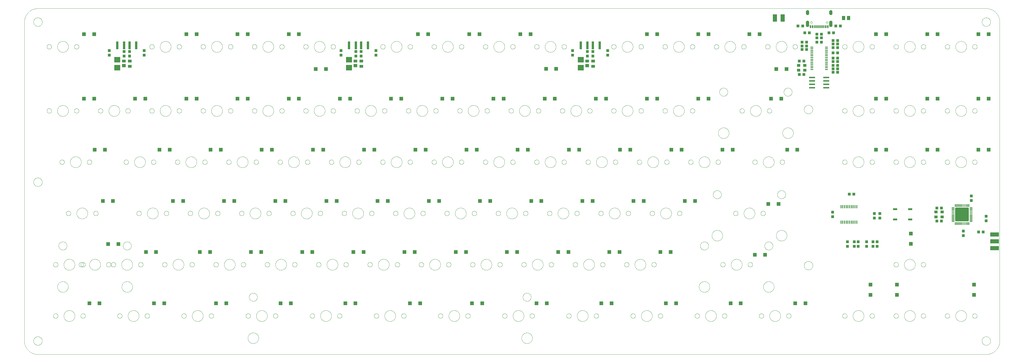
<source format=gbp>
G04 EAGLE Gerber RS-274X export*
G75*
%MOMM*%
%FSLAX34Y34*%
%LPD*%
%INBottom solder paste for stencil*%
%IPPOS*%
%AMOC8*
5,1,8,0,0,1.08239X$1,22.5*%
G01*
%ADD10C,0.000000*%
%ADD11R,1.400000X1.400000*%
%ADD12R,1.000000X0.400000*%
%ADD13R,0.900000X3.000000*%
%ADD14R,0.300000X1.016000*%
%ADD15R,0.600000X1.016000*%
%ADD16R,0.550000X1.016000*%
%ADD17C,0.508000*%
%ADD18C,0.075000*%
%ADD19R,3.302000X1.524000*%
%ADD20R,1.300000X1.100000*%
%ADD21R,1.100000X1.000000*%
%ADD22R,1.000000X1.100000*%
%ADD23R,1.300000X1.500000*%
%ADD24R,2.200000X2.000000*%
%ADD25R,1.600000X2.700000*%
%ADD26R,2.200000X0.600000*%
%ADD27R,1.440000X1.000000*%
%ADD28R,1.440000X1.200000*%
%ADD29R,1.524000X0.762000*%
%ADD30R,0.350000X1.200000*%

G36*
X2994334Y1216668D02*
X2994334Y1216668D01*
X2994339Y1216673D01*
X2994343Y1216669D01*
X2995440Y1216956D01*
X2995444Y1216962D01*
X2995449Y1216959D01*
X2996468Y1217454D01*
X2996471Y1217460D01*
X2996476Y1217459D01*
X2997379Y1218143D01*
X2997381Y1218150D01*
X2997386Y1218150D01*
X2998139Y1218997D01*
X2998139Y1219004D01*
X2998144Y1219005D01*
X2998717Y1219982D01*
X2998716Y1219985D01*
X2998717Y1219986D01*
X2998716Y1219987D01*
X2998716Y1219989D01*
X2998721Y1219991D01*
X2999092Y1221062D01*
X2999090Y1221067D01*
X2999093Y1221069D01*
X2999092Y1221070D01*
X2999094Y1221071D01*
X2999249Y1222193D01*
X2999246Y1222198D01*
X2999249Y1222200D01*
X2999249Y1234200D01*
X2999246Y1234205D01*
X2999249Y1234208D01*
X2999044Y1235475D01*
X2999038Y1235481D01*
X2999041Y1235486D01*
X2998559Y1236675D01*
X2998552Y1236679D01*
X2998554Y1236685D01*
X2997820Y1237738D01*
X2997812Y1237740D01*
X2997813Y1237746D01*
X2996863Y1238609D01*
X2996854Y1238610D01*
X2996854Y1238615D01*
X2995735Y1239245D01*
X2995727Y1239244D01*
X2995725Y1239250D01*
X2994495Y1239615D01*
X2994487Y1239612D01*
X2994484Y1239617D01*
X2993203Y1239699D01*
X2993197Y1239699D01*
X2991916Y1239617D01*
X2991910Y1239611D01*
X2991905Y1239615D01*
X2990675Y1239250D01*
X2990670Y1239243D01*
X2990665Y1239245D01*
X2989546Y1238615D01*
X2989543Y1238608D01*
X2989537Y1238609D01*
X2988587Y1237746D01*
X2988586Y1237738D01*
X2988580Y1237738D01*
X2987846Y1236685D01*
X2987846Y1236677D01*
X2987841Y1236675D01*
X2987359Y1235486D01*
X2987361Y1235480D01*
X2987357Y1235477D01*
X2987358Y1235476D01*
X2987356Y1235475D01*
X2987151Y1234208D01*
X2987154Y1234203D01*
X2987151Y1234200D01*
X2987151Y1222200D01*
X2987154Y1222196D01*
X2987151Y1222193D01*
X2987306Y1221071D01*
X2987311Y1221066D01*
X2987308Y1221062D01*
X2987679Y1219991D01*
X2987685Y1219987D01*
X2987683Y1219982D01*
X2988256Y1219005D01*
X2988262Y1219002D01*
X2988261Y1218997D01*
X2989014Y1218150D01*
X2989021Y1218148D01*
X2989021Y1218143D01*
X2989924Y1217459D01*
X2989931Y1217459D01*
X2989932Y1217454D01*
X2990951Y1216959D01*
X2990958Y1216961D01*
X2990960Y1216956D01*
X2992057Y1216669D01*
X2992063Y1216672D01*
X2992066Y1216668D01*
X2993197Y1216601D01*
X2993201Y1216603D01*
X2993203Y1216601D01*
X2994334Y1216668D01*
G37*
G36*
X2907934Y1216668D02*
X2907934Y1216668D01*
X2907939Y1216673D01*
X2907943Y1216669D01*
X2909040Y1216956D01*
X2909044Y1216962D01*
X2909049Y1216959D01*
X2910068Y1217454D01*
X2910071Y1217460D01*
X2910076Y1217459D01*
X2910979Y1218143D01*
X2910981Y1218150D01*
X2910986Y1218150D01*
X2911739Y1218997D01*
X2911739Y1219004D01*
X2911744Y1219005D01*
X2912317Y1219982D01*
X2912316Y1219985D01*
X2912317Y1219986D01*
X2912316Y1219987D01*
X2912316Y1219989D01*
X2912321Y1219991D01*
X2912692Y1221062D01*
X2912690Y1221067D01*
X2912693Y1221069D01*
X2912692Y1221070D01*
X2912694Y1221071D01*
X2912849Y1222193D01*
X2912846Y1222198D01*
X2912849Y1222200D01*
X2912849Y1234200D01*
X2912846Y1234205D01*
X2912849Y1234208D01*
X2912644Y1235475D01*
X2912638Y1235481D01*
X2912641Y1235486D01*
X2912159Y1236675D01*
X2912152Y1236679D01*
X2912154Y1236685D01*
X2911420Y1237738D01*
X2911412Y1237740D01*
X2911413Y1237746D01*
X2910463Y1238609D01*
X2910454Y1238610D01*
X2910454Y1238615D01*
X2909335Y1239245D01*
X2909327Y1239244D01*
X2909325Y1239250D01*
X2908095Y1239615D01*
X2908087Y1239612D01*
X2908084Y1239617D01*
X2906803Y1239699D01*
X2906797Y1239699D01*
X2905516Y1239617D01*
X2905510Y1239611D01*
X2905505Y1239615D01*
X2904275Y1239250D01*
X2904270Y1239243D01*
X2904265Y1239245D01*
X2903146Y1238615D01*
X2903143Y1238608D01*
X2903137Y1238609D01*
X2902187Y1237746D01*
X2902186Y1237738D01*
X2902180Y1237738D01*
X2901446Y1236685D01*
X2901446Y1236677D01*
X2901441Y1236675D01*
X2900959Y1235486D01*
X2900961Y1235480D01*
X2900957Y1235477D01*
X2900958Y1235476D01*
X2900956Y1235475D01*
X2900751Y1234208D01*
X2900754Y1234203D01*
X2900751Y1234200D01*
X2900751Y1222200D01*
X2900754Y1222196D01*
X2900751Y1222193D01*
X2900906Y1221071D01*
X2900911Y1221066D01*
X2900908Y1221062D01*
X2901279Y1219991D01*
X2901285Y1219987D01*
X2901283Y1219982D01*
X2901856Y1219005D01*
X2901862Y1219002D01*
X2901861Y1218997D01*
X2902614Y1218150D01*
X2902621Y1218148D01*
X2902621Y1218143D01*
X2903524Y1217459D01*
X2903531Y1217459D01*
X2903532Y1217454D01*
X2904551Y1216959D01*
X2904558Y1216961D01*
X2904560Y1216956D01*
X2905657Y1216669D01*
X2905663Y1216672D01*
X2905666Y1216668D01*
X2906797Y1216601D01*
X2906801Y1216603D01*
X2906803Y1216601D01*
X2907934Y1216668D01*
G37*
G36*
X2907980Y1261022D02*
X2907980Y1261022D01*
X2907985Y1261027D01*
X2907989Y1261024D01*
X2909118Y1261371D01*
X2909122Y1261377D01*
X2909127Y1261375D01*
X2910167Y1261936D01*
X2910170Y1261943D01*
X2910175Y1261941D01*
X2911084Y1262694D01*
X2911086Y1262701D01*
X2911091Y1262701D01*
X2911837Y1263617D01*
X2911837Y1263625D01*
X2911842Y1263625D01*
X2912394Y1264669D01*
X2912393Y1264676D01*
X2912395Y1264677D01*
X2912398Y1264678D01*
X2912736Y1265810D01*
X2912736Y1265812D01*
X2912737Y1265812D01*
X2912734Y1265816D01*
X2912734Y1265817D01*
X2912738Y1265819D01*
X2912849Y1266995D01*
X2912847Y1266998D01*
X2912849Y1267000D01*
X2912849Y1273000D01*
X2912847Y1273003D01*
X2912849Y1273005D01*
X2912729Y1274170D01*
X2912724Y1274176D01*
X2912727Y1274180D01*
X2912383Y1275299D01*
X2912377Y1275303D01*
X2912379Y1275308D01*
X2911823Y1276339D01*
X2911816Y1276342D01*
X2911817Y1276347D01*
X2911070Y1277249D01*
X2911063Y1277251D01*
X2911063Y1277256D01*
X2910155Y1277995D01*
X2910148Y1277995D01*
X2910147Y1278000D01*
X2909111Y1278548D01*
X2909104Y1278547D01*
X2909103Y1278552D01*
X2907980Y1278887D01*
X2907974Y1278885D01*
X2907971Y1278889D01*
X2906805Y1278999D01*
X2906798Y1278995D01*
X2906795Y1278999D01*
X2905465Y1278855D01*
X2905459Y1278849D01*
X2905454Y1278852D01*
X2904189Y1278416D01*
X2904184Y1278409D01*
X2904179Y1278411D01*
X2903043Y1277704D01*
X2903040Y1277696D01*
X2903035Y1277697D01*
X2902084Y1276755D01*
X2902083Y1276747D01*
X2902078Y1276746D01*
X2901361Y1275616D01*
X2901362Y1275608D01*
X2901356Y1275606D01*
X2900909Y1274345D01*
X2900911Y1274338D01*
X2900906Y1274335D01*
X2900751Y1273006D01*
X2900753Y1273002D01*
X2900751Y1273000D01*
X2900751Y1267000D01*
X2900753Y1266997D01*
X2900751Y1266995D01*
X2900897Y1265653D01*
X2900902Y1265647D01*
X2900899Y1265643D01*
X2901339Y1264367D01*
X2901346Y1264363D01*
X2901344Y1264357D01*
X2902057Y1263212D01*
X2902065Y1263209D01*
X2902064Y1263203D01*
X2903014Y1262245D01*
X2903022Y1262244D01*
X2903023Y1262238D01*
X2904162Y1261516D01*
X2904170Y1261517D01*
X2904172Y1261511D01*
X2905443Y1261060D01*
X2905451Y1261063D01*
X2905454Y1261058D01*
X2906794Y1260901D01*
X2906801Y1260905D01*
X2906805Y1260901D01*
X2907980Y1261022D01*
G37*
G36*
X2994380Y1261022D02*
X2994380Y1261022D01*
X2994385Y1261027D01*
X2994389Y1261024D01*
X2995518Y1261371D01*
X2995522Y1261377D01*
X2995527Y1261375D01*
X2996567Y1261936D01*
X2996570Y1261943D01*
X2996575Y1261941D01*
X2997484Y1262694D01*
X2997486Y1262701D01*
X2997491Y1262701D01*
X2998237Y1263617D01*
X2998237Y1263625D01*
X2998242Y1263625D01*
X2998794Y1264669D01*
X2998793Y1264676D01*
X2998795Y1264677D01*
X2998798Y1264678D01*
X2999136Y1265810D01*
X2999136Y1265812D01*
X2999137Y1265812D01*
X2999134Y1265816D01*
X2999134Y1265817D01*
X2999138Y1265819D01*
X2999249Y1266995D01*
X2999247Y1266998D01*
X2999249Y1267000D01*
X2999249Y1273000D01*
X2999247Y1273003D01*
X2999249Y1273005D01*
X2999129Y1274170D01*
X2999124Y1274176D01*
X2999127Y1274180D01*
X2998783Y1275299D01*
X2998777Y1275303D01*
X2998779Y1275308D01*
X2998223Y1276339D01*
X2998216Y1276342D01*
X2998217Y1276347D01*
X2997470Y1277249D01*
X2997463Y1277251D01*
X2997463Y1277256D01*
X2996555Y1277995D01*
X2996548Y1277995D01*
X2996547Y1278000D01*
X2995511Y1278548D01*
X2995504Y1278547D01*
X2995503Y1278552D01*
X2994380Y1278887D01*
X2994374Y1278885D01*
X2994371Y1278889D01*
X2993205Y1278999D01*
X2993198Y1278995D01*
X2993195Y1278999D01*
X2991865Y1278855D01*
X2991859Y1278849D01*
X2991854Y1278852D01*
X2990589Y1278416D01*
X2990584Y1278409D01*
X2990579Y1278411D01*
X2989443Y1277704D01*
X2989440Y1277696D01*
X2989435Y1277697D01*
X2988484Y1276755D01*
X2988483Y1276747D01*
X2988478Y1276746D01*
X2987761Y1275616D01*
X2987762Y1275608D01*
X2987756Y1275606D01*
X2987309Y1274345D01*
X2987311Y1274338D01*
X2987306Y1274335D01*
X2987151Y1273006D01*
X2987153Y1273002D01*
X2987151Y1273000D01*
X2987151Y1267000D01*
X2987153Y1266997D01*
X2987151Y1266995D01*
X2987297Y1265653D01*
X2987302Y1265647D01*
X2987299Y1265643D01*
X2987739Y1264367D01*
X2987746Y1264363D01*
X2987744Y1264357D01*
X2988457Y1263212D01*
X2988465Y1263209D01*
X2988464Y1263203D01*
X2989414Y1262245D01*
X2989422Y1262244D01*
X2989423Y1262238D01*
X2990562Y1261516D01*
X2990570Y1261517D01*
X2990572Y1261511D01*
X2991843Y1261060D01*
X2991851Y1261063D01*
X2991854Y1261058D01*
X2993194Y1260901D01*
X2993201Y1260905D01*
X2993205Y1260901D01*
X2994380Y1261022D01*
G37*
D10*
X3570000Y1285000D02*
X50000Y1285000D01*
X48792Y1284985D01*
X47584Y1284942D01*
X46378Y1284869D01*
X45174Y1284767D01*
X43973Y1284635D01*
X42776Y1284475D01*
X41582Y1284286D01*
X40394Y1284069D01*
X39211Y1283822D01*
X38034Y1283547D01*
X36865Y1283244D01*
X35703Y1282912D01*
X34549Y1282553D01*
X33405Y1282166D01*
X32270Y1281751D01*
X31145Y1281309D01*
X30032Y1280840D01*
X28930Y1280344D01*
X27840Y1279821D01*
X26764Y1279273D01*
X25701Y1278698D01*
X24652Y1278098D01*
X23618Y1277473D01*
X22599Y1276824D01*
X21597Y1276149D01*
X20611Y1275451D01*
X19642Y1274729D01*
X18691Y1273984D01*
X17758Y1273216D01*
X16844Y1272426D01*
X15949Y1271613D01*
X15074Y1270780D01*
X14220Y1269926D01*
X13387Y1269051D01*
X12574Y1268156D01*
X11784Y1267242D01*
X11016Y1266309D01*
X10271Y1265358D01*
X9549Y1264389D01*
X8851Y1263403D01*
X8176Y1262401D01*
X7527Y1261382D01*
X6902Y1260348D01*
X6302Y1259299D01*
X5727Y1258236D01*
X5179Y1257160D01*
X4656Y1256070D01*
X4160Y1254968D01*
X3691Y1253855D01*
X3249Y1252730D01*
X2834Y1251595D01*
X2447Y1250451D01*
X2088Y1249297D01*
X1756Y1248135D01*
X1453Y1246966D01*
X1178Y1245789D01*
X931Y1244606D01*
X714Y1243418D01*
X525Y1242224D01*
X365Y1241027D01*
X233Y1239826D01*
X131Y1238622D01*
X58Y1237416D01*
X15Y1236208D01*
X0Y1235000D01*
X0Y50000D01*
X15Y48792D01*
X58Y47584D01*
X131Y46378D01*
X233Y45174D01*
X365Y43973D01*
X525Y42776D01*
X714Y41582D01*
X931Y40394D01*
X1178Y39211D01*
X1453Y38034D01*
X1756Y36865D01*
X2088Y35703D01*
X2447Y34549D01*
X2834Y33405D01*
X3249Y32270D01*
X3691Y31145D01*
X4160Y30032D01*
X4656Y28930D01*
X5179Y27840D01*
X5727Y26764D01*
X6302Y25701D01*
X6902Y24652D01*
X7527Y23618D01*
X8176Y22599D01*
X8851Y21597D01*
X9549Y20611D01*
X10271Y19642D01*
X11016Y18691D01*
X11784Y17758D01*
X12574Y16844D01*
X13387Y15949D01*
X14220Y15074D01*
X15074Y14220D01*
X15949Y13387D01*
X16844Y12574D01*
X17758Y11784D01*
X18691Y11016D01*
X19642Y10271D01*
X20611Y9549D01*
X21597Y8851D01*
X22599Y8176D01*
X23618Y7527D01*
X24652Y6902D01*
X25701Y6302D01*
X26764Y5727D01*
X27840Y5179D01*
X28930Y4656D01*
X30032Y4160D01*
X31145Y3691D01*
X32270Y3249D01*
X33405Y2834D01*
X34549Y2447D01*
X35703Y2088D01*
X36865Y1756D01*
X38034Y1453D01*
X39211Y1178D01*
X40394Y931D01*
X41582Y714D01*
X42776Y525D01*
X43973Y365D01*
X45174Y233D01*
X46378Y131D01*
X47584Y58D01*
X48792Y15D01*
X50000Y0D01*
X3570000Y0D01*
X3571208Y15D01*
X3572416Y58D01*
X3573622Y131D01*
X3574826Y233D01*
X3576027Y365D01*
X3577224Y525D01*
X3578418Y714D01*
X3579606Y931D01*
X3580789Y1178D01*
X3581966Y1453D01*
X3583135Y1756D01*
X3584297Y2088D01*
X3585451Y2447D01*
X3586595Y2834D01*
X3587730Y3249D01*
X3588855Y3691D01*
X3589968Y4160D01*
X3591070Y4656D01*
X3592160Y5179D01*
X3593236Y5727D01*
X3594299Y6302D01*
X3595348Y6902D01*
X3596382Y7527D01*
X3597401Y8176D01*
X3598403Y8851D01*
X3599389Y9549D01*
X3600358Y10271D01*
X3601309Y11016D01*
X3602242Y11784D01*
X3603156Y12574D01*
X3604051Y13387D01*
X3604926Y14220D01*
X3605780Y15074D01*
X3606613Y15949D01*
X3607426Y16844D01*
X3608216Y17758D01*
X3608984Y18691D01*
X3609729Y19642D01*
X3610451Y20611D01*
X3611149Y21597D01*
X3611824Y22599D01*
X3612473Y23618D01*
X3613098Y24652D01*
X3613698Y25701D01*
X3614273Y26764D01*
X3614821Y27840D01*
X3615344Y28930D01*
X3615840Y30032D01*
X3616309Y31145D01*
X3616751Y32270D01*
X3617166Y33405D01*
X3617553Y34549D01*
X3617912Y35703D01*
X3618244Y36865D01*
X3618547Y38034D01*
X3618822Y39211D01*
X3619069Y40394D01*
X3619286Y41582D01*
X3619475Y42776D01*
X3619635Y43973D01*
X3619767Y45174D01*
X3619869Y46378D01*
X3619942Y47584D01*
X3619985Y48792D01*
X3620000Y50000D01*
X3620000Y1235000D01*
X3619985Y1236208D01*
X3619942Y1237416D01*
X3619869Y1238622D01*
X3619767Y1239826D01*
X3619635Y1241027D01*
X3619475Y1242224D01*
X3619286Y1243418D01*
X3619069Y1244606D01*
X3618822Y1245789D01*
X3618547Y1246966D01*
X3618244Y1248135D01*
X3617912Y1249297D01*
X3617553Y1250451D01*
X3617166Y1251595D01*
X3616751Y1252730D01*
X3616309Y1253855D01*
X3615840Y1254968D01*
X3615344Y1256070D01*
X3614821Y1257160D01*
X3614273Y1258236D01*
X3613698Y1259299D01*
X3613098Y1260348D01*
X3612473Y1261382D01*
X3611824Y1262401D01*
X3611149Y1263403D01*
X3610451Y1264389D01*
X3609729Y1265358D01*
X3608984Y1266309D01*
X3608216Y1267242D01*
X3607426Y1268156D01*
X3606613Y1269051D01*
X3605780Y1269926D01*
X3604926Y1270780D01*
X3604051Y1271613D01*
X3603156Y1272426D01*
X3602242Y1273216D01*
X3601309Y1273984D01*
X3600358Y1274729D01*
X3599389Y1275451D01*
X3598403Y1276149D01*
X3597401Y1276824D01*
X3596382Y1277473D01*
X3595348Y1278098D01*
X3594299Y1278698D01*
X3593236Y1279273D01*
X3592160Y1279821D01*
X3591070Y1280344D01*
X3589968Y1280840D01*
X3588855Y1281309D01*
X3587730Y1281751D01*
X3586595Y1282166D01*
X3585451Y1282553D01*
X3584297Y1282912D01*
X3583135Y1283244D01*
X3581966Y1283547D01*
X3580789Y1283822D01*
X3579606Y1284069D01*
X3578418Y1284286D01*
X3577224Y1284475D01*
X3576027Y1284635D01*
X3574826Y1284767D01*
X3573622Y1284869D01*
X3572416Y1284942D01*
X3571208Y1284985D01*
X3570000Y1285000D01*
X34000Y50000D02*
X34005Y50393D01*
X34019Y50785D01*
X34043Y51177D01*
X34077Y51568D01*
X34120Y51959D01*
X34173Y52348D01*
X34236Y52735D01*
X34307Y53121D01*
X34389Y53506D01*
X34479Y53888D01*
X34580Y54267D01*
X34689Y54645D01*
X34808Y55019D01*
X34935Y55390D01*
X35072Y55758D01*
X35218Y56123D01*
X35373Y56484D01*
X35536Y56841D01*
X35708Y57194D01*
X35889Y57542D01*
X36079Y57886D01*
X36276Y58226D01*
X36482Y58560D01*
X36696Y58889D01*
X36919Y59213D01*
X37149Y59531D01*
X37386Y59844D01*
X37632Y60150D01*
X37885Y60451D01*
X38145Y60745D01*
X38412Y61033D01*
X38686Y61314D01*
X38967Y61588D01*
X39255Y61855D01*
X39549Y62115D01*
X39850Y62368D01*
X40156Y62614D01*
X40469Y62851D01*
X40787Y63081D01*
X41111Y63304D01*
X41440Y63518D01*
X41774Y63724D01*
X42114Y63921D01*
X42458Y64111D01*
X42806Y64292D01*
X43159Y64464D01*
X43516Y64627D01*
X43877Y64782D01*
X44242Y64928D01*
X44610Y65065D01*
X44981Y65192D01*
X45355Y65311D01*
X45733Y65420D01*
X46112Y65521D01*
X46494Y65611D01*
X46879Y65693D01*
X47265Y65764D01*
X47652Y65827D01*
X48041Y65880D01*
X48432Y65923D01*
X48823Y65957D01*
X49215Y65981D01*
X49607Y65995D01*
X50000Y66000D01*
X50393Y65995D01*
X50785Y65981D01*
X51177Y65957D01*
X51568Y65923D01*
X51959Y65880D01*
X52348Y65827D01*
X52735Y65764D01*
X53121Y65693D01*
X53506Y65611D01*
X53888Y65521D01*
X54267Y65420D01*
X54645Y65311D01*
X55019Y65192D01*
X55390Y65065D01*
X55758Y64928D01*
X56123Y64782D01*
X56484Y64627D01*
X56841Y64464D01*
X57194Y64292D01*
X57542Y64111D01*
X57886Y63921D01*
X58226Y63724D01*
X58560Y63518D01*
X58889Y63304D01*
X59213Y63081D01*
X59531Y62851D01*
X59844Y62614D01*
X60150Y62368D01*
X60451Y62115D01*
X60745Y61855D01*
X61033Y61588D01*
X61314Y61314D01*
X61588Y61033D01*
X61855Y60745D01*
X62115Y60451D01*
X62368Y60150D01*
X62614Y59844D01*
X62851Y59531D01*
X63081Y59213D01*
X63304Y58889D01*
X63518Y58560D01*
X63724Y58226D01*
X63921Y57886D01*
X64111Y57542D01*
X64292Y57194D01*
X64464Y56841D01*
X64627Y56484D01*
X64782Y56123D01*
X64928Y55758D01*
X65065Y55390D01*
X65192Y55019D01*
X65311Y54645D01*
X65420Y54267D01*
X65521Y53888D01*
X65611Y53506D01*
X65693Y53121D01*
X65764Y52735D01*
X65827Y52348D01*
X65880Y51959D01*
X65923Y51568D01*
X65957Y51177D01*
X65981Y50785D01*
X65995Y50393D01*
X66000Y50000D01*
X65995Y49607D01*
X65981Y49215D01*
X65957Y48823D01*
X65923Y48432D01*
X65880Y48041D01*
X65827Y47652D01*
X65764Y47265D01*
X65693Y46879D01*
X65611Y46494D01*
X65521Y46112D01*
X65420Y45733D01*
X65311Y45355D01*
X65192Y44981D01*
X65065Y44610D01*
X64928Y44242D01*
X64782Y43877D01*
X64627Y43516D01*
X64464Y43159D01*
X64292Y42806D01*
X64111Y42458D01*
X63921Y42114D01*
X63724Y41774D01*
X63518Y41440D01*
X63304Y41111D01*
X63081Y40787D01*
X62851Y40469D01*
X62614Y40156D01*
X62368Y39850D01*
X62115Y39549D01*
X61855Y39255D01*
X61588Y38967D01*
X61314Y38686D01*
X61033Y38412D01*
X60745Y38145D01*
X60451Y37885D01*
X60150Y37632D01*
X59844Y37386D01*
X59531Y37149D01*
X59213Y36919D01*
X58889Y36696D01*
X58560Y36482D01*
X58226Y36276D01*
X57886Y36079D01*
X57542Y35889D01*
X57194Y35708D01*
X56841Y35536D01*
X56484Y35373D01*
X56123Y35218D01*
X55758Y35072D01*
X55390Y34935D01*
X55019Y34808D01*
X54645Y34689D01*
X54267Y34580D01*
X53888Y34479D01*
X53506Y34389D01*
X53121Y34307D01*
X52735Y34236D01*
X52348Y34173D01*
X51959Y34120D01*
X51568Y34077D01*
X51177Y34043D01*
X50785Y34019D01*
X50393Y34005D01*
X50000Y34000D01*
X49607Y34005D01*
X49215Y34019D01*
X48823Y34043D01*
X48432Y34077D01*
X48041Y34120D01*
X47652Y34173D01*
X47265Y34236D01*
X46879Y34307D01*
X46494Y34389D01*
X46112Y34479D01*
X45733Y34580D01*
X45355Y34689D01*
X44981Y34808D01*
X44610Y34935D01*
X44242Y35072D01*
X43877Y35218D01*
X43516Y35373D01*
X43159Y35536D01*
X42806Y35708D01*
X42458Y35889D01*
X42114Y36079D01*
X41774Y36276D01*
X41440Y36482D01*
X41111Y36696D01*
X40787Y36919D01*
X40469Y37149D01*
X40156Y37386D01*
X39850Y37632D01*
X39549Y37885D01*
X39255Y38145D01*
X38967Y38412D01*
X38686Y38686D01*
X38412Y38967D01*
X38145Y39255D01*
X37885Y39549D01*
X37632Y39850D01*
X37386Y40156D01*
X37149Y40469D01*
X36919Y40787D01*
X36696Y41111D01*
X36482Y41440D01*
X36276Y41774D01*
X36079Y42114D01*
X35889Y42458D01*
X35708Y42806D01*
X35536Y43159D01*
X35373Y43516D01*
X35218Y43877D01*
X35072Y44242D01*
X34935Y44610D01*
X34808Y44981D01*
X34689Y45355D01*
X34580Y45733D01*
X34479Y46112D01*
X34389Y46494D01*
X34307Y46879D01*
X34236Y47265D01*
X34173Y47652D01*
X34120Y48041D01*
X34077Y48432D01*
X34043Y48823D01*
X34019Y49215D01*
X34005Y49607D01*
X34000Y50000D01*
X34000Y1235000D02*
X34005Y1235393D01*
X34019Y1235785D01*
X34043Y1236177D01*
X34077Y1236568D01*
X34120Y1236959D01*
X34173Y1237348D01*
X34236Y1237735D01*
X34307Y1238121D01*
X34389Y1238506D01*
X34479Y1238888D01*
X34580Y1239267D01*
X34689Y1239645D01*
X34808Y1240019D01*
X34935Y1240390D01*
X35072Y1240758D01*
X35218Y1241123D01*
X35373Y1241484D01*
X35536Y1241841D01*
X35708Y1242194D01*
X35889Y1242542D01*
X36079Y1242886D01*
X36276Y1243226D01*
X36482Y1243560D01*
X36696Y1243889D01*
X36919Y1244213D01*
X37149Y1244531D01*
X37386Y1244844D01*
X37632Y1245150D01*
X37885Y1245451D01*
X38145Y1245745D01*
X38412Y1246033D01*
X38686Y1246314D01*
X38967Y1246588D01*
X39255Y1246855D01*
X39549Y1247115D01*
X39850Y1247368D01*
X40156Y1247614D01*
X40469Y1247851D01*
X40787Y1248081D01*
X41111Y1248304D01*
X41440Y1248518D01*
X41774Y1248724D01*
X42114Y1248921D01*
X42458Y1249111D01*
X42806Y1249292D01*
X43159Y1249464D01*
X43516Y1249627D01*
X43877Y1249782D01*
X44242Y1249928D01*
X44610Y1250065D01*
X44981Y1250192D01*
X45355Y1250311D01*
X45733Y1250420D01*
X46112Y1250521D01*
X46494Y1250611D01*
X46879Y1250693D01*
X47265Y1250764D01*
X47652Y1250827D01*
X48041Y1250880D01*
X48432Y1250923D01*
X48823Y1250957D01*
X49215Y1250981D01*
X49607Y1250995D01*
X50000Y1251000D01*
X50393Y1250995D01*
X50785Y1250981D01*
X51177Y1250957D01*
X51568Y1250923D01*
X51959Y1250880D01*
X52348Y1250827D01*
X52735Y1250764D01*
X53121Y1250693D01*
X53506Y1250611D01*
X53888Y1250521D01*
X54267Y1250420D01*
X54645Y1250311D01*
X55019Y1250192D01*
X55390Y1250065D01*
X55758Y1249928D01*
X56123Y1249782D01*
X56484Y1249627D01*
X56841Y1249464D01*
X57194Y1249292D01*
X57542Y1249111D01*
X57886Y1248921D01*
X58226Y1248724D01*
X58560Y1248518D01*
X58889Y1248304D01*
X59213Y1248081D01*
X59531Y1247851D01*
X59844Y1247614D01*
X60150Y1247368D01*
X60451Y1247115D01*
X60745Y1246855D01*
X61033Y1246588D01*
X61314Y1246314D01*
X61588Y1246033D01*
X61855Y1245745D01*
X62115Y1245451D01*
X62368Y1245150D01*
X62614Y1244844D01*
X62851Y1244531D01*
X63081Y1244213D01*
X63304Y1243889D01*
X63518Y1243560D01*
X63724Y1243226D01*
X63921Y1242886D01*
X64111Y1242542D01*
X64292Y1242194D01*
X64464Y1241841D01*
X64627Y1241484D01*
X64782Y1241123D01*
X64928Y1240758D01*
X65065Y1240390D01*
X65192Y1240019D01*
X65311Y1239645D01*
X65420Y1239267D01*
X65521Y1238888D01*
X65611Y1238506D01*
X65693Y1238121D01*
X65764Y1237735D01*
X65827Y1237348D01*
X65880Y1236959D01*
X65923Y1236568D01*
X65957Y1236177D01*
X65981Y1235785D01*
X65995Y1235393D01*
X66000Y1235000D01*
X65995Y1234607D01*
X65981Y1234215D01*
X65957Y1233823D01*
X65923Y1233432D01*
X65880Y1233041D01*
X65827Y1232652D01*
X65764Y1232265D01*
X65693Y1231879D01*
X65611Y1231494D01*
X65521Y1231112D01*
X65420Y1230733D01*
X65311Y1230355D01*
X65192Y1229981D01*
X65065Y1229610D01*
X64928Y1229242D01*
X64782Y1228877D01*
X64627Y1228516D01*
X64464Y1228159D01*
X64292Y1227806D01*
X64111Y1227458D01*
X63921Y1227114D01*
X63724Y1226774D01*
X63518Y1226440D01*
X63304Y1226111D01*
X63081Y1225787D01*
X62851Y1225469D01*
X62614Y1225156D01*
X62368Y1224850D01*
X62115Y1224549D01*
X61855Y1224255D01*
X61588Y1223967D01*
X61314Y1223686D01*
X61033Y1223412D01*
X60745Y1223145D01*
X60451Y1222885D01*
X60150Y1222632D01*
X59844Y1222386D01*
X59531Y1222149D01*
X59213Y1221919D01*
X58889Y1221696D01*
X58560Y1221482D01*
X58226Y1221276D01*
X57886Y1221079D01*
X57542Y1220889D01*
X57194Y1220708D01*
X56841Y1220536D01*
X56484Y1220373D01*
X56123Y1220218D01*
X55758Y1220072D01*
X55390Y1219935D01*
X55019Y1219808D01*
X54645Y1219689D01*
X54267Y1219580D01*
X53888Y1219479D01*
X53506Y1219389D01*
X53121Y1219307D01*
X52735Y1219236D01*
X52348Y1219173D01*
X51959Y1219120D01*
X51568Y1219077D01*
X51177Y1219043D01*
X50785Y1219019D01*
X50393Y1219005D01*
X50000Y1219000D01*
X49607Y1219005D01*
X49215Y1219019D01*
X48823Y1219043D01*
X48432Y1219077D01*
X48041Y1219120D01*
X47652Y1219173D01*
X47265Y1219236D01*
X46879Y1219307D01*
X46494Y1219389D01*
X46112Y1219479D01*
X45733Y1219580D01*
X45355Y1219689D01*
X44981Y1219808D01*
X44610Y1219935D01*
X44242Y1220072D01*
X43877Y1220218D01*
X43516Y1220373D01*
X43159Y1220536D01*
X42806Y1220708D01*
X42458Y1220889D01*
X42114Y1221079D01*
X41774Y1221276D01*
X41440Y1221482D01*
X41111Y1221696D01*
X40787Y1221919D01*
X40469Y1222149D01*
X40156Y1222386D01*
X39850Y1222632D01*
X39549Y1222885D01*
X39255Y1223145D01*
X38967Y1223412D01*
X38686Y1223686D01*
X38412Y1223967D01*
X38145Y1224255D01*
X37885Y1224549D01*
X37632Y1224850D01*
X37386Y1225156D01*
X37149Y1225469D01*
X36919Y1225787D01*
X36696Y1226111D01*
X36482Y1226440D01*
X36276Y1226774D01*
X36079Y1227114D01*
X35889Y1227458D01*
X35708Y1227806D01*
X35536Y1228159D01*
X35373Y1228516D01*
X35218Y1228877D01*
X35072Y1229242D01*
X34935Y1229610D01*
X34808Y1229981D01*
X34689Y1230355D01*
X34580Y1230733D01*
X34479Y1231112D01*
X34389Y1231494D01*
X34307Y1231879D01*
X34236Y1232265D01*
X34173Y1232652D01*
X34120Y1233041D01*
X34077Y1233432D01*
X34043Y1233823D01*
X34019Y1234215D01*
X34005Y1234607D01*
X34000Y1235000D01*
X2894000Y330000D02*
X2894005Y330393D01*
X2894019Y330785D01*
X2894043Y331177D01*
X2894077Y331568D01*
X2894120Y331959D01*
X2894173Y332348D01*
X2894236Y332735D01*
X2894307Y333121D01*
X2894389Y333506D01*
X2894479Y333888D01*
X2894580Y334267D01*
X2894689Y334645D01*
X2894808Y335019D01*
X2894935Y335390D01*
X2895072Y335758D01*
X2895218Y336123D01*
X2895373Y336484D01*
X2895536Y336841D01*
X2895708Y337194D01*
X2895889Y337542D01*
X2896079Y337886D01*
X2896276Y338226D01*
X2896482Y338560D01*
X2896696Y338889D01*
X2896919Y339213D01*
X2897149Y339531D01*
X2897386Y339844D01*
X2897632Y340150D01*
X2897885Y340451D01*
X2898145Y340745D01*
X2898412Y341033D01*
X2898686Y341314D01*
X2898967Y341588D01*
X2899255Y341855D01*
X2899549Y342115D01*
X2899850Y342368D01*
X2900156Y342614D01*
X2900469Y342851D01*
X2900787Y343081D01*
X2901111Y343304D01*
X2901440Y343518D01*
X2901774Y343724D01*
X2902114Y343921D01*
X2902458Y344111D01*
X2902806Y344292D01*
X2903159Y344464D01*
X2903516Y344627D01*
X2903877Y344782D01*
X2904242Y344928D01*
X2904610Y345065D01*
X2904981Y345192D01*
X2905355Y345311D01*
X2905733Y345420D01*
X2906112Y345521D01*
X2906494Y345611D01*
X2906879Y345693D01*
X2907265Y345764D01*
X2907652Y345827D01*
X2908041Y345880D01*
X2908432Y345923D01*
X2908823Y345957D01*
X2909215Y345981D01*
X2909607Y345995D01*
X2910000Y346000D01*
X2910393Y345995D01*
X2910785Y345981D01*
X2911177Y345957D01*
X2911568Y345923D01*
X2911959Y345880D01*
X2912348Y345827D01*
X2912735Y345764D01*
X2913121Y345693D01*
X2913506Y345611D01*
X2913888Y345521D01*
X2914267Y345420D01*
X2914645Y345311D01*
X2915019Y345192D01*
X2915390Y345065D01*
X2915758Y344928D01*
X2916123Y344782D01*
X2916484Y344627D01*
X2916841Y344464D01*
X2917194Y344292D01*
X2917542Y344111D01*
X2917886Y343921D01*
X2918226Y343724D01*
X2918560Y343518D01*
X2918889Y343304D01*
X2919213Y343081D01*
X2919531Y342851D01*
X2919844Y342614D01*
X2920150Y342368D01*
X2920451Y342115D01*
X2920745Y341855D01*
X2921033Y341588D01*
X2921314Y341314D01*
X2921588Y341033D01*
X2921855Y340745D01*
X2922115Y340451D01*
X2922368Y340150D01*
X2922614Y339844D01*
X2922851Y339531D01*
X2923081Y339213D01*
X2923304Y338889D01*
X2923518Y338560D01*
X2923724Y338226D01*
X2923921Y337886D01*
X2924111Y337542D01*
X2924292Y337194D01*
X2924464Y336841D01*
X2924627Y336484D01*
X2924782Y336123D01*
X2924928Y335758D01*
X2925065Y335390D01*
X2925192Y335019D01*
X2925311Y334645D01*
X2925420Y334267D01*
X2925521Y333888D01*
X2925611Y333506D01*
X2925693Y333121D01*
X2925764Y332735D01*
X2925827Y332348D01*
X2925880Y331959D01*
X2925923Y331568D01*
X2925957Y331177D01*
X2925981Y330785D01*
X2925995Y330393D01*
X2926000Y330000D01*
X2925995Y329607D01*
X2925981Y329215D01*
X2925957Y328823D01*
X2925923Y328432D01*
X2925880Y328041D01*
X2925827Y327652D01*
X2925764Y327265D01*
X2925693Y326879D01*
X2925611Y326494D01*
X2925521Y326112D01*
X2925420Y325733D01*
X2925311Y325355D01*
X2925192Y324981D01*
X2925065Y324610D01*
X2924928Y324242D01*
X2924782Y323877D01*
X2924627Y323516D01*
X2924464Y323159D01*
X2924292Y322806D01*
X2924111Y322458D01*
X2923921Y322114D01*
X2923724Y321774D01*
X2923518Y321440D01*
X2923304Y321111D01*
X2923081Y320787D01*
X2922851Y320469D01*
X2922614Y320156D01*
X2922368Y319850D01*
X2922115Y319549D01*
X2921855Y319255D01*
X2921588Y318967D01*
X2921314Y318686D01*
X2921033Y318412D01*
X2920745Y318145D01*
X2920451Y317885D01*
X2920150Y317632D01*
X2919844Y317386D01*
X2919531Y317149D01*
X2919213Y316919D01*
X2918889Y316696D01*
X2918560Y316482D01*
X2918226Y316276D01*
X2917886Y316079D01*
X2917542Y315889D01*
X2917194Y315708D01*
X2916841Y315536D01*
X2916484Y315373D01*
X2916123Y315218D01*
X2915758Y315072D01*
X2915390Y314935D01*
X2915019Y314808D01*
X2914645Y314689D01*
X2914267Y314580D01*
X2913888Y314479D01*
X2913506Y314389D01*
X2913121Y314307D01*
X2912735Y314236D01*
X2912348Y314173D01*
X2911959Y314120D01*
X2911568Y314077D01*
X2911177Y314043D01*
X2910785Y314019D01*
X2910393Y314005D01*
X2910000Y314000D01*
X2909607Y314005D01*
X2909215Y314019D01*
X2908823Y314043D01*
X2908432Y314077D01*
X2908041Y314120D01*
X2907652Y314173D01*
X2907265Y314236D01*
X2906879Y314307D01*
X2906494Y314389D01*
X2906112Y314479D01*
X2905733Y314580D01*
X2905355Y314689D01*
X2904981Y314808D01*
X2904610Y314935D01*
X2904242Y315072D01*
X2903877Y315218D01*
X2903516Y315373D01*
X2903159Y315536D01*
X2902806Y315708D01*
X2902458Y315889D01*
X2902114Y316079D01*
X2901774Y316276D01*
X2901440Y316482D01*
X2901111Y316696D01*
X2900787Y316919D01*
X2900469Y317149D01*
X2900156Y317386D01*
X2899850Y317632D01*
X2899549Y317885D01*
X2899255Y318145D01*
X2898967Y318412D01*
X2898686Y318686D01*
X2898412Y318967D01*
X2898145Y319255D01*
X2897885Y319549D01*
X2897632Y319850D01*
X2897386Y320156D01*
X2897149Y320469D01*
X2896919Y320787D01*
X2896696Y321111D01*
X2896482Y321440D01*
X2896276Y321774D01*
X2896079Y322114D01*
X2895889Y322458D01*
X2895708Y322806D01*
X2895536Y323159D01*
X2895373Y323516D01*
X2895218Y323877D01*
X2895072Y324242D01*
X2894935Y324610D01*
X2894808Y324981D01*
X2894689Y325355D01*
X2894580Y325733D01*
X2894479Y326112D01*
X2894389Y326494D01*
X2894307Y326879D01*
X2894236Y327265D01*
X2894173Y327652D01*
X2894120Y328041D01*
X2894077Y328432D01*
X2894043Y328823D01*
X2894019Y329215D01*
X2894005Y329607D01*
X2894000Y330000D01*
X3554000Y50000D02*
X3554005Y50393D01*
X3554019Y50785D01*
X3554043Y51177D01*
X3554077Y51568D01*
X3554120Y51959D01*
X3554173Y52348D01*
X3554236Y52735D01*
X3554307Y53121D01*
X3554389Y53506D01*
X3554479Y53888D01*
X3554580Y54267D01*
X3554689Y54645D01*
X3554808Y55019D01*
X3554935Y55390D01*
X3555072Y55758D01*
X3555218Y56123D01*
X3555373Y56484D01*
X3555536Y56841D01*
X3555708Y57194D01*
X3555889Y57542D01*
X3556079Y57886D01*
X3556276Y58226D01*
X3556482Y58560D01*
X3556696Y58889D01*
X3556919Y59213D01*
X3557149Y59531D01*
X3557386Y59844D01*
X3557632Y60150D01*
X3557885Y60451D01*
X3558145Y60745D01*
X3558412Y61033D01*
X3558686Y61314D01*
X3558967Y61588D01*
X3559255Y61855D01*
X3559549Y62115D01*
X3559850Y62368D01*
X3560156Y62614D01*
X3560469Y62851D01*
X3560787Y63081D01*
X3561111Y63304D01*
X3561440Y63518D01*
X3561774Y63724D01*
X3562114Y63921D01*
X3562458Y64111D01*
X3562806Y64292D01*
X3563159Y64464D01*
X3563516Y64627D01*
X3563877Y64782D01*
X3564242Y64928D01*
X3564610Y65065D01*
X3564981Y65192D01*
X3565355Y65311D01*
X3565733Y65420D01*
X3566112Y65521D01*
X3566494Y65611D01*
X3566879Y65693D01*
X3567265Y65764D01*
X3567652Y65827D01*
X3568041Y65880D01*
X3568432Y65923D01*
X3568823Y65957D01*
X3569215Y65981D01*
X3569607Y65995D01*
X3570000Y66000D01*
X3570393Y65995D01*
X3570785Y65981D01*
X3571177Y65957D01*
X3571568Y65923D01*
X3571959Y65880D01*
X3572348Y65827D01*
X3572735Y65764D01*
X3573121Y65693D01*
X3573506Y65611D01*
X3573888Y65521D01*
X3574267Y65420D01*
X3574645Y65311D01*
X3575019Y65192D01*
X3575390Y65065D01*
X3575758Y64928D01*
X3576123Y64782D01*
X3576484Y64627D01*
X3576841Y64464D01*
X3577194Y64292D01*
X3577542Y64111D01*
X3577886Y63921D01*
X3578226Y63724D01*
X3578560Y63518D01*
X3578889Y63304D01*
X3579213Y63081D01*
X3579531Y62851D01*
X3579844Y62614D01*
X3580150Y62368D01*
X3580451Y62115D01*
X3580745Y61855D01*
X3581033Y61588D01*
X3581314Y61314D01*
X3581588Y61033D01*
X3581855Y60745D01*
X3582115Y60451D01*
X3582368Y60150D01*
X3582614Y59844D01*
X3582851Y59531D01*
X3583081Y59213D01*
X3583304Y58889D01*
X3583518Y58560D01*
X3583724Y58226D01*
X3583921Y57886D01*
X3584111Y57542D01*
X3584292Y57194D01*
X3584464Y56841D01*
X3584627Y56484D01*
X3584782Y56123D01*
X3584928Y55758D01*
X3585065Y55390D01*
X3585192Y55019D01*
X3585311Y54645D01*
X3585420Y54267D01*
X3585521Y53888D01*
X3585611Y53506D01*
X3585693Y53121D01*
X3585764Y52735D01*
X3585827Y52348D01*
X3585880Y51959D01*
X3585923Y51568D01*
X3585957Y51177D01*
X3585981Y50785D01*
X3585995Y50393D01*
X3586000Y50000D01*
X3585995Y49607D01*
X3585981Y49215D01*
X3585957Y48823D01*
X3585923Y48432D01*
X3585880Y48041D01*
X3585827Y47652D01*
X3585764Y47265D01*
X3585693Y46879D01*
X3585611Y46494D01*
X3585521Y46112D01*
X3585420Y45733D01*
X3585311Y45355D01*
X3585192Y44981D01*
X3585065Y44610D01*
X3584928Y44242D01*
X3584782Y43877D01*
X3584627Y43516D01*
X3584464Y43159D01*
X3584292Y42806D01*
X3584111Y42458D01*
X3583921Y42114D01*
X3583724Y41774D01*
X3583518Y41440D01*
X3583304Y41111D01*
X3583081Y40787D01*
X3582851Y40469D01*
X3582614Y40156D01*
X3582368Y39850D01*
X3582115Y39549D01*
X3581855Y39255D01*
X3581588Y38967D01*
X3581314Y38686D01*
X3581033Y38412D01*
X3580745Y38145D01*
X3580451Y37885D01*
X3580150Y37632D01*
X3579844Y37386D01*
X3579531Y37149D01*
X3579213Y36919D01*
X3578889Y36696D01*
X3578560Y36482D01*
X3578226Y36276D01*
X3577886Y36079D01*
X3577542Y35889D01*
X3577194Y35708D01*
X3576841Y35536D01*
X3576484Y35373D01*
X3576123Y35218D01*
X3575758Y35072D01*
X3575390Y34935D01*
X3575019Y34808D01*
X3574645Y34689D01*
X3574267Y34580D01*
X3573888Y34479D01*
X3573506Y34389D01*
X3573121Y34307D01*
X3572735Y34236D01*
X3572348Y34173D01*
X3571959Y34120D01*
X3571568Y34077D01*
X3571177Y34043D01*
X3570785Y34019D01*
X3570393Y34005D01*
X3570000Y34000D01*
X3569607Y34005D01*
X3569215Y34019D01*
X3568823Y34043D01*
X3568432Y34077D01*
X3568041Y34120D01*
X3567652Y34173D01*
X3567265Y34236D01*
X3566879Y34307D01*
X3566494Y34389D01*
X3566112Y34479D01*
X3565733Y34580D01*
X3565355Y34689D01*
X3564981Y34808D01*
X3564610Y34935D01*
X3564242Y35072D01*
X3563877Y35218D01*
X3563516Y35373D01*
X3563159Y35536D01*
X3562806Y35708D01*
X3562458Y35889D01*
X3562114Y36079D01*
X3561774Y36276D01*
X3561440Y36482D01*
X3561111Y36696D01*
X3560787Y36919D01*
X3560469Y37149D01*
X3560156Y37386D01*
X3559850Y37632D01*
X3559549Y37885D01*
X3559255Y38145D01*
X3558967Y38412D01*
X3558686Y38686D01*
X3558412Y38967D01*
X3558145Y39255D01*
X3557885Y39549D01*
X3557632Y39850D01*
X3557386Y40156D01*
X3557149Y40469D01*
X3556919Y40787D01*
X3556696Y41111D01*
X3556482Y41440D01*
X3556276Y41774D01*
X3556079Y42114D01*
X3555889Y42458D01*
X3555708Y42806D01*
X3555536Y43159D01*
X3555373Y43516D01*
X3555218Y43877D01*
X3555072Y44242D01*
X3554935Y44610D01*
X3554808Y44981D01*
X3554689Y45355D01*
X3554580Y45733D01*
X3554479Y46112D01*
X3554389Y46494D01*
X3554307Y46879D01*
X3554236Y47265D01*
X3554173Y47652D01*
X3554120Y48041D01*
X3554077Y48432D01*
X3554043Y48823D01*
X3554019Y49215D01*
X3554005Y49607D01*
X3554000Y50000D01*
X3554000Y1235000D02*
X3554005Y1235393D01*
X3554019Y1235785D01*
X3554043Y1236177D01*
X3554077Y1236568D01*
X3554120Y1236959D01*
X3554173Y1237348D01*
X3554236Y1237735D01*
X3554307Y1238121D01*
X3554389Y1238506D01*
X3554479Y1238888D01*
X3554580Y1239267D01*
X3554689Y1239645D01*
X3554808Y1240019D01*
X3554935Y1240390D01*
X3555072Y1240758D01*
X3555218Y1241123D01*
X3555373Y1241484D01*
X3555536Y1241841D01*
X3555708Y1242194D01*
X3555889Y1242542D01*
X3556079Y1242886D01*
X3556276Y1243226D01*
X3556482Y1243560D01*
X3556696Y1243889D01*
X3556919Y1244213D01*
X3557149Y1244531D01*
X3557386Y1244844D01*
X3557632Y1245150D01*
X3557885Y1245451D01*
X3558145Y1245745D01*
X3558412Y1246033D01*
X3558686Y1246314D01*
X3558967Y1246588D01*
X3559255Y1246855D01*
X3559549Y1247115D01*
X3559850Y1247368D01*
X3560156Y1247614D01*
X3560469Y1247851D01*
X3560787Y1248081D01*
X3561111Y1248304D01*
X3561440Y1248518D01*
X3561774Y1248724D01*
X3562114Y1248921D01*
X3562458Y1249111D01*
X3562806Y1249292D01*
X3563159Y1249464D01*
X3563516Y1249627D01*
X3563877Y1249782D01*
X3564242Y1249928D01*
X3564610Y1250065D01*
X3564981Y1250192D01*
X3565355Y1250311D01*
X3565733Y1250420D01*
X3566112Y1250521D01*
X3566494Y1250611D01*
X3566879Y1250693D01*
X3567265Y1250764D01*
X3567652Y1250827D01*
X3568041Y1250880D01*
X3568432Y1250923D01*
X3568823Y1250957D01*
X3569215Y1250981D01*
X3569607Y1250995D01*
X3570000Y1251000D01*
X3570393Y1250995D01*
X3570785Y1250981D01*
X3571177Y1250957D01*
X3571568Y1250923D01*
X3571959Y1250880D01*
X3572348Y1250827D01*
X3572735Y1250764D01*
X3573121Y1250693D01*
X3573506Y1250611D01*
X3573888Y1250521D01*
X3574267Y1250420D01*
X3574645Y1250311D01*
X3575019Y1250192D01*
X3575390Y1250065D01*
X3575758Y1249928D01*
X3576123Y1249782D01*
X3576484Y1249627D01*
X3576841Y1249464D01*
X3577194Y1249292D01*
X3577542Y1249111D01*
X3577886Y1248921D01*
X3578226Y1248724D01*
X3578560Y1248518D01*
X3578889Y1248304D01*
X3579213Y1248081D01*
X3579531Y1247851D01*
X3579844Y1247614D01*
X3580150Y1247368D01*
X3580451Y1247115D01*
X3580745Y1246855D01*
X3581033Y1246588D01*
X3581314Y1246314D01*
X3581588Y1246033D01*
X3581855Y1245745D01*
X3582115Y1245451D01*
X3582368Y1245150D01*
X3582614Y1244844D01*
X3582851Y1244531D01*
X3583081Y1244213D01*
X3583304Y1243889D01*
X3583518Y1243560D01*
X3583724Y1243226D01*
X3583921Y1242886D01*
X3584111Y1242542D01*
X3584292Y1242194D01*
X3584464Y1241841D01*
X3584627Y1241484D01*
X3584782Y1241123D01*
X3584928Y1240758D01*
X3585065Y1240390D01*
X3585192Y1240019D01*
X3585311Y1239645D01*
X3585420Y1239267D01*
X3585521Y1238888D01*
X3585611Y1238506D01*
X3585693Y1238121D01*
X3585764Y1237735D01*
X3585827Y1237348D01*
X3585880Y1236959D01*
X3585923Y1236568D01*
X3585957Y1236177D01*
X3585981Y1235785D01*
X3585995Y1235393D01*
X3586000Y1235000D01*
X3585995Y1234607D01*
X3585981Y1234215D01*
X3585957Y1233823D01*
X3585923Y1233432D01*
X3585880Y1233041D01*
X3585827Y1232652D01*
X3585764Y1232265D01*
X3585693Y1231879D01*
X3585611Y1231494D01*
X3585521Y1231112D01*
X3585420Y1230733D01*
X3585311Y1230355D01*
X3585192Y1229981D01*
X3585065Y1229610D01*
X3584928Y1229242D01*
X3584782Y1228877D01*
X3584627Y1228516D01*
X3584464Y1228159D01*
X3584292Y1227806D01*
X3584111Y1227458D01*
X3583921Y1227114D01*
X3583724Y1226774D01*
X3583518Y1226440D01*
X3583304Y1226111D01*
X3583081Y1225787D01*
X3582851Y1225469D01*
X3582614Y1225156D01*
X3582368Y1224850D01*
X3582115Y1224549D01*
X3581855Y1224255D01*
X3581588Y1223967D01*
X3581314Y1223686D01*
X3581033Y1223412D01*
X3580745Y1223145D01*
X3580451Y1222885D01*
X3580150Y1222632D01*
X3579844Y1222386D01*
X3579531Y1222149D01*
X3579213Y1221919D01*
X3578889Y1221696D01*
X3578560Y1221482D01*
X3578226Y1221276D01*
X3577886Y1221079D01*
X3577542Y1220889D01*
X3577194Y1220708D01*
X3576841Y1220536D01*
X3576484Y1220373D01*
X3576123Y1220218D01*
X3575758Y1220072D01*
X3575390Y1219935D01*
X3575019Y1219808D01*
X3574645Y1219689D01*
X3574267Y1219580D01*
X3573888Y1219479D01*
X3573506Y1219389D01*
X3573121Y1219307D01*
X3572735Y1219236D01*
X3572348Y1219173D01*
X3571959Y1219120D01*
X3571568Y1219077D01*
X3571177Y1219043D01*
X3570785Y1219019D01*
X3570393Y1219005D01*
X3570000Y1219000D01*
X3569607Y1219005D01*
X3569215Y1219019D01*
X3568823Y1219043D01*
X3568432Y1219077D01*
X3568041Y1219120D01*
X3567652Y1219173D01*
X3567265Y1219236D01*
X3566879Y1219307D01*
X3566494Y1219389D01*
X3566112Y1219479D01*
X3565733Y1219580D01*
X3565355Y1219689D01*
X3564981Y1219808D01*
X3564610Y1219935D01*
X3564242Y1220072D01*
X3563877Y1220218D01*
X3563516Y1220373D01*
X3563159Y1220536D01*
X3562806Y1220708D01*
X3562458Y1220889D01*
X3562114Y1221079D01*
X3561774Y1221276D01*
X3561440Y1221482D01*
X3561111Y1221696D01*
X3560787Y1221919D01*
X3560469Y1222149D01*
X3560156Y1222386D01*
X3559850Y1222632D01*
X3559549Y1222885D01*
X3559255Y1223145D01*
X3558967Y1223412D01*
X3558686Y1223686D01*
X3558412Y1223967D01*
X3558145Y1224255D01*
X3557885Y1224549D01*
X3557632Y1224850D01*
X3557386Y1225156D01*
X3557149Y1225469D01*
X3556919Y1225787D01*
X3556696Y1226111D01*
X3556482Y1226440D01*
X3556276Y1226774D01*
X3556079Y1227114D01*
X3555889Y1227458D01*
X3555708Y1227806D01*
X3555536Y1228159D01*
X3555373Y1228516D01*
X3555218Y1228877D01*
X3555072Y1229242D01*
X3554935Y1229610D01*
X3554808Y1229981D01*
X3554689Y1230355D01*
X3554580Y1230733D01*
X3554479Y1231112D01*
X3554389Y1231494D01*
X3554307Y1231879D01*
X3554236Y1232265D01*
X3554173Y1232652D01*
X3554120Y1233041D01*
X3554077Y1233432D01*
X3554043Y1233823D01*
X3554019Y1234215D01*
X3554005Y1234607D01*
X3554000Y1235000D01*
X2894000Y910000D02*
X2894005Y910393D01*
X2894019Y910785D01*
X2894043Y911177D01*
X2894077Y911568D01*
X2894120Y911959D01*
X2894173Y912348D01*
X2894236Y912735D01*
X2894307Y913121D01*
X2894389Y913506D01*
X2894479Y913888D01*
X2894580Y914267D01*
X2894689Y914645D01*
X2894808Y915019D01*
X2894935Y915390D01*
X2895072Y915758D01*
X2895218Y916123D01*
X2895373Y916484D01*
X2895536Y916841D01*
X2895708Y917194D01*
X2895889Y917542D01*
X2896079Y917886D01*
X2896276Y918226D01*
X2896482Y918560D01*
X2896696Y918889D01*
X2896919Y919213D01*
X2897149Y919531D01*
X2897386Y919844D01*
X2897632Y920150D01*
X2897885Y920451D01*
X2898145Y920745D01*
X2898412Y921033D01*
X2898686Y921314D01*
X2898967Y921588D01*
X2899255Y921855D01*
X2899549Y922115D01*
X2899850Y922368D01*
X2900156Y922614D01*
X2900469Y922851D01*
X2900787Y923081D01*
X2901111Y923304D01*
X2901440Y923518D01*
X2901774Y923724D01*
X2902114Y923921D01*
X2902458Y924111D01*
X2902806Y924292D01*
X2903159Y924464D01*
X2903516Y924627D01*
X2903877Y924782D01*
X2904242Y924928D01*
X2904610Y925065D01*
X2904981Y925192D01*
X2905355Y925311D01*
X2905733Y925420D01*
X2906112Y925521D01*
X2906494Y925611D01*
X2906879Y925693D01*
X2907265Y925764D01*
X2907652Y925827D01*
X2908041Y925880D01*
X2908432Y925923D01*
X2908823Y925957D01*
X2909215Y925981D01*
X2909607Y925995D01*
X2910000Y926000D01*
X2910393Y925995D01*
X2910785Y925981D01*
X2911177Y925957D01*
X2911568Y925923D01*
X2911959Y925880D01*
X2912348Y925827D01*
X2912735Y925764D01*
X2913121Y925693D01*
X2913506Y925611D01*
X2913888Y925521D01*
X2914267Y925420D01*
X2914645Y925311D01*
X2915019Y925192D01*
X2915390Y925065D01*
X2915758Y924928D01*
X2916123Y924782D01*
X2916484Y924627D01*
X2916841Y924464D01*
X2917194Y924292D01*
X2917542Y924111D01*
X2917886Y923921D01*
X2918226Y923724D01*
X2918560Y923518D01*
X2918889Y923304D01*
X2919213Y923081D01*
X2919531Y922851D01*
X2919844Y922614D01*
X2920150Y922368D01*
X2920451Y922115D01*
X2920745Y921855D01*
X2921033Y921588D01*
X2921314Y921314D01*
X2921588Y921033D01*
X2921855Y920745D01*
X2922115Y920451D01*
X2922368Y920150D01*
X2922614Y919844D01*
X2922851Y919531D01*
X2923081Y919213D01*
X2923304Y918889D01*
X2923518Y918560D01*
X2923724Y918226D01*
X2923921Y917886D01*
X2924111Y917542D01*
X2924292Y917194D01*
X2924464Y916841D01*
X2924627Y916484D01*
X2924782Y916123D01*
X2924928Y915758D01*
X2925065Y915390D01*
X2925192Y915019D01*
X2925311Y914645D01*
X2925420Y914267D01*
X2925521Y913888D01*
X2925611Y913506D01*
X2925693Y913121D01*
X2925764Y912735D01*
X2925827Y912348D01*
X2925880Y911959D01*
X2925923Y911568D01*
X2925957Y911177D01*
X2925981Y910785D01*
X2925995Y910393D01*
X2926000Y910000D01*
X2925995Y909607D01*
X2925981Y909215D01*
X2925957Y908823D01*
X2925923Y908432D01*
X2925880Y908041D01*
X2925827Y907652D01*
X2925764Y907265D01*
X2925693Y906879D01*
X2925611Y906494D01*
X2925521Y906112D01*
X2925420Y905733D01*
X2925311Y905355D01*
X2925192Y904981D01*
X2925065Y904610D01*
X2924928Y904242D01*
X2924782Y903877D01*
X2924627Y903516D01*
X2924464Y903159D01*
X2924292Y902806D01*
X2924111Y902458D01*
X2923921Y902114D01*
X2923724Y901774D01*
X2923518Y901440D01*
X2923304Y901111D01*
X2923081Y900787D01*
X2922851Y900469D01*
X2922614Y900156D01*
X2922368Y899850D01*
X2922115Y899549D01*
X2921855Y899255D01*
X2921588Y898967D01*
X2921314Y898686D01*
X2921033Y898412D01*
X2920745Y898145D01*
X2920451Y897885D01*
X2920150Y897632D01*
X2919844Y897386D01*
X2919531Y897149D01*
X2919213Y896919D01*
X2918889Y896696D01*
X2918560Y896482D01*
X2918226Y896276D01*
X2917886Y896079D01*
X2917542Y895889D01*
X2917194Y895708D01*
X2916841Y895536D01*
X2916484Y895373D01*
X2916123Y895218D01*
X2915758Y895072D01*
X2915390Y894935D01*
X2915019Y894808D01*
X2914645Y894689D01*
X2914267Y894580D01*
X2913888Y894479D01*
X2913506Y894389D01*
X2913121Y894307D01*
X2912735Y894236D01*
X2912348Y894173D01*
X2911959Y894120D01*
X2911568Y894077D01*
X2911177Y894043D01*
X2910785Y894019D01*
X2910393Y894005D01*
X2910000Y894000D01*
X2909607Y894005D01*
X2909215Y894019D01*
X2908823Y894043D01*
X2908432Y894077D01*
X2908041Y894120D01*
X2907652Y894173D01*
X2907265Y894236D01*
X2906879Y894307D01*
X2906494Y894389D01*
X2906112Y894479D01*
X2905733Y894580D01*
X2905355Y894689D01*
X2904981Y894808D01*
X2904610Y894935D01*
X2904242Y895072D01*
X2903877Y895218D01*
X2903516Y895373D01*
X2903159Y895536D01*
X2902806Y895708D01*
X2902458Y895889D01*
X2902114Y896079D01*
X2901774Y896276D01*
X2901440Y896482D01*
X2901111Y896696D01*
X2900787Y896919D01*
X2900469Y897149D01*
X2900156Y897386D01*
X2899850Y897632D01*
X2899549Y897885D01*
X2899255Y898145D01*
X2898967Y898412D01*
X2898686Y898686D01*
X2898412Y898967D01*
X2898145Y899255D01*
X2897885Y899549D01*
X2897632Y899850D01*
X2897386Y900156D01*
X2897149Y900469D01*
X2896919Y900787D01*
X2896696Y901111D01*
X2896482Y901440D01*
X2896276Y901774D01*
X2896079Y902114D01*
X2895889Y902458D01*
X2895708Y902806D01*
X2895536Y903159D01*
X2895373Y903516D01*
X2895218Y903877D01*
X2895072Y904242D01*
X2894935Y904610D01*
X2894808Y904981D01*
X2894689Y905355D01*
X2894580Y905733D01*
X2894479Y906112D01*
X2894389Y906494D01*
X2894307Y906879D01*
X2894236Y907265D01*
X2894173Y907652D01*
X2894120Y908041D01*
X2894077Y908432D01*
X2894043Y908823D01*
X2894019Y909215D01*
X2894005Y909607D01*
X2894000Y910000D01*
X34000Y640000D02*
X34005Y640393D01*
X34019Y640785D01*
X34043Y641177D01*
X34077Y641568D01*
X34120Y641959D01*
X34173Y642348D01*
X34236Y642735D01*
X34307Y643121D01*
X34389Y643506D01*
X34479Y643888D01*
X34580Y644267D01*
X34689Y644645D01*
X34808Y645019D01*
X34935Y645390D01*
X35072Y645758D01*
X35218Y646123D01*
X35373Y646484D01*
X35536Y646841D01*
X35708Y647194D01*
X35889Y647542D01*
X36079Y647886D01*
X36276Y648226D01*
X36482Y648560D01*
X36696Y648889D01*
X36919Y649213D01*
X37149Y649531D01*
X37386Y649844D01*
X37632Y650150D01*
X37885Y650451D01*
X38145Y650745D01*
X38412Y651033D01*
X38686Y651314D01*
X38967Y651588D01*
X39255Y651855D01*
X39549Y652115D01*
X39850Y652368D01*
X40156Y652614D01*
X40469Y652851D01*
X40787Y653081D01*
X41111Y653304D01*
X41440Y653518D01*
X41774Y653724D01*
X42114Y653921D01*
X42458Y654111D01*
X42806Y654292D01*
X43159Y654464D01*
X43516Y654627D01*
X43877Y654782D01*
X44242Y654928D01*
X44610Y655065D01*
X44981Y655192D01*
X45355Y655311D01*
X45733Y655420D01*
X46112Y655521D01*
X46494Y655611D01*
X46879Y655693D01*
X47265Y655764D01*
X47652Y655827D01*
X48041Y655880D01*
X48432Y655923D01*
X48823Y655957D01*
X49215Y655981D01*
X49607Y655995D01*
X50000Y656000D01*
X50393Y655995D01*
X50785Y655981D01*
X51177Y655957D01*
X51568Y655923D01*
X51959Y655880D01*
X52348Y655827D01*
X52735Y655764D01*
X53121Y655693D01*
X53506Y655611D01*
X53888Y655521D01*
X54267Y655420D01*
X54645Y655311D01*
X55019Y655192D01*
X55390Y655065D01*
X55758Y654928D01*
X56123Y654782D01*
X56484Y654627D01*
X56841Y654464D01*
X57194Y654292D01*
X57542Y654111D01*
X57886Y653921D01*
X58226Y653724D01*
X58560Y653518D01*
X58889Y653304D01*
X59213Y653081D01*
X59531Y652851D01*
X59844Y652614D01*
X60150Y652368D01*
X60451Y652115D01*
X60745Y651855D01*
X61033Y651588D01*
X61314Y651314D01*
X61588Y651033D01*
X61855Y650745D01*
X62115Y650451D01*
X62368Y650150D01*
X62614Y649844D01*
X62851Y649531D01*
X63081Y649213D01*
X63304Y648889D01*
X63518Y648560D01*
X63724Y648226D01*
X63921Y647886D01*
X64111Y647542D01*
X64292Y647194D01*
X64464Y646841D01*
X64627Y646484D01*
X64782Y646123D01*
X64928Y645758D01*
X65065Y645390D01*
X65192Y645019D01*
X65311Y644645D01*
X65420Y644267D01*
X65521Y643888D01*
X65611Y643506D01*
X65693Y643121D01*
X65764Y642735D01*
X65827Y642348D01*
X65880Y641959D01*
X65923Y641568D01*
X65957Y641177D01*
X65981Y640785D01*
X65995Y640393D01*
X66000Y640000D01*
X65995Y639607D01*
X65981Y639215D01*
X65957Y638823D01*
X65923Y638432D01*
X65880Y638041D01*
X65827Y637652D01*
X65764Y637265D01*
X65693Y636879D01*
X65611Y636494D01*
X65521Y636112D01*
X65420Y635733D01*
X65311Y635355D01*
X65192Y634981D01*
X65065Y634610D01*
X64928Y634242D01*
X64782Y633877D01*
X64627Y633516D01*
X64464Y633159D01*
X64292Y632806D01*
X64111Y632458D01*
X63921Y632114D01*
X63724Y631774D01*
X63518Y631440D01*
X63304Y631111D01*
X63081Y630787D01*
X62851Y630469D01*
X62614Y630156D01*
X62368Y629850D01*
X62115Y629549D01*
X61855Y629255D01*
X61588Y628967D01*
X61314Y628686D01*
X61033Y628412D01*
X60745Y628145D01*
X60451Y627885D01*
X60150Y627632D01*
X59844Y627386D01*
X59531Y627149D01*
X59213Y626919D01*
X58889Y626696D01*
X58560Y626482D01*
X58226Y626276D01*
X57886Y626079D01*
X57542Y625889D01*
X57194Y625708D01*
X56841Y625536D01*
X56484Y625373D01*
X56123Y625218D01*
X55758Y625072D01*
X55390Y624935D01*
X55019Y624808D01*
X54645Y624689D01*
X54267Y624580D01*
X53888Y624479D01*
X53506Y624389D01*
X53121Y624307D01*
X52735Y624236D01*
X52348Y624173D01*
X51959Y624120D01*
X51568Y624077D01*
X51177Y624043D01*
X50785Y624019D01*
X50393Y624005D01*
X50000Y624000D01*
X49607Y624005D01*
X49215Y624019D01*
X48823Y624043D01*
X48432Y624077D01*
X48041Y624120D01*
X47652Y624173D01*
X47265Y624236D01*
X46879Y624307D01*
X46494Y624389D01*
X46112Y624479D01*
X45733Y624580D01*
X45355Y624689D01*
X44981Y624808D01*
X44610Y624935D01*
X44242Y625072D01*
X43877Y625218D01*
X43516Y625373D01*
X43159Y625536D01*
X42806Y625708D01*
X42458Y625889D01*
X42114Y626079D01*
X41774Y626276D01*
X41440Y626482D01*
X41111Y626696D01*
X40787Y626919D01*
X40469Y627149D01*
X40156Y627386D01*
X39850Y627632D01*
X39549Y627885D01*
X39255Y628145D01*
X38967Y628412D01*
X38686Y628686D01*
X38412Y628967D01*
X38145Y629255D01*
X37885Y629549D01*
X37632Y629850D01*
X37386Y630156D01*
X37149Y630469D01*
X36919Y630787D01*
X36696Y631111D01*
X36482Y631440D01*
X36276Y631774D01*
X36079Y632114D01*
X35889Y632458D01*
X35708Y632806D01*
X35536Y633159D01*
X35373Y633516D01*
X35218Y633877D01*
X35072Y634242D01*
X34935Y634610D01*
X34808Y634981D01*
X34689Y635355D01*
X34580Y635733D01*
X34479Y636112D01*
X34389Y636494D01*
X34307Y636879D01*
X34236Y637265D01*
X34173Y637652D01*
X34120Y638041D01*
X34077Y638432D01*
X34043Y638823D01*
X34019Y639215D01*
X34005Y639607D01*
X34000Y640000D01*
X122428Y904875D02*
X122434Y905377D01*
X122453Y905878D01*
X122483Y906379D01*
X122526Y906879D01*
X122582Y907378D01*
X122649Y907875D01*
X122729Y908371D01*
X122821Y908864D01*
X122925Y909355D01*
X123041Y909843D01*
X123169Y910328D01*
X123308Y910810D01*
X123460Y911289D01*
X123623Y911763D01*
X123798Y912234D01*
X123984Y912700D01*
X124182Y913161D01*
X124391Y913617D01*
X124611Y914068D01*
X124842Y914514D01*
X125084Y914953D01*
X125337Y915387D01*
X125600Y915814D01*
X125874Y916235D01*
X126158Y916649D01*
X126452Y917055D01*
X126756Y917455D01*
X127069Y917846D01*
X127392Y918230D01*
X127725Y918606D01*
X128066Y918974D01*
X128417Y919333D01*
X128776Y919684D01*
X129144Y920025D01*
X129520Y920358D01*
X129904Y920681D01*
X130295Y920994D01*
X130695Y921298D01*
X131101Y921592D01*
X131515Y921876D01*
X131936Y922150D01*
X132363Y922413D01*
X132797Y922666D01*
X133236Y922908D01*
X133682Y923139D01*
X134133Y923359D01*
X134589Y923568D01*
X135050Y923766D01*
X135516Y923952D01*
X135987Y924127D01*
X136461Y924290D01*
X136940Y924442D01*
X137422Y924581D01*
X137907Y924709D01*
X138395Y924825D01*
X138886Y924929D01*
X139379Y925021D01*
X139875Y925101D01*
X140372Y925168D01*
X140871Y925224D01*
X141371Y925267D01*
X141872Y925297D01*
X142373Y925316D01*
X142875Y925322D01*
X143377Y925316D01*
X143878Y925297D01*
X144379Y925267D01*
X144879Y925224D01*
X145378Y925168D01*
X145875Y925101D01*
X146371Y925021D01*
X146864Y924929D01*
X147355Y924825D01*
X147843Y924709D01*
X148328Y924581D01*
X148810Y924442D01*
X149289Y924290D01*
X149763Y924127D01*
X150234Y923952D01*
X150700Y923766D01*
X151161Y923568D01*
X151617Y923359D01*
X152068Y923139D01*
X152514Y922908D01*
X152953Y922666D01*
X153387Y922413D01*
X153814Y922150D01*
X154235Y921876D01*
X154649Y921592D01*
X155055Y921298D01*
X155455Y920994D01*
X155846Y920681D01*
X156230Y920358D01*
X156606Y920025D01*
X156974Y919684D01*
X157333Y919333D01*
X157684Y918974D01*
X158025Y918606D01*
X158358Y918230D01*
X158681Y917846D01*
X158994Y917455D01*
X159298Y917055D01*
X159592Y916649D01*
X159876Y916235D01*
X160150Y915814D01*
X160413Y915387D01*
X160666Y914953D01*
X160908Y914514D01*
X161139Y914068D01*
X161359Y913617D01*
X161568Y913161D01*
X161766Y912700D01*
X161952Y912234D01*
X162127Y911763D01*
X162290Y911289D01*
X162442Y910810D01*
X162581Y910328D01*
X162709Y909843D01*
X162825Y909355D01*
X162929Y908864D01*
X163021Y908371D01*
X163101Y907875D01*
X163168Y907378D01*
X163224Y906879D01*
X163267Y906379D01*
X163297Y905878D01*
X163316Y905377D01*
X163322Y904875D01*
X163316Y904373D01*
X163297Y903872D01*
X163267Y903371D01*
X163224Y902871D01*
X163168Y902372D01*
X163101Y901875D01*
X163021Y901379D01*
X162929Y900886D01*
X162825Y900395D01*
X162709Y899907D01*
X162581Y899422D01*
X162442Y898940D01*
X162290Y898461D01*
X162127Y897987D01*
X161952Y897516D01*
X161766Y897050D01*
X161568Y896589D01*
X161359Y896133D01*
X161139Y895682D01*
X160908Y895236D01*
X160666Y894797D01*
X160413Y894363D01*
X160150Y893936D01*
X159876Y893515D01*
X159592Y893101D01*
X159298Y892695D01*
X158994Y892295D01*
X158681Y891904D01*
X158358Y891520D01*
X158025Y891144D01*
X157684Y890776D01*
X157333Y890417D01*
X156974Y890066D01*
X156606Y889725D01*
X156230Y889392D01*
X155846Y889069D01*
X155455Y888756D01*
X155055Y888452D01*
X154649Y888158D01*
X154235Y887874D01*
X153814Y887600D01*
X153387Y887337D01*
X152953Y887084D01*
X152514Y886842D01*
X152068Y886611D01*
X151617Y886391D01*
X151161Y886182D01*
X150700Y885984D01*
X150234Y885798D01*
X149763Y885623D01*
X149289Y885460D01*
X148810Y885308D01*
X148328Y885169D01*
X147843Y885041D01*
X147355Y884925D01*
X146864Y884821D01*
X146371Y884729D01*
X145875Y884649D01*
X145378Y884582D01*
X144879Y884526D01*
X144379Y884483D01*
X143878Y884453D01*
X143377Y884434D01*
X142875Y884428D01*
X142373Y884434D01*
X141872Y884453D01*
X141371Y884483D01*
X140871Y884526D01*
X140372Y884582D01*
X139875Y884649D01*
X139379Y884729D01*
X138886Y884821D01*
X138395Y884925D01*
X137907Y885041D01*
X137422Y885169D01*
X136940Y885308D01*
X136461Y885460D01*
X135987Y885623D01*
X135516Y885798D01*
X135050Y885984D01*
X134589Y886182D01*
X134133Y886391D01*
X133682Y886611D01*
X133236Y886842D01*
X132797Y887084D01*
X132363Y887337D01*
X131936Y887600D01*
X131515Y887874D01*
X131101Y888158D01*
X130695Y888452D01*
X130295Y888756D01*
X129904Y889069D01*
X129520Y889392D01*
X129144Y889725D01*
X128776Y890066D01*
X128417Y890417D01*
X128066Y890776D01*
X127725Y891144D01*
X127392Y891520D01*
X127069Y891904D01*
X126756Y892295D01*
X126452Y892695D01*
X126158Y893101D01*
X125874Y893515D01*
X125600Y893936D01*
X125337Y894363D01*
X125084Y894797D01*
X124842Y895236D01*
X124611Y895682D01*
X124391Y896133D01*
X124182Y896589D01*
X123984Y897050D01*
X123798Y897516D01*
X123623Y897987D01*
X123460Y898461D01*
X123308Y898940D01*
X123169Y899422D01*
X123041Y899907D01*
X122925Y900395D01*
X122821Y900886D01*
X122729Y901379D01*
X122649Y901875D01*
X122582Y902372D01*
X122526Y902871D01*
X122483Y903371D01*
X122453Y903872D01*
X122434Y904373D01*
X122428Y904875D01*
X83541Y904875D02*
X83544Y905084D01*
X83551Y905294D01*
X83564Y905503D01*
X83582Y905711D01*
X83605Y905920D01*
X83633Y906127D01*
X83667Y906334D01*
X83705Y906540D01*
X83748Y906745D01*
X83797Y906949D01*
X83850Y907151D01*
X83908Y907352D01*
X83972Y907552D01*
X84040Y907750D01*
X84113Y907946D01*
X84191Y908141D01*
X84273Y908333D01*
X84360Y908524D01*
X84452Y908712D01*
X84549Y908898D01*
X84650Y909081D01*
X84755Y909262D01*
X84865Y909441D01*
X84979Y909616D01*
X85098Y909789D01*
X85220Y909959D01*
X85347Y910125D01*
X85478Y910289D01*
X85613Y910449D01*
X85752Y910606D01*
X85894Y910760D01*
X86041Y910909D01*
X86190Y911056D01*
X86344Y911198D01*
X86501Y911337D01*
X86661Y911472D01*
X86825Y911603D01*
X86991Y911730D01*
X87161Y911852D01*
X87334Y911971D01*
X87509Y912085D01*
X87688Y912195D01*
X87869Y912300D01*
X88052Y912401D01*
X88238Y912498D01*
X88426Y912590D01*
X88617Y912677D01*
X88809Y912759D01*
X89004Y912837D01*
X89200Y912910D01*
X89398Y912978D01*
X89598Y913042D01*
X89799Y913100D01*
X90001Y913153D01*
X90205Y913202D01*
X90410Y913245D01*
X90616Y913283D01*
X90823Y913317D01*
X91030Y913345D01*
X91239Y913368D01*
X91447Y913386D01*
X91656Y913399D01*
X91866Y913406D01*
X92075Y913409D01*
X92284Y913406D01*
X92494Y913399D01*
X92703Y913386D01*
X92911Y913368D01*
X93120Y913345D01*
X93327Y913317D01*
X93534Y913283D01*
X93740Y913245D01*
X93945Y913202D01*
X94149Y913153D01*
X94351Y913100D01*
X94552Y913042D01*
X94752Y912978D01*
X94950Y912910D01*
X95146Y912837D01*
X95341Y912759D01*
X95533Y912677D01*
X95724Y912590D01*
X95912Y912498D01*
X96098Y912401D01*
X96281Y912300D01*
X96462Y912195D01*
X96641Y912085D01*
X96816Y911971D01*
X96989Y911852D01*
X97159Y911730D01*
X97325Y911603D01*
X97489Y911472D01*
X97649Y911337D01*
X97806Y911198D01*
X97960Y911056D01*
X98109Y910909D01*
X98256Y910760D01*
X98398Y910606D01*
X98537Y910449D01*
X98672Y910289D01*
X98803Y910125D01*
X98930Y909959D01*
X99052Y909789D01*
X99171Y909616D01*
X99285Y909441D01*
X99395Y909262D01*
X99500Y909081D01*
X99601Y908898D01*
X99698Y908712D01*
X99790Y908524D01*
X99877Y908333D01*
X99959Y908141D01*
X100037Y907946D01*
X100110Y907750D01*
X100178Y907552D01*
X100242Y907352D01*
X100300Y907151D01*
X100353Y906949D01*
X100402Y906745D01*
X100445Y906540D01*
X100483Y906334D01*
X100517Y906127D01*
X100545Y905920D01*
X100568Y905711D01*
X100586Y905503D01*
X100599Y905294D01*
X100606Y905084D01*
X100609Y904875D01*
X100606Y904666D01*
X100599Y904456D01*
X100586Y904247D01*
X100568Y904039D01*
X100545Y903830D01*
X100517Y903623D01*
X100483Y903416D01*
X100445Y903210D01*
X100402Y903005D01*
X100353Y902801D01*
X100300Y902599D01*
X100242Y902398D01*
X100178Y902198D01*
X100110Y902000D01*
X100037Y901804D01*
X99959Y901609D01*
X99877Y901417D01*
X99790Y901226D01*
X99698Y901038D01*
X99601Y900852D01*
X99500Y900669D01*
X99395Y900488D01*
X99285Y900309D01*
X99171Y900134D01*
X99052Y899961D01*
X98930Y899791D01*
X98803Y899625D01*
X98672Y899461D01*
X98537Y899301D01*
X98398Y899144D01*
X98256Y898990D01*
X98109Y898841D01*
X97960Y898694D01*
X97806Y898552D01*
X97649Y898413D01*
X97489Y898278D01*
X97325Y898147D01*
X97159Y898020D01*
X96989Y897898D01*
X96816Y897779D01*
X96641Y897665D01*
X96462Y897555D01*
X96281Y897450D01*
X96098Y897349D01*
X95912Y897252D01*
X95724Y897160D01*
X95533Y897073D01*
X95341Y896991D01*
X95146Y896913D01*
X94950Y896840D01*
X94752Y896772D01*
X94552Y896708D01*
X94351Y896650D01*
X94149Y896597D01*
X93945Y896548D01*
X93740Y896505D01*
X93534Y896467D01*
X93327Y896433D01*
X93120Y896405D01*
X92911Y896382D01*
X92703Y896364D01*
X92494Y896351D01*
X92284Y896344D01*
X92075Y896341D01*
X91866Y896344D01*
X91656Y896351D01*
X91447Y896364D01*
X91239Y896382D01*
X91030Y896405D01*
X90823Y896433D01*
X90616Y896467D01*
X90410Y896505D01*
X90205Y896548D01*
X90001Y896597D01*
X89799Y896650D01*
X89598Y896708D01*
X89398Y896772D01*
X89200Y896840D01*
X89004Y896913D01*
X88809Y896991D01*
X88617Y897073D01*
X88426Y897160D01*
X88238Y897252D01*
X88052Y897349D01*
X87869Y897450D01*
X87688Y897555D01*
X87509Y897665D01*
X87334Y897779D01*
X87161Y897898D01*
X86991Y898020D01*
X86825Y898147D01*
X86661Y898278D01*
X86501Y898413D01*
X86344Y898552D01*
X86190Y898694D01*
X86041Y898841D01*
X85894Y898990D01*
X85752Y899144D01*
X85613Y899301D01*
X85478Y899461D01*
X85347Y899625D01*
X85220Y899791D01*
X85098Y899961D01*
X84979Y900134D01*
X84865Y900309D01*
X84755Y900488D01*
X84650Y900669D01*
X84549Y900852D01*
X84452Y901038D01*
X84360Y901226D01*
X84273Y901417D01*
X84191Y901609D01*
X84113Y901804D01*
X84040Y902000D01*
X83972Y902198D01*
X83908Y902398D01*
X83850Y902599D01*
X83797Y902801D01*
X83748Y903005D01*
X83705Y903210D01*
X83667Y903416D01*
X83633Y903623D01*
X83605Y903830D01*
X83582Y904039D01*
X83564Y904247D01*
X83551Y904456D01*
X83544Y904666D01*
X83541Y904875D01*
X185141Y904875D02*
X185144Y905084D01*
X185151Y905294D01*
X185164Y905503D01*
X185182Y905711D01*
X185205Y905920D01*
X185233Y906127D01*
X185267Y906334D01*
X185305Y906540D01*
X185348Y906745D01*
X185397Y906949D01*
X185450Y907151D01*
X185508Y907352D01*
X185572Y907552D01*
X185640Y907750D01*
X185713Y907946D01*
X185791Y908141D01*
X185873Y908333D01*
X185960Y908524D01*
X186052Y908712D01*
X186149Y908898D01*
X186250Y909081D01*
X186355Y909262D01*
X186465Y909441D01*
X186579Y909616D01*
X186698Y909789D01*
X186820Y909959D01*
X186947Y910125D01*
X187078Y910289D01*
X187213Y910449D01*
X187352Y910606D01*
X187494Y910760D01*
X187641Y910909D01*
X187790Y911056D01*
X187944Y911198D01*
X188101Y911337D01*
X188261Y911472D01*
X188425Y911603D01*
X188591Y911730D01*
X188761Y911852D01*
X188934Y911971D01*
X189109Y912085D01*
X189288Y912195D01*
X189469Y912300D01*
X189652Y912401D01*
X189838Y912498D01*
X190026Y912590D01*
X190217Y912677D01*
X190409Y912759D01*
X190604Y912837D01*
X190800Y912910D01*
X190998Y912978D01*
X191198Y913042D01*
X191399Y913100D01*
X191601Y913153D01*
X191805Y913202D01*
X192010Y913245D01*
X192216Y913283D01*
X192423Y913317D01*
X192630Y913345D01*
X192839Y913368D01*
X193047Y913386D01*
X193256Y913399D01*
X193466Y913406D01*
X193675Y913409D01*
X193884Y913406D01*
X194094Y913399D01*
X194303Y913386D01*
X194511Y913368D01*
X194720Y913345D01*
X194927Y913317D01*
X195134Y913283D01*
X195340Y913245D01*
X195545Y913202D01*
X195749Y913153D01*
X195951Y913100D01*
X196152Y913042D01*
X196352Y912978D01*
X196550Y912910D01*
X196746Y912837D01*
X196941Y912759D01*
X197133Y912677D01*
X197324Y912590D01*
X197512Y912498D01*
X197698Y912401D01*
X197881Y912300D01*
X198062Y912195D01*
X198241Y912085D01*
X198416Y911971D01*
X198589Y911852D01*
X198759Y911730D01*
X198925Y911603D01*
X199089Y911472D01*
X199249Y911337D01*
X199406Y911198D01*
X199560Y911056D01*
X199709Y910909D01*
X199856Y910760D01*
X199998Y910606D01*
X200137Y910449D01*
X200272Y910289D01*
X200403Y910125D01*
X200530Y909959D01*
X200652Y909789D01*
X200771Y909616D01*
X200885Y909441D01*
X200995Y909262D01*
X201100Y909081D01*
X201201Y908898D01*
X201298Y908712D01*
X201390Y908524D01*
X201477Y908333D01*
X201559Y908141D01*
X201637Y907946D01*
X201710Y907750D01*
X201778Y907552D01*
X201842Y907352D01*
X201900Y907151D01*
X201953Y906949D01*
X202002Y906745D01*
X202045Y906540D01*
X202083Y906334D01*
X202117Y906127D01*
X202145Y905920D01*
X202168Y905711D01*
X202186Y905503D01*
X202199Y905294D01*
X202206Y905084D01*
X202209Y904875D01*
X202206Y904666D01*
X202199Y904456D01*
X202186Y904247D01*
X202168Y904039D01*
X202145Y903830D01*
X202117Y903623D01*
X202083Y903416D01*
X202045Y903210D01*
X202002Y903005D01*
X201953Y902801D01*
X201900Y902599D01*
X201842Y902398D01*
X201778Y902198D01*
X201710Y902000D01*
X201637Y901804D01*
X201559Y901609D01*
X201477Y901417D01*
X201390Y901226D01*
X201298Y901038D01*
X201201Y900852D01*
X201100Y900669D01*
X200995Y900488D01*
X200885Y900309D01*
X200771Y900134D01*
X200652Y899961D01*
X200530Y899791D01*
X200403Y899625D01*
X200272Y899461D01*
X200137Y899301D01*
X199998Y899144D01*
X199856Y898990D01*
X199709Y898841D01*
X199560Y898694D01*
X199406Y898552D01*
X199249Y898413D01*
X199089Y898278D01*
X198925Y898147D01*
X198759Y898020D01*
X198589Y897898D01*
X198416Y897779D01*
X198241Y897665D01*
X198062Y897555D01*
X197881Y897450D01*
X197698Y897349D01*
X197512Y897252D01*
X197324Y897160D01*
X197133Y897073D01*
X196941Y896991D01*
X196746Y896913D01*
X196550Y896840D01*
X196352Y896772D01*
X196152Y896708D01*
X195951Y896650D01*
X195749Y896597D01*
X195545Y896548D01*
X195340Y896505D01*
X195134Y896467D01*
X194927Y896433D01*
X194720Y896405D01*
X194511Y896382D01*
X194303Y896364D01*
X194094Y896351D01*
X193884Y896344D01*
X193675Y896341D01*
X193466Y896344D01*
X193256Y896351D01*
X193047Y896364D01*
X192839Y896382D01*
X192630Y896405D01*
X192423Y896433D01*
X192216Y896467D01*
X192010Y896505D01*
X191805Y896548D01*
X191601Y896597D01*
X191399Y896650D01*
X191198Y896708D01*
X190998Y896772D01*
X190800Y896840D01*
X190604Y896913D01*
X190409Y896991D01*
X190217Y897073D01*
X190026Y897160D01*
X189838Y897252D01*
X189652Y897349D01*
X189469Y897450D01*
X189288Y897555D01*
X189109Y897665D01*
X188934Y897779D01*
X188761Y897898D01*
X188591Y898020D01*
X188425Y898147D01*
X188261Y898278D01*
X188101Y898413D01*
X187944Y898552D01*
X187790Y898694D01*
X187641Y898841D01*
X187494Y898990D01*
X187352Y899144D01*
X187213Y899301D01*
X187078Y899461D01*
X186947Y899625D01*
X186820Y899791D01*
X186698Y899961D01*
X186579Y900134D01*
X186465Y900309D01*
X186355Y900488D01*
X186250Y900669D01*
X186149Y900852D01*
X186052Y901038D01*
X185960Y901226D01*
X185873Y901417D01*
X185791Y901609D01*
X185713Y901804D01*
X185640Y902000D01*
X185572Y902198D01*
X185508Y902398D01*
X185450Y902599D01*
X185397Y902801D01*
X185348Y903005D01*
X185305Y903210D01*
X185267Y903416D01*
X185233Y903623D01*
X185205Y903830D01*
X185182Y904039D01*
X185164Y904247D01*
X185151Y904456D01*
X185144Y904666D01*
X185141Y904875D01*
X312928Y904875D02*
X312934Y905377D01*
X312953Y905878D01*
X312983Y906379D01*
X313026Y906879D01*
X313082Y907378D01*
X313149Y907875D01*
X313229Y908371D01*
X313321Y908864D01*
X313425Y909355D01*
X313541Y909843D01*
X313669Y910328D01*
X313808Y910810D01*
X313960Y911289D01*
X314123Y911763D01*
X314298Y912234D01*
X314484Y912700D01*
X314682Y913161D01*
X314891Y913617D01*
X315111Y914068D01*
X315342Y914514D01*
X315584Y914953D01*
X315837Y915387D01*
X316100Y915814D01*
X316374Y916235D01*
X316658Y916649D01*
X316952Y917055D01*
X317256Y917455D01*
X317569Y917846D01*
X317892Y918230D01*
X318225Y918606D01*
X318566Y918974D01*
X318917Y919333D01*
X319276Y919684D01*
X319644Y920025D01*
X320020Y920358D01*
X320404Y920681D01*
X320795Y920994D01*
X321195Y921298D01*
X321601Y921592D01*
X322015Y921876D01*
X322436Y922150D01*
X322863Y922413D01*
X323297Y922666D01*
X323736Y922908D01*
X324182Y923139D01*
X324633Y923359D01*
X325089Y923568D01*
X325550Y923766D01*
X326016Y923952D01*
X326487Y924127D01*
X326961Y924290D01*
X327440Y924442D01*
X327922Y924581D01*
X328407Y924709D01*
X328895Y924825D01*
X329386Y924929D01*
X329879Y925021D01*
X330375Y925101D01*
X330872Y925168D01*
X331371Y925224D01*
X331871Y925267D01*
X332372Y925297D01*
X332873Y925316D01*
X333375Y925322D01*
X333877Y925316D01*
X334378Y925297D01*
X334879Y925267D01*
X335379Y925224D01*
X335878Y925168D01*
X336375Y925101D01*
X336871Y925021D01*
X337364Y924929D01*
X337855Y924825D01*
X338343Y924709D01*
X338828Y924581D01*
X339310Y924442D01*
X339789Y924290D01*
X340263Y924127D01*
X340734Y923952D01*
X341200Y923766D01*
X341661Y923568D01*
X342117Y923359D01*
X342568Y923139D01*
X343014Y922908D01*
X343453Y922666D01*
X343887Y922413D01*
X344314Y922150D01*
X344735Y921876D01*
X345149Y921592D01*
X345555Y921298D01*
X345955Y920994D01*
X346346Y920681D01*
X346730Y920358D01*
X347106Y920025D01*
X347474Y919684D01*
X347833Y919333D01*
X348184Y918974D01*
X348525Y918606D01*
X348858Y918230D01*
X349181Y917846D01*
X349494Y917455D01*
X349798Y917055D01*
X350092Y916649D01*
X350376Y916235D01*
X350650Y915814D01*
X350913Y915387D01*
X351166Y914953D01*
X351408Y914514D01*
X351639Y914068D01*
X351859Y913617D01*
X352068Y913161D01*
X352266Y912700D01*
X352452Y912234D01*
X352627Y911763D01*
X352790Y911289D01*
X352942Y910810D01*
X353081Y910328D01*
X353209Y909843D01*
X353325Y909355D01*
X353429Y908864D01*
X353521Y908371D01*
X353601Y907875D01*
X353668Y907378D01*
X353724Y906879D01*
X353767Y906379D01*
X353797Y905878D01*
X353816Y905377D01*
X353822Y904875D01*
X353816Y904373D01*
X353797Y903872D01*
X353767Y903371D01*
X353724Y902871D01*
X353668Y902372D01*
X353601Y901875D01*
X353521Y901379D01*
X353429Y900886D01*
X353325Y900395D01*
X353209Y899907D01*
X353081Y899422D01*
X352942Y898940D01*
X352790Y898461D01*
X352627Y897987D01*
X352452Y897516D01*
X352266Y897050D01*
X352068Y896589D01*
X351859Y896133D01*
X351639Y895682D01*
X351408Y895236D01*
X351166Y894797D01*
X350913Y894363D01*
X350650Y893936D01*
X350376Y893515D01*
X350092Y893101D01*
X349798Y892695D01*
X349494Y892295D01*
X349181Y891904D01*
X348858Y891520D01*
X348525Y891144D01*
X348184Y890776D01*
X347833Y890417D01*
X347474Y890066D01*
X347106Y889725D01*
X346730Y889392D01*
X346346Y889069D01*
X345955Y888756D01*
X345555Y888452D01*
X345149Y888158D01*
X344735Y887874D01*
X344314Y887600D01*
X343887Y887337D01*
X343453Y887084D01*
X343014Y886842D01*
X342568Y886611D01*
X342117Y886391D01*
X341661Y886182D01*
X341200Y885984D01*
X340734Y885798D01*
X340263Y885623D01*
X339789Y885460D01*
X339310Y885308D01*
X338828Y885169D01*
X338343Y885041D01*
X337855Y884925D01*
X337364Y884821D01*
X336871Y884729D01*
X336375Y884649D01*
X335878Y884582D01*
X335379Y884526D01*
X334879Y884483D01*
X334378Y884453D01*
X333877Y884434D01*
X333375Y884428D01*
X332873Y884434D01*
X332372Y884453D01*
X331871Y884483D01*
X331371Y884526D01*
X330872Y884582D01*
X330375Y884649D01*
X329879Y884729D01*
X329386Y884821D01*
X328895Y884925D01*
X328407Y885041D01*
X327922Y885169D01*
X327440Y885308D01*
X326961Y885460D01*
X326487Y885623D01*
X326016Y885798D01*
X325550Y885984D01*
X325089Y886182D01*
X324633Y886391D01*
X324182Y886611D01*
X323736Y886842D01*
X323297Y887084D01*
X322863Y887337D01*
X322436Y887600D01*
X322015Y887874D01*
X321601Y888158D01*
X321195Y888452D01*
X320795Y888756D01*
X320404Y889069D01*
X320020Y889392D01*
X319644Y889725D01*
X319276Y890066D01*
X318917Y890417D01*
X318566Y890776D01*
X318225Y891144D01*
X317892Y891520D01*
X317569Y891904D01*
X317256Y892295D01*
X316952Y892695D01*
X316658Y893101D01*
X316374Y893515D01*
X316100Y893936D01*
X315837Y894363D01*
X315584Y894797D01*
X315342Y895236D01*
X315111Y895682D01*
X314891Y896133D01*
X314682Y896589D01*
X314484Y897050D01*
X314298Y897516D01*
X314123Y897987D01*
X313960Y898461D01*
X313808Y898940D01*
X313669Y899422D01*
X313541Y899907D01*
X313425Y900395D01*
X313321Y900886D01*
X313229Y901379D01*
X313149Y901875D01*
X313082Y902372D01*
X313026Y902871D01*
X312983Y903371D01*
X312953Y903872D01*
X312934Y904373D01*
X312928Y904875D01*
X274041Y904875D02*
X274044Y905084D01*
X274051Y905294D01*
X274064Y905503D01*
X274082Y905711D01*
X274105Y905920D01*
X274133Y906127D01*
X274167Y906334D01*
X274205Y906540D01*
X274248Y906745D01*
X274297Y906949D01*
X274350Y907151D01*
X274408Y907352D01*
X274472Y907552D01*
X274540Y907750D01*
X274613Y907946D01*
X274691Y908141D01*
X274773Y908333D01*
X274860Y908524D01*
X274952Y908712D01*
X275049Y908898D01*
X275150Y909081D01*
X275255Y909262D01*
X275365Y909441D01*
X275479Y909616D01*
X275598Y909789D01*
X275720Y909959D01*
X275847Y910125D01*
X275978Y910289D01*
X276113Y910449D01*
X276252Y910606D01*
X276394Y910760D01*
X276541Y910909D01*
X276690Y911056D01*
X276844Y911198D01*
X277001Y911337D01*
X277161Y911472D01*
X277325Y911603D01*
X277491Y911730D01*
X277661Y911852D01*
X277834Y911971D01*
X278009Y912085D01*
X278188Y912195D01*
X278369Y912300D01*
X278552Y912401D01*
X278738Y912498D01*
X278926Y912590D01*
X279117Y912677D01*
X279309Y912759D01*
X279504Y912837D01*
X279700Y912910D01*
X279898Y912978D01*
X280098Y913042D01*
X280299Y913100D01*
X280501Y913153D01*
X280705Y913202D01*
X280910Y913245D01*
X281116Y913283D01*
X281323Y913317D01*
X281530Y913345D01*
X281739Y913368D01*
X281947Y913386D01*
X282156Y913399D01*
X282366Y913406D01*
X282575Y913409D01*
X282784Y913406D01*
X282994Y913399D01*
X283203Y913386D01*
X283411Y913368D01*
X283620Y913345D01*
X283827Y913317D01*
X284034Y913283D01*
X284240Y913245D01*
X284445Y913202D01*
X284649Y913153D01*
X284851Y913100D01*
X285052Y913042D01*
X285252Y912978D01*
X285450Y912910D01*
X285646Y912837D01*
X285841Y912759D01*
X286033Y912677D01*
X286224Y912590D01*
X286412Y912498D01*
X286598Y912401D01*
X286781Y912300D01*
X286962Y912195D01*
X287141Y912085D01*
X287316Y911971D01*
X287489Y911852D01*
X287659Y911730D01*
X287825Y911603D01*
X287989Y911472D01*
X288149Y911337D01*
X288306Y911198D01*
X288460Y911056D01*
X288609Y910909D01*
X288756Y910760D01*
X288898Y910606D01*
X289037Y910449D01*
X289172Y910289D01*
X289303Y910125D01*
X289430Y909959D01*
X289552Y909789D01*
X289671Y909616D01*
X289785Y909441D01*
X289895Y909262D01*
X290000Y909081D01*
X290101Y908898D01*
X290198Y908712D01*
X290290Y908524D01*
X290377Y908333D01*
X290459Y908141D01*
X290537Y907946D01*
X290610Y907750D01*
X290678Y907552D01*
X290742Y907352D01*
X290800Y907151D01*
X290853Y906949D01*
X290902Y906745D01*
X290945Y906540D01*
X290983Y906334D01*
X291017Y906127D01*
X291045Y905920D01*
X291068Y905711D01*
X291086Y905503D01*
X291099Y905294D01*
X291106Y905084D01*
X291109Y904875D01*
X291106Y904666D01*
X291099Y904456D01*
X291086Y904247D01*
X291068Y904039D01*
X291045Y903830D01*
X291017Y903623D01*
X290983Y903416D01*
X290945Y903210D01*
X290902Y903005D01*
X290853Y902801D01*
X290800Y902599D01*
X290742Y902398D01*
X290678Y902198D01*
X290610Y902000D01*
X290537Y901804D01*
X290459Y901609D01*
X290377Y901417D01*
X290290Y901226D01*
X290198Y901038D01*
X290101Y900852D01*
X290000Y900669D01*
X289895Y900488D01*
X289785Y900309D01*
X289671Y900134D01*
X289552Y899961D01*
X289430Y899791D01*
X289303Y899625D01*
X289172Y899461D01*
X289037Y899301D01*
X288898Y899144D01*
X288756Y898990D01*
X288609Y898841D01*
X288460Y898694D01*
X288306Y898552D01*
X288149Y898413D01*
X287989Y898278D01*
X287825Y898147D01*
X287659Y898020D01*
X287489Y897898D01*
X287316Y897779D01*
X287141Y897665D01*
X286962Y897555D01*
X286781Y897450D01*
X286598Y897349D01*
X286412Y897252D01*
X286224Y897160D01*
X286033Y897073D01*
X285841Y896991D01*
X285646Y896913D01*
X285450Y896840D01*
X285252Y896772D01*
X285052Y896708D01*
X284851Y896650D01*
X284649Y896597D01*
X284445Y896548D01*
X284240Y896505D01*
X284034Y896467D01*
X283827Y896433D01*
X283620Y896405D01*
X283411Y896382D01*
X283203Y896364D01*
X282994Y896351D01*
X282784Y896344D01*
X282575Y896341D01*
X282366Y896344D01*
X282156Y896351D01*
X281947Y896364D01*
X281739Y896382D01*
X281530Y896405D01*
X281323Y896433D01*
X281116Y896467D01*
X280910Y896505D01*
X280705Y896548D01*
X280501Y896597D01*
X280299Y896650D01*
X280098Y896708D01*
X279898Y896772D01*
X279700Y896840D01*
X279504Y896913D01*
X279309Y896991D01*
X279117Y897073D01*
X278926Y897160D01*
X278738Y897252D01*
X278552Y897349D01*
X278369Y897450D01*
X278188Y897555D01*
X278009Y897665D01*
X277834Y897779D01*
X277661Y897898D01*
X277491Y898020D01*
X277325Y898147D01*
X277161Y898278D01*
X277001Y898413D01*
X276844Y898552D01*
X276690Y898694D01*
X276541Y898841D01*
X276394Y898990D01*
X276252Y899144D01*
X276113Y899301D01*
X275978Y899461D01*
X275847Y899625D01*
X275720Y899791D01*
X275598Y899961D01*
X275479Y900134D01*
X275365Y900309D01*
X275255Y900488D01*
X275150Y900669D01*
X275049Y900852D01*
X274952Y901038D01*
X274860Y901226D01*
X274773Y901417D01*
X274691Y901609D01*
X274613Y901804D01*
X274540Y902000D01*
X274472Y902198D01*
X274408Y902398D01*
X274350Y902599D01*
X274297Y902801D01*
X274248Y903005D01*
X274205Y903210D01*
X274167Y903416D01*
X274133Y903623D01*
X274105Y903830D01*
X274082Y904039D01*
X274064Y904247D01*
X274051Y904456D01*
X274044Y904666D01*
X274041Y904875D01*
X375641Y904875D02*
X375644Y905084D01*
X375651Y905294D01*
X375664Y905503D01*
X375682Y905711D01*
X375705Y905920D01*
X375733Y906127D01*
X375767Y906334D01*
X375805Y906540D01*
X375848Y906745D01*
X375897Y906949D01*
X375950Y907151D01*
X376008Y907352D01*
X376072Y907552D01*
X376140Y907750D01*
X376213Y907946D01*
X376291Y908141D01*
X376373Y908333D01*
X376460Y908524D01*
X376552Y908712D01*
X376649Y908898D01*
X376750Y909081D01*
X376855Y909262D01*
X376965Y909441D01*
X377079Y909616D01*
X377198Y909789D01*
X377320Y909959D01*
X377447Y910125D01*
X377578Y910289D01*
X377713Y910449D01*
X377852Y910606D01*
X377994Y910760D01*
X378141Y910909D01*
X378290Y911056D01*
X378444Y911198D01*
X378601Y911337D01*
X378761Y911472D01*
X378925Y911603D01*
X379091Y911730D01*
X379261Y911852D01*
X379434Y911971D01*
X379609Y912085D01*
X379788Y912195D01*
X379969Y912300D01*
X380152Y912401D01*
X380338Y912498D01*
X380526Y912590D01*
X380717Y912677D01*
X380909Y912759D01*
X381104Y912837D01*
X381300Y912910D01*
X381498Y912978D01*
X381698Y913042D01*
X381899Y913100D01*
X382101Y913153D01*
X382305Y913202D01*
X382510Y913245D01*
X382716Y913283D01*
X382923Y913317D01*
X383130Y913345D01*
X383339Y913368D01*
X383547Y913386D01*
X383756Y913399D01*
X383966Y913406D01*
X384175Y913409D01*
X384384Y913406D01*
X384594Y913399D01*
X384803Y913386D01*
X385011Y913368D01*
X385220Y913345D01*
X385427Y913317D01*
X385634Y913283D01*
X385840Y913245D01*
X386045Y913202D01*
X386249Y913153D01*
X386451Y913100D01*
X386652Y913042D01*
X386852Y912978D01*
X387050Y912910D01*
X387246Y912837D01*
X387441Y912759D01*
X387633Y912677D01*
X387824Y912590D01*
X388012Y912498D01*
X388198Y912401D01*
X388381Y912300D01*
X388562Y912195D01*
X388741Y912085D01*
X388916Y911971D01*
X389089Y911852D01*
X389259Y911730D01*
X389425Y911603D01*
X389589Y911472D01*
X389749Y911337D01*
X389906Y911198D01*
X390060Y911056D01*
X390209Y910909D01*
X390356Y910760D01*
X390498Y910606D01*
X390637Y910449D01*
X390772Y910289D01*
X390903Y910125D01*
X391030Y909959D01*
X391152Y909789D01*
X391271Y909616D01*
X391385Y909441D01*
X391495Y909262D01*
X391600Y909081D01*
X391701Y908898D01*
X391798Y908712D01*
X391890Y908524D01*
X391977Y908333D01*
X392059Y908141D01*
X392137Y907946D01*
X392210Y907750D01*
X392278Y907552D01*
X392342Y907352D01*
X392400Y907151D01*
X392453Y906949D01*
X392502Y906745D01*
X392545Y906540D01*
X392583Y906334D01*
X392617Y906127D01*
X392645Y905920D01*
X392668Y905711D01*
X392686Y905503D01*
X392699Y905294D01*
X392706Y905084D01*
X392709Y904875D01*
X392706Y904666D01*
X392699Y904456D01*
X392686Y904247D01*
X392668Y904039D01*
X392645Y903830D01*
X392617Y903623D01*
X392583Y903416D01*
X392545Y903210D01*
X392502Y903005D01*
X392453Y902801D01*
X392400Y902599D01*
X392342Y902398D01*
X392278Y902198D01*
X392210Y902000D01*
X392137Y901804D01*
X392059Y901609D01*
X391977Y901417D01*
X391890Y901226D01*
X391798Y901038D01*
X391701Y900852D01*
X391600Y900669D01*
X391495Y900488D01*
X391385Y900309D01*
X391271Y900134D01*
X391152Y899961D01*
X391030Y899791D01*
X390903Y899625D01*
X390772Y899461D01*
X390637Y899301D01*
X390498Y899144D01*
X390356Y898990D01*
X390209Y898841D01*
X390060Y898694D01*
X389906Y898552D01*
X389749Y898413D01*
X389589Y898278D01*
X389425Y898147D01*
X389259Y898020D01*
X389089Y897898D01*
X388916Y897779D01*
X388741Y897665D01*
X388562Y897555D01*
X388381Y897450D01*
X388198Y897349D01*
X388012Y897252D01*
X387824Y897160D01*
X387633Y897073D01*
X387441Y896991D01*
X387246Y896913D01*
X387050Y896840D01*
X386852Y896772D01*
X386652Y896708D01*
X386451Y896650D01*
X386249Y896597D01*
X386045Y896548D01*
X385840Y896505D01*
X385634Y896467D01*
X385427Y896433D01*
X385220Y896405D01*
X385011Y896382D01*
X384803Y896364D01*
X384594Y896351D01*
X384384Y896344D01*
X384175Y896341D01*
X383966Y896344D01*
X383756Y896351D01*
X383547Y896364D01*
X383339Y896382D01*
X383130Y896405D01*
X382923Y896433D01*
X382716Y896467D01*
X382510Y896505D01*
X382305Y896548D01*
X382101Y896597D01*
X381899Y896650D01*
X381698Y896708D01*
X381498Y896772D01*
X381300Y896840D01*
X381104Y896913D01*
X380909Y896991D01*
X380717Y897073D01*
X380526Y897160D01*
X380338Y897252D01*
X380152Y897349D01*
X379969Y897450D01*
X379788Y897555D01*
X379609Y897665D01*
X379434Y897779D01*
X379261Y897898D01*
X379091Y898020D01*
X378925Y898147D01*
X378761Y898278D01*
X378601Y898413D01*
X378444Y898552D01*
X378290Y898694D01*
X378141Y898841D01*
X377994Y898990D01*
X377852Y899144D01*
X377713Y899301D01*
X377578Y899461D01*
X377447Y899625D01*
X377320Y899791D01*
X377198Y899961D01*
X377079Y900134D01*
X376965Y900309D01*
X376855Y900488D01*
X376750Y900669D01*
X376649Y900852D01*
X376552Y901038D01*
X376460Y901226D01*
X376373Y901417D01*
X376291Y901609D01*
X376213Y901804D01*
X376140Y902000D01*
X376072Y902198D01*
X376008Y902398D01*
X375950Y902599D01*
X375897Y902801D01*
X375848Y903005D01*
X375805Y903210D01*
X375767Y903416D01*
X375733Y903623D01*
X375705Y903830D01*
X375682Y904039D01*
X375664Y904247D01*
X375651Y904456D01*
X375644Y904666D01*
X375641Y904875D01*
X503428Y904875D02*
X503434Y905377D01*
X503453Y905878D01*
X503483Y906379D01*
X503526Y906879D01*
X503582Y907378D01*
X503649Y907875D01*
X503729Y908371D01*
X503821Y908864D01*
X503925Y909355D01*
X504041Y909843D01*
X504169Y910328D01*
X504308Y910810D01*
X504460Y911289D01*
X504623Y911763D01*
X504798Y912234D01*
X504984Y912700D01*
X505182Y913161D01*
X505391Y913617D01*
X505611Y914068D01*
X505842Y914514D01*
X506084Y914953D01*
X506337Y915387D01*
X506600Y915814D01*
X506874Y916235D01*
X507158Y916649D01*
X507452Y917055D01*
X507756Y917455D01*
X508069Y917846D01*
X508392Y918230D01*
X508725Y918606D01*
X509066Y918974D01*
X509417Y919333D01*
X509776Y919684D01*
X510144Y920025D01*
X510520Y920358D01*
X510904Y920681D01*
X511295Y920994D01*
X511695Y921298D01*
X512101Y921592D01*
X512515Y921876D01*
X512936Y922150D01*
X513363Y922413D01*
X513797Y922666D01*
X514236Y922908D01*
X514682Y923139D01*
X515133Y923359D01*
X515589Y923568D01*
X516050Y923766D01*
X516516Y923952D01*
X516987Y924127D01*
X517461Y924290D01*
X517940Y924442D01*
X518422Y924581D01*
X518907Y924709D01*
X519395Y924825D01*
X519886Y924929D01*
X520379Y925021D01*
X520875Y925101D01*
X521372Y925168D01*
X521871Y925224D01*
X522371Y925267D01*
X522872Y925297D01*
X523373Y925316D01*
X523875Y925322D01*
X524377Y925316D01*
X524878Y925297D01*
X525379Y925267D01*
X525879Y925224D01*
X526378Y925168D01*
X526875Y925101D01*
X527371Y925021D01*
X527864Y924929D01*
X528355Y924825D01*
X528843Y924709D01*
X529328Y924581D01*
X529810Y924442D01*
X530289Y924290D01*
X530763Y924127D01*
X531234Y923952D01*
X531700Y923766D01*
X532161Y923568D01*
X532617Y923359D01*
X533068Y923139D01*
X533514Y922908D01*
X533953Y922666D01*
X534387Y922413D01*
X534814Y922150D01*
X535235Y921876D01*
X535649Y921592D01*
X536055Y921298D01*
X536455Y920994D01*
X536846Y920681D01*
X537230Y920358D01*
X537606Y920025D01*
X537974Y919684D01*
X538333Y919333D01*
X538684Y918974D01*
X539025Y918606D01*
X539358Y918230D01*
X539681Y917846D01*
X539994Y917455D01*
X540298Y917055D01*
X540592Y916649D01*
X540876Y916235D01*
X541150Y915814D01*
X541413Y915387D01*
X541666Y914953D01*
X541908Y914514D01*
X542139Y914068D01*
X542359Y913617D01*
X542568Y913161D01*
X542766Y912700D01*
X542952Y912234D01*
X543127Y911763D01*
X543290Y911289D01*
X543442Y910810D01*
X543581Y910328D01*
X543709Y909843D01*
X543825Y909355D01*
X543929Y908864D01*
X544021Y908371D01*
X544101Y907875D01*
X544168Y907378D01*
X544224Y906879D01*
X544267Y906379D01*
X544297Y905878D01*
X544316Y905377D01*
X544322Y904875D01*
X544316Y904373D01*
X544297Y903872D01*
X544267Y903371D01*
X544224Y902871D01*
X544168Y902372D01*
X544101Y901875D01*
X544021Y901379D01*
X543929Y900886D01*
X543825Y900395D01*
X543709Y899907D01*
X543581Y899422D01*
X543442Y898940D01*
X543290Y898461D01*
X543127Y897987D01*
X542952Y897516D01*
X542766Y897050D01*
X542568Y896589D01*
X542359Y896133D01*
X542139Y895682D01*
X541908Y895236D01*
X541666Y894797D01*
X541413Y894363D01*
X541150Y893936D01*
X540876Y893515D01*
X540592Y893101D01*
X540298Y892695D01*
X539994Y892295D01*
X539681Y891904D01*
X539358Y891520D01*
X539025Y891144D01*
X538684Y890776D01*
X538333Y890417D01*
X537974Y890066D01*
X537606Y889725D01*
X537230Y889392D01*
X536846Y889069D01*
X536455Y888756D01*
X536055Y888452D01*
X535649Y888158D01*
X535235Y887874D01*
X534814Y887600D01*
X534387Y887337D01*
X533953Y887084D01*
X533514Y886842D01*
X533068Y886611D01*
X532617Y886391D01*
X532161Y886182D01*
X531700Y885984D01*
X531234Y885798D01*
X530763Y885623D01*
X530289Y885460D01*
X529810Y885308D01*
X529328Y885169D01*
X528843Y885041D01*
X528355Y884925D01*
X527864Y884821D01*
X527371Y884729D01*
X526875Y884649D01*
X526378Y884582D01*
X525879Y884526D01*
X525379Y884483D01*
X524878Y884453D01*
X524377Y884434D01*
X523875Y884428D01*
X523373Y884434D01*
X522872Y884453D01*
X522371Y884483D01*
X521871Y884526D01*
X521372Y884582D01*
X520875Y884649D01*
X520379Y884729D01*
X519886Y884821D01*
X519395Y884925D01*
X518907Y885041D01*
X518422Y885169D01*
X517940Y885308D01*
X517461Y885460D01*
X516987Y885623D01*
X516516Y885798D01*
X516050Y885984D01*
X515589Y886182D01*
X515133Y886391D01*
X514682Y886611D01*
X514236Y886842D01*
X513797Y887084D01*
X513363Y887337D01*
X512936Y887600D01*
X512515Y887874D01*
X512101Y888158D01*
X511695Y888452D01*
X511295Y888756D01*
X510904Y889069D01*
X510520Y889392D01*
X510144Y889725D01*
X509776Y890066D01*
X509417Y890417D01*
X509066Y890776D01*
X508725Y891144D01*
X508392Y891520D01*
X508069Y891904D01*
X507756Y892295D01*
X507452Y892695D01*
X507158Y893101D01*
X506874Y893515D01*
X506600Y893936D01*
X506337Y894363D01*
X506084Y894797D01*
X505842Y895236D01*
X505611Y895682D01*
X505391Y896133D01*
X505182Y896589D01*
X504984Y897050D01*
X504798Y897516D01*
X504623Y897987D01*
X504460Y898461D01*
X504308Y898940D01*
X504169Y899422D01*
X504041Y899907D01*
X503925Y900395D01*
X503821Y900886D01*
X503729Y901379D01*
X503649Y901875D01*
X503582Y902372D01*
X503526Y902871D01*
X503483Y903371D01*
X503453Y903872D01*
X503434Y904373D01*
X503428Y904875D01*
X464541Y904875D02*
X464544Y905084D01*
X464551Y905294D01*
X464564Y905503D01*
X464582Y905711D01*
X464605Y905920D01*
X464633Y906127D01*
X464667Y906334D01*
X464705Y906540D01*
X464748Y906745D01*
X464797Y906949D01*
X464850Y907151D01*
X464908Y907352D01*
X464972Y907552D01*
X465040Y907750D01*
X465113Y907946D01*
X465191Y908141D01*
X465273Y908333D01*
X465360Y908524D01*
X465452Y908712D01*
X465549Y908898D01*
X465650Y909081D01*
X465755Y909262D01*
X465865Y909441D01*
X465979Y909616D01*
X466098Y909789D01*
X466220Y909959D01*
X466347Y910125D01*
X466478Y910289D01*
X466613Y910449D01*
X466752Y910606D01*
X466894Y910760D01*
X467041Y910909D01*
X467190Y911056D01*
X467344Y911198D01*
X467501Y911337D01*
X467661Y911472D01*
X467825Y911603D01*
X467991Y911730D01*
X468161Y911852D01*
X468334Y911971D01*
X468509Y912085D01*
X468688Y912195D01*
X468869Y912300D01*
X469052Y912401D01*
X469238Y912498D01*
X469426Y912590D01*
X469617Y912677D01*
X469809Y912759D01*
X470004Y912837D01*
X470200Y912910D01*
X470398Y912978D01*
X470598Y913042D01*
X470799Y913100D01*
X471001Y913153D01*
X471205Y913202D01*
X471410Y913245D01*
X471616Y913283D01*
X471823Y913317D01*
X472030Y913345D01*
X472239Y913368D01*
X472447Y913386D01*
X472656Y913399D01*
X472866Y913406D01*
X473075Y913409D01*
X473284Y913406D01*
X473494Y913399D01*
X473703Y913386D01*
X473911Y913368D01*
X474120Y913345D01*
X474327Y913317D01*
X474534Y913283D01*
X474740Y913245D01*
X474945Y913202D01*
X475149Y913153D01*
X475351Y913100D01*
X475552Y913042D01*
X475752Y912978D01*
X475950Y912910D01*
X476146Y912837D01*
X476341Y912759D01*
X476533Y912677D01*
X476724Y912590D01*
X476912Y912498D01*
X477098Y912401D01*
X477281Y912300D01*
X477462Y912195D01*
X477641Y912085D01*
X477816Y911971D01*
X477989Y911852D01*
X478159Y911730D01*
X478325Y911603D01*
X478489Y911472D01*
X478649Y911337D01*
X478806Y911198D01*
X478960Y911056D01*
X479109Y910909D01*
X479256Y910760D01*
X479398Y910606D01*
X479537Y910449D01*
X479672Y910289D01*
X479803Y910125D01*
X479930Y909959D01*
X480052Y909789D01*
X480171Y909616D01*
X480285Y909441D01*
X480395Y909262D01*
X480500Y909081D01*
X480601Y908898D01*
X480698Y908712D01*
X480790Y908524D01*
X480877Y908333D01*
X480959Y908141D01*
X481037Y907946D01*
X481110Y907750D01*
X481178Y907552D01*
X481242Y907352D01*
X481300Y907151D01*
X481353Y906949D01*
X481402Y906745D01*
X481445Y906540D01*
X481483Y906334D01*
X481517Y906127D01*
X481545Y905920D01*
X481568Y905711D01*
X481586Y905503D01*
X481599Y905294D01*
X481606Y905084D01*
X481609Y904875D01*
X481606Y904666D01*
X481599Y904456D01*
X481586Y904247D01*
X481568Y904039D01*
X481545Y903830D01*
X481517Y903623D01*
X481483Y903416D01*
X481445Y903210D01*
X481402Y903005D01*
X481353Y902801D01*
X481300Y902599D01*
X481242Y902398D01*
X481178Y902198D01*
X481110Y902000D01*
X481037Y901804D01*
X480959Y901609D01*
X480877Y901417D01*
X480790Y901226D01*
X480698Y901038D01*
X480601Y900852D01*
X480500Y900669D01*
X480395Y900488D01*
X480285Y900309D01*
X480171Y900134D01*
X480052Y899961D01*
X479930Y899791D01*
X479803Y899625D01*
X479672Y899461D01*
X479537Y899301D01*
X479398Y899144D01*
X479256Y898990D01*
X479109Y898841D01*
X478960Y898694D01*
X478806Y898552D01*
X478649Y898413D01*
X478489Y898278D01*
X478325Y898147D01*
X478159Y898020D01*
X477989Y897898D01*
X477816Y897779D01*
X477641Y897665D01*
X477462Y897555D01*
X477281Y897450D01*
X477098Y897349D01*
X476912Y897252D01*
X476724Y897160D01*
X476533Y897073D01*
X476341Y896991D01*
X476146Y896913D01*
X475950Y896840D01*
X475752Y896772D01*
X475552Y896708D01*
X475351Y896650D01*
X475149Y896597D01*
X474945Y896548D01*
X474740Y896505D01*
X474534Y896467D01*
X474327Y896433D01*
X474120Y896405D01*
X473911Y896382D01*
X473703Y896364D01*
X473494Y896351D01*
X473284Y896344D01*
X473075Y896341D01*
X472866Y896344D01*
X472656Y896351D01*
X472447Y896364D01*
X472239Y896382D01*
X472030Y896405D01*
X471823Y896433D01*
X471616Y896467D01*
X471410Y896505D01*
X471205Y896548D01*
X471001Y896597D01*
X470799Y896650D01*
X470598Y896708D01*
X470398Y896772D01*
X470200Y896840D01*
X470004Y896913D01*
X469809Y896991D01*
X469617Y897073D01*
X469426Y897160D01*
X469238Y897252D01*
X469052Y897349D01*
X468869Y897450D01*
X468688Y897555D01*
X468509Y897665D01*
X468334Y897779D01*
X468161Y897898D01*
X467991Y898020D01*
X467825Y898147D01*
X467661Y898278D01*
X467501Y898413D01*
X467344Y898552D01*
X467190Y898694D01*
X467041Y898841D01*
X466894Y898990D01*
X466752Y899144D01*
X466613Y899301D01*
X466478Y899461D01*
X466347Y899625D01*
X466220Y899791D01*
X466098Y899961D01*
X465979Y900134D01*
X465865Y900309D01*
X465755Y900488D01*
X465650Y900669D01*
X465549Y900852D01*
X465452Y901038D01*
X465360Y901226D01*
X465273Y901417D01*
X465191Y901609D01*
X465113Y901804D01*
X465040Y902000D01*
X464972Y902198D01*
X464908Y902398D01*
X464850Y902599D01*
X464797Y902801D01*
X464748Y903005D01*
X464705Y903210D01*
X464667Y903416D01*
X464633Y903623D01*
X464605Y903830D01*
X464582Y904039D01*
X464564Y904247D01*
X464551Y904456D01*
X464544Y904666D01*
X464541Y904875D01*
X566141Y904875D02*
X566144Y905084D01*
X566151Y905294D01*
X566164Y905503D01*
X566182Y905711D01*
X566205Y905920D01*
X566233Y906127D01*
X566267Y906334D01*
X566305Y906540D01*
X566348Y906745D01*
X566397Y906949D01*
X566450Y907151D01*
X566508Y907352D01*
X566572Y907552D01*
X566640Y907750D01*
X566713Y907946D01*
X566791Y908141D01*
X566873Y908333D01*
X566960Y908524D01*
X567052Y908712D01*
X567149Y908898D01*
X567250Y909081D01*
X567355Y909262D01*
X567465Y909441D01*
X567579Y909616D01*
X567698Y909789D01*
X567820Y909959D01*
X567947Y910125D01*
X568078Y910289D01*
X568213Y910449D01*
X568352Y910606D01*
X568494Y910760D01*
X568641Y910909D01*
X568790Y911056D01*
X568944Y911198D01*
X569101Y911337D01*
X569261Y911472D01*
X569425Y911603D01*
X569591Y911730D01*
X569761Y911852D01*
X569934Y911971D01*
X570109Y912085D01*
X570288Y912195D01*
X570469Y912300D01*
X570652Y912401D01*
X570838Y912498D01*
X571026Y912590D01*
X571217Y912677D01*
X571409Y912759D01*
X571604Y912837D01*
X571800Y912910D01*
X571998Y912978D01*
X572198Y913042D01*
X572399Y913100D01*
X572601Y913153D01*
X572805Y913202D01*
X573010Y913245D01*
X573216Y913283D01*
X573423Y913317D01*
X573630Y913345D01*
X573839Y913368D01*
X574047Y913386D01*
X574256Y913399D01*
X574466Y913406D01*
X574675Y913409D01*
X574884Y913406D01*
X575094Y913399D01*
X575303Y913386D01*
X575511Y913368D01*
X575720Y913345D01*
X575927Y913317D01*
X576134Y913283D01*
X576340Y913245D01*
X576545Y913202D01*
X576749Y913153D01*
X576951Y913100D01*
X577152Y913042D01*
X577352Y912978D01*
X577550Y912910D01*
X577746Y912837D01*
X577941Y912759D01*
X578133Y912677D01*
X578324Y912590D01*
X578512Y912498D01*
X578698Y912401D01*
X578881Y912300D01*
X579062Y912195D01*
X579241Y912085D01*
X579416Y911971D01*
X579589Y911852D01*
X579759Y911730D01*
X579925Y911603D01*
X580089Y911472D01*
X580249Y911337D01*
X580406Y911198D01*
X580560Y911056D01*
X580709Y910909D01*
X580856Y910760D01*
X580998Y910606D01*
X581137Y910449D01*
X581272Y910289D01*
X581403Y910125D01*
X581530Y909959D01*
X581652Y909789D01*
X581771Y909616D01*
X581885Y909441D01*
X581995Y909262D01*
X582100Y909081D01*
X582201Y908898D01*
X582298Y908712D01*
X582390Y908524D01*
X582477Y908333D01*
X582559Y908141D01*
X582637Y907946D01*
X582710Y907750D01*
X582778Y907552D01*
X582842Y907352D01*
X582900Y907151D01*
X582953Y906949D01*
X583002Y906745D01*
X583045Y906540D01*
X583083Y906334D01*
X583117Y906127D01*
X583145Y905920D01*
X583168Y905711D01*
X583186Y905503D01*
X583199Y905294D01*
X583206Y905084D01*
X583209Y904875D01*
X583206Y904666D01*
X583199Y904456D01*
X583186Y904247D01*
X583168Y904039D01*
X583145Y903830D01*
X583117Y903623D01*
X583083Y903416D01*
X583045Y903210D01*
X583002Y903005D01*
X582953Y902801D01*
X582900Y902599D01*
X582842Y902398D01*
X582778Y902198D01*
X582710Y902000D01*
X582637Y901804D01*
X582559Y901609D01*
X582477Y901417D01*
X582390Y901226D01*
X582298Y901038D01*
X582201Y900852D01*
X582100Y900669D01*
X581995Y900488D01*
X581885Y900309D01*
X581771Y900134D01*
X581652Y899961D01*
X581530Y899791D01*
X581403Y899625D01*
X581272Y899461D01*
X581137Y899301D01*
X580998Y899144D01*
X580856Y898990D01*
X580709Y898841D01*
X580560Y898694D01*
X580406Y898552D01*
X580249Y898413D01*
X580089Y898278D01*
X579925Y898147D01*
X579759Y898020D01*
X579589Y897898D01*
X579416Y897779D01*
X579241Y897665D01*
X579062Y897555D01*
X578881Y897450D01*
X578698Y897349D01*
X578512Y897252D01*
X578324Y897160D01*
X578133Y897073D01*
X577941Y896991D01*
X577746Y896913D01*
X577550Y896840D01*
X577352Y896772D01*
X577152Y896708D01*
X576951Y896650D01*
X576749Y896597D01*
X576545Y896548D01*
X576340Y896505D01*
X576134Y896467D01*
X575927Y896433D01*
X575720Y896405D01*
X575511Y896382D01*
X575303Y896364D01*
X575094Y896351D01*
X574884Y896344D01*
X574675Y896341D01*
X574466Y896344D01*
X574256Y896351D01*
X574047Y896364D01*
X573839Y896382D01*
X573630Y896405D01*
X573423Y896433D01*
X573216Y896467D01*
X573010Y896505D01*
X572805Y896548D01*
X572601Y896597D01*
X572399Y896650D01*
X572198Y896708D01*
X571998Y896772D01*
X571800Y896840D01*
X571604Y896913D01*
X571409Y896991D01*
X571217Y897073D01*
X571026Y897160D01*
X570838Y897252D01*
X570652Y897349D01*
X570469Y897450D01*
X570288Y897555D01*
X570109Y897665D01*
X569934Y897779D01*
X569761Y897898D01*
X569591Y898020D01*
X569425Y898147D01*
X569261Y898278D01*
X569101Y898413D01*
X568944Y898552D01*
X568790Y898694D01*
X568641Y898841D01*
X568494Y898990D01*
X568352Y899144D01*
X568213Y899301D01*
X568078Y899461D01*
X567947Y899625D01*
X567820Y899791D01*
X567698Y899961D01*
X567579Y900134D01*
X567465Y900309D01*
X567355Y900488D01*
X567250Y900669D01*
X567149Y900852D01*
X567052Y901038D01*
X566960Y901226D01*
X566873Y901417D01*
X566791Y901609D01*
X566713Y901804D01*
X566640Y902000D01*
X566572Y902198D01*
X566508Y902398D01*
X566450Y902599D01*
X566397Y902801D01*
X566348Y903005D01*
X566305Y903210D01*
X566267Y903416D01*
X566233Y903623D01*
X566205Y903830D01*
X566182Y904039D01*
X566164Y904247D01*
X566151Y904456D01*
X566144Y904666D01*
X566141Y904875D01*
X693928Y904875D02*
X693934Y905377D01*
X693953Y905878D01*
X693983Y906379D01*
X694026Y906879D01*
X694082Y907378D01*
X694149Y907875D01*
X694229Y908371D01*
X694321Y908864D01*
X694425Y909355D01*
X694541Y909843D01*
X694669Y910328D01*
X694808Y910810D01*
X694960Y911289D01*
X695123Y911763D01*
X695298Y912234D01*
X695484Y912700D01*
X695682Y913161D01*
X695891Y913617D01*
X696111Y914068D01*
X696342Y914514D01*
X696584Y914953D01*
X696837Y915387D01*
X697100Y915814D01*
X697374Y916235D01*
X697658Y916649D01*
X697952Y917055D01*
X698256Y917455D01*
X698569Y917846D01*
X698892Y918230D01*
X699225Y918606D01*
X699566Y918974D01*
X699917Y919333D01*
X700276Y919684D01*
X700644Y920025D01*
X701020Y920358D01*
X701404Y920681D01*
X701795Y920994D01*
X702195Y921298D01*
X702601Y921592D01*
X703015Y921876D01*
X703436Y922150D01*
X703863Y922413D01*
X704297Y922666D01*
X704736Y922908D01*
X705182Y923139D01*
X705633Y923359D01*
X706089Y923568D01*
X706550Y923766D01*
X707016Y923952D01*
X707487Y924127D01*
X707961Y924290D01*
X708440Y924442D01*
X708922Y924581D01*
X709407Y924709D01*
X709895Y924825D01*
X710386Y924929D01*
X710879Y925021D01*
X711375Y925101D01*
X711872Y925168D01*
X712371Y925224D01*
X712871Y925267D01*
X713372Y925297D01*
X713873Y925316D01*
X714375Y925322D01*
X714877Y925316D01*
X715378Y925297D01*
X715879Y925267D01*
X716379Y925224D01*
X716878Y925168D01*
X717375Y925101D01*
X717871Y925021D01*
X718364Y924929D01*
X718855Y924825D01*
X719343Y924709D01*
X719828Y924581D01*
X720310Y924442D01*
X720789Y924290D01*
X721263Y924127D01*
X721734Y923952D01*
X722200Y923766D01*
X722661Y923568D01*
X723117Y923359D01*
X723568Y923139D01*
X724014Y922908D01*
X724453Y922666D01*
X724887Y922413D01*
X725314Y922150D01*
X725735Y921876D01*
X726149Y921592D01*
X726555Y921298D01*
X726955Y920994D01*
X727346Y920681D01*
X727730Y920358D01*
X728106Y920025D01*
X728474Y919684D01*
X728833Y919333D01*
X729184Y918974D01*
X729525Y918606D01*
X729858Y918230D01*
X730181Y917846D01*
X730494Y917455D01*
X730798Y917055D01*
X731092Y916649D01*
X731376Y916235D01*
X731650Y915814D01*
X731913Y915387D01*
X732166Y914953D01*
X732408Y914514D01*
X732639Y914068D01*
X732859Y913617D01*
X733068Y913161D01*
X733266Y912700D01*
X733452Y912234D01*
X733627Y911763D01*
X733790Y911289D01*
X733942Y910810D01*
X734081Y910328D01*
X734209Y909843D01*
X734325Y909355D01*
X734429Y908864D01*
X734521Y908371D01*
X734601Y907875D01*
X734668Y907378D01*
X734724Y906879D01*
X734767Y906379D01*
X734797Y905878D01*
X734816Y905377D01*
X734822Y904875D01*
X734816Y904373D01*
X734797Y903872D01*
X734767Y903371D01*
X734724Y902871D01*
X734668Y902372D01*
X734601Y901875D01*
X734521Y901379D01*
X734429Y900886D01*
X734325Y900395D01*
X734209Y899907D01*
X734081Y899422D01*
X733942Y898940D01*
X733790Y898461D01*
X733627Y897987D01*
X733452Y897516D01*
X733266Y897050D01*
X733068Y896589D01*
X732859Y896133D01*
X732639Y895682D01*
X732408Y895236D01*
X732166Y894797D01*
X731913Y894363D01*
X731650Y893936D01*
X731376Y893515D01*
X731092Y893101D01*
X730798Y892695D01*
X730494Y892295D01*
X730181Y891904D01*
X729858Y891520D01*
X729525Y891144D01*
X729184Y890776D01*
X728833Y890417D01*
X728474Y890066D01*
X728106Y889725D01*
X727730Y889392D01*
X727346Y889069D01*
X726955Y888756D01*
X726555Y888452D01*
X726149Y888158D01*
X725735Y887874D01*
X725314Y887600D01*
X724887Y887337D01*
X724453Y887084D01*
X724014Y886842D01*
X723568Y886611D01*
X723117Y886391D01*
X722661Y886182D01*
X722200Y885984D01*
X721734Y885798D01*
X721263Y885623D01*
X720789Y885460D01*
X720310Y885308D01*
X719828Y885169D01*
X719343Y885041D01*
X718855Y884925D01*
X718364Y884821D01*
X717871Y884729D01*
X717375Y884649D01*
X716878Y884582D01*
X716379Y884526D01*
X715879Y884483D01*
X715378Y884453D01*
X714877Y884434D01*
X714375Y884428D01*
X713873Y884434D01*
X713372Y884453D01*
X712871Y884483D01*
X712371Y884526D01*
X711872Y884582D01*
X711375Y884649D01*
X710879Y884729D01*
X710386Y884821D01*
X709895Y884925D01*
X709407Y885041D01*
X708922Y885169D01*
X708440Y885308D01*
X707961Y885460D01*
X707487Y885623D01*
X707016Y885798D01*
X706550Y885984D01*
X706089Y886182D01*
X705633Y886391D01*
X705182Y886611D01*
X704736Y886842D01*
X704297Y887084D01*
X703863Y887337D01*
X703436Y887600D01*
X703015Y887874D01*
X702601Y888158D01*
X702195Y888452D01*
X701795Y888756D01*
X701404Y889069D01*
X701020Y889392D01*
X700644Y889725D01*
X700276Y890066D01*
X699917Y890417D01*
X699566Y890776D01*
X699225Y891144D01*
X698892Y891520D01*
X698569Y891904D01*
X698256Y892295D01*
X697952Y892695D01*
X697658Y893101D01*
X697374Y893515D01*
X697100Y893936D01*
X696837Y894363D01*
X696584Y894797D01*
X696342Y895236D01*
X696111Y895682D01*
X695891Y896133D01*
X695682Y896589D01*
X695484Y897050D01*
X695298Y897516D01*
X695123Y897987D01*
X694960Y898461D01*
X694808Y898940D01*
X694669Y899422D01*
X694541Y899907D01*
X694425Y900395D01*
X694321Y900886D01*
X694229Y901379D01*
X694149Y901875D01*
X694082Y902372D01*
X694026Y902871D01*
X693983Y903371D01*
X693953Y903872D01*
X693934Y904373D01*
X693928Y904875D01*
X655041Y904875D02*
X655044Y905084D01*
X655051Y905294D01*
X655064Y905503D01*
X655082Y905711D01*
X655105Y905920D01*
X655133Y906127D01*
X655167Y906334D01*
X655205Y906540D01*
X655248Y906745D01*
X655297Y906949D01*
X655350Y907151D01*
X655408Y907352D01*
X655472Y907552D01*
X655540Y907750D01*
X655613Y907946D01*
X655691Y908141D01*
X655773Y908333D01*
X655860Y908524D01*
X655952Y908712D01*
X656049Y908898D01*
X656150Y909081D01*
X656255Y909262D01*
X656365Y909441D01*
X656479Y909616D01*
X656598Y909789D01*
X656720Y909959D01*
X656847Y910125D01*
X656978Y910289D01*
X657113Y910449D01*
X657252Y910606D01*
X657394Y910760D01*
X657541Y910909D01*
X657690Y911056D01*
X657844Y911198D01*
X658001Y911337D01*
X658161Y911472D01*
X658325Y911603D01*
X658491Y911730D01*
X658661Y911852D01*
X658834Y911971D01*
X659009Y912085D01*
X659188Y912195D01*
X659369Y912300D01*
X659552Y912401D01*
X659738Y912498D01*
X659926Y912590D01*
X660117Y912677D01*
X660309Y912759D01*
X660504Y912837D01*
X660700Y912910D01*
X660898Y912978D01*
X661098Y913042D01*
X661299Y913100D01*
X661501Y913153D01*
X661705Y913202D01*
X661910Y913245D01*
X662116Y913283D01*
X662323Y913317D01*
X662530Y913345D01*
X662739Y913368D01*
X662947Y913386D01*
X663156Y913399D01*
X663366Y913406D01*
X663575Y913409D01*
X663784Y913406D01*
X663994Y913399D01*
X664203Y913386D01*
X664411Y913368D01*
X664620Y913345D01*
X664827Y913317D01*
X665034Y913283D01*
X665240Y913245D01*
X665445Y913202D01*
X665649Y913153D01*
X665851Y913100D01*
X666052Y913042D01*
X666252Y912978D01*
X666450Y912910D01*
X666646Y912837D01*
X666841Y912759D01*
X667033Y912677D01*
X667224Y912590D01*
X667412Y912498D01*
X667598Y912401D01*
X667781Y912300D01*
X667962Y912195D01*
X668141Y912085D01*
X668316Y911971D01*
X668489Y911852D01*
X668659Y911730D01*
X668825Y911603D01*
X668989Y911472D01*
X669149Y911337D01*
X669306Y911198D01*
X669460Y911056D01*
X669609Y910909D01*
X669756Y910760D01*
X669898Y910606D01*
X670037Y910449D01*
X670172Y910289D01*
X670303Y910125D01*
X670430Y909959D01*
X670552Y909789D01*
X670671Y909616D01*
X670785Y909441D01*
X670895Y909262D01*
X671000Y909081D01*
X671101Y908898D01*
X671198Y908712D01*
X671290Y908524D01*
X671377Y908333D01*
X671459Y908141D01*
X671537Y907946D01*
X671610Y907750D01*
X671678Y907552D01*
X671742Y907352D01*
X671800Y907151D01*
X671853Y906949D01*
X671902Y906745D01*
X671945Y906540D01*
X671983Y906334D01*
X672017Y906127D01*
X672045Y905920D01*
X672068Y905711D01*
X672086Y905503D01*
X672099Y905294D01*
X672106Y905084D01*
X672109Y904875D01*
X672106Y904666D01*
X672099Y904456D01*
X672086Y904247D01*
X672068Y904039D01*
X672045Y903830D01*
X672017Y903623D01*
X671983Y903416D01*
X671945Y903210D01*
X671902Y903005D01*
X671853Y902801D01*
X671800Y902599D01*
X671742Y902398D01*
X671678Y902198D01*
X671610Y902000D01*
X671537Y901804D01*
X671459Y901609D01*
X671377Y901417D01*
X671290Y901226D01*
X671198Y901038D01*
X671101Y900852D01*
X671000Y900669D01*
X670895Y900488D01*
X670785Y900309D01*
X670671Y900134D01*
X670552Y899961D01*
X670430Y899791D01*
X670303Y899625D01*
X670172Y899461D01*
X670037Y899301D01*
X669898Y899144D01*
X669756Y898990D01*
X669609Y898841D01*
X669460Y898694D01*
X669306Y898552D01*
X669149Y898413D01*
X668989Y898278D01*
X668825Y898147D01*
X668659Y898020D01*
X668489Y897898D01*
X668316Y897779D01*
X668141Y897665D01*
X667962Y897555D01*
X667781Y897450D01*
X667598Y897349D01*
X667412Y897252D01*
X667224Y897160D01*
X667033Y897073D01*
X666841Y896991D01*
X666646Y896913D01*
X666450Y896840D01*
X666252Y896772D01*
X666052Y896708D01*
X665851Y896650D01*
X665649Y896597D01*
X665445Y896548D01*
X665240Y896505D01*
X665034Y896467D01*
X664827Y896433D01*
X664620Y896405D01*
X664411Y896382D01*
X664203Y896364D01*
X663994Y896351D01*
X663784Y896344D01*
X663575Y896341D01*
X663366Y896344D01*
X663156Y896351D01*
X662947Y896364D01*
X662739Y896382D01*
X662530Y896405D01*
X662323Y896433D01*
X662116Y896467D01*
X661910Y896505D01*
X661705Y896548D01*
X661501Y896597D01*
X661299Y896650D01*
X661098Y896708D01*
X660898Y896772D01*
X660700Y896840D01*
X660504Y896913D01*
X660309Y896991D01*
X660117Y897073D01*
X659926Y897160D01*
X659738Y897252D01*
X659552Y897349D01*
X659369Y897450D01*
X659188Y897555D01*
X659009Y897665D01*
X658834Y897779D01*
X658661Y897898D01*
X658491Y898020D01*
X658325Y898147D01*
X658161Y898278D01*
X658001Y898413D01*
X657844Y898552D01*
X657690Y898694D01*
X657541Y898841D01*
X657394Y898990D01*
X657252Y899144D01*
X657113Y899301D01*
X656978Y899461D01*
X656847Y899625D01*
X656720Y899791D01*
X656598Y899961D01*
X656479Y900134D01*
X656365Y900309D01*
X656255Y900488D01*
X656150Y900669D01*
X656049Y900852D01*
X655952Y901038D01*
X655860Y901226D01*
X655773Y901417D01*
X655691Y901609D01*
X655613Y901804D01*
X655540Y902000D01*
X655472Y902198D01*
X655408Y902398D01*
X655350Y902599D01*
X655297Y902801D01*
X655248Y903005D01*
X655205Y903210D01*
X655167Y903416D01*
X655133Y903623D01*
X655105Y903830D01*
X655082Y904039D01*
X655064Y904247D01*
X655051Y904456D01*
X655044Y904666D01*
X655041Y904875D01*
X756641Y904875D02*
X756644Y905084D01*
X756651Y905294D01*
X756664Y905503D01*
X756682Y905711D01*
X756705Y905920D01*
X756733Y906127D01*
X756767Y906334D01*
X756805Y906540D01*
X756848Y906745D01*
X756897Y906949D01*
X756950Y907151D01*
X757008Y907352D01*
X757072Y907552D01*
X757140Y907750D01*
X757213Y907946D01*
X757291Y908141D01*
X757373Y908333D01*
X757460Y908524D01*
X757552Y908712D01*
X757649Y908898D01*
X757750Y909081D01*
X757855Y909262D01*
X757965Y909441D01*
X758079Y909616D01*
X758198Y909789D01*
X758320Y909959D01*
X758447Y910125D01*
X758578Y910289D01*
X758713Y910449D01*
X758852Y910606D01*
X758994Y910760D01*
X759141Y910909D01*
X759290Y911056D01*
X759444Y911198D01*
X759601Y911337D01*
X759761Y911472D01*
X759925Y911603D01*
X760091Y911730D01*
X760261Y911852D01*
X760434Y911971D01*
X760609Y912085D01*
X760788Y912195D01*
X760969Y912300D01*
X761152Y912401D01*
X761338Y912498D01*
X761526Y912590D01*
X761717Y912677D01*
X761909Y912759D01*
X762104Y912837D01*
X762300Y912910D01*
X762498Y912978D01*
X762698Y913042D01*
X762899Y913100D01*
X763101Y913153D01*
X763305Y913202D01*
X763510Y913245D01*
X763716Y913283D01*
X763923Y913317D01*
X764130Y913345D01*
X764339Y913368D01*
X764547Y913386D01*
X764756Y913399D01*
X764966Y913406D01*
X765175Y913409D01*
X765384Y913406D01*
X765594Y913399D01*
X765803Y913386D01*
X766011Y913368D01*
X766220Y913345D01*
X766427Y913317D01*
X766634Y913283D01*
X766840Y913245D01*
X767045Y913202D01*
X767249Y913153D01*
X767451Y913100D01*
X767652Y913042D01*
X767852Y912978D01*
X768050Y912910D01*
X768246Y912837D01*
X768441Y912759D01*
X768633Y912677D01*
X768824Y912590D01*
X769012Y912498D01*
X769198Y912401D01*
X769381Y912300D01*
X769562Y912195D01*
X769741Y912085D01*
X769916Y911971D01*
X770089Y911852D01*
X770259Y911730D01*
X770425Y911603D01*
X770589Y911472D01*
X770749Y911337D01*
X770906Y911198D01*
X771060Y911056D01*
X771209Y910909D01*
X771356Y910760D01*
X771498Y910606D01*
X771637Y910449D01*
X771772Y910289D01*
X771903Y910125D01*
X772030Y909959D01*
X772152Y909789D01*
X772271Y909616D01*
X772385Y909441D01*
X772495Y909262D01*
X772600Y909081D01*
X772701Y908898D01*
X772798Y908712D01*
X772890Y908524D01*
X772977Y908333D01*
X773059Y908141D01*
X773137Y907946D01*
X773210Y907750D01*
X773278Y907552D01*
X773342Y907352D01*
X773400Y907151D01*
X773453Y906949D01*
X773502Y906745D01*
X773545Y906540D01*
X773583Y906334D01*
X773617Y906127D01*
X773645Y905920D01*
X773668Y905711D01*
X773686Y905503D01*
X773699Y905294D01*
X773706Y905084D01*
X773709Y904875D01*
X773706Y904666D01*
X773699Y904456D01*
X773686Y904247D01*
X773668Y904039D01*
X773645Y903830D01*
X773617Y903623D01*
X773583Y903416D01*
X773545Y903210D01*
X773502Y903005D01*
X773453Y902801D01*
X773400Y902599D01*
X773342Y902398D01*
X773278Y902198D01*
X773210Y902000D01*
X773137Y901804D01*
X773059Y901609D01*
X772977Y901417D01*
X772890Y901226D01*
X772798Y901038D01*
X772701Y900852D01*
X772600Y900669D01*
X772495Y900488D01*
X772385Y900309D01*
X772271Y900134D01*
X772152Y899961D01*
X772030Y899791D01*
X771903Y899625D01*
X771772Y899461D01*
X771637Y899301D01*
X771498Y899144D01*
X771356Y898990D01*
X771209Y898841D01*
X771060Y898694D01*
X770906Y898552D01*
X770749Y898413D01*
X770589Y898278D01*
X770425Y898147D01*
X770259Y898020D01*
X770089Y897898D01*
X769916Y897779D01*
X769741Y897665D01*
X769562Y897555D01*
X769381Y897450D01*
X769198Y897349D01*
X769012Y897252D01*
X768824Y897160D01*
X768633Y897073D01*
X768441Y896991D01*
X768246Y896913D01*
X768050Y896840D01*
X767852Y896772D01*
X767652Y896708D01*
X767451Y896650D01*
X767249Y896597D01*
X767045Y896548D01*
X766840Y896505D01*
X766634Y896467D01*
X766427Y896433D01*
X766220Y896405D01*
X766011Y896382D01*
X765803Y896364D01*
X765594Y896351D01*
X765384Y896344D01*
X765175Y896341D01*
X764966Y896344D01*
X764756Y896351D01*
X764547Y896364D01*
X764339Y896382D01*
X764130Y896405D01*
X763923Y896433D01*
X763716Y896467D01*
X763510Y896505D01*
X763305Y896548D01*
X763101Y896597D01*
X762899Y896650D01*
X762698Y896708D01*
X762498Y896772D01*
X762300Y896840D01*
X762104Y896913D01*
X761909Y896991D01*
X761717Y897073D01*
X761526Y897160D01*
X761338Y897252D01*
X761152Y897349D01*
X760969Y897450D01*
X760788Y897555D01*
X760609Y897665D01*
X760434Y897779D01*
X760261Y897898D01*
X760091Y898020D01*
X759925Y898147D01*
X759761Y898278D01*
X759601Y898413D01*
X759444Y898552D01*
X759290Y898694D01*
X759141Y898841D01*
X758994Y898990D01*
X758852Y899144D01*
X758713Y899301D01*
X758578Y899461D01*
X758447Y899625D01*
X758320Y899791D01*
X758198Y899961D01*
X758079Y900134D01*
X757965Y900309D01*
X757855Y900488D01*
X757750Y900669D01*
X757649Y900852D01*
X757552Y901038D01*
X757460Y901226D01*
X757373Y901417D01*
X757291Y901609D01*
X757213Y901804D01*
X757140Y902000D01*
X757072Y902198D01*
X757008Y902398D01*
X756950Y902599D01*
X756897Y902801D01*
X756848Y903005D01*
X756805Y903210D01*
X756767Y903416D01*
X756733Y903623D01*
X756705Y903830D01*
X756682Y904039D01*
X756664Y904247D01*
X756651Y904456D01*
X756644Y904666D01*
X756641Y904875D01*
X884428Y904875D02*
X884434Y905377D01*
X884453Y905878D01*
X884483Y906379D01*
X884526Y906879D01*
X884582Y907378D01*
X884649Y907875D01*
X884729Y908371D01*
X884821Y908864D01*
X884925Y909355D01*
X885041Y909843D01*
X885169Y910328D01*
X885308Y910810D01*
X885460Y911289D01*
X885623Y911763D01*
X885798Y912234D01*
X885984Y912700D01*
X886182Y913161D01*
X886391Y913617D01*
X886611Y914068D01*
X886842Y914514D01*
X887084Y914953D01*
X887337Y915387D01*
X887600Y915814D01*
X887874Y916235D01*
X888158Y916649D01*
X888452Y917055D01*
X888756Y917455D01*
X889069Y917846D01*
X889392Y918230D01*
X889725Y918606D01*
X890066Y918974D01*
X890417Y919333D01*
X890776Y919684D01*
X891144Y920025D01*
X891520Y920358D01*
X891904Y920681D01*
X892295Y920994D01*
X892695Y921298D01*
X893101Y921592D01*
X893515Y921876D01*
X893936Y922150D01*
X894363Y922413D01*
X894797Y922666D01*
X895236Y922908D01*
X895682Y923139D01*
X896133Y923359D01*
X896589Y923568D01*
X897050Y923766D01*
X897516Y923952D01*
X897987Y924127D01*
X898461Y924290D01*
X898940Y924442D01*
X899422Y924581D01*
X899907Y924709D01*
X900395Y924825D01*
X900886Y924929D01*
X901379Y925021D01*
X901875Y925101D01*
X902372Y925168D01*
X902871Y925224D01*
X903371Y925267D01*
X903872Y925297D01*
X904373Y925316D01*
X904875Y925322D01*
X905377Y925316D01*
X905878Y925297D01*
X906379Y925267D01*
X906879Y925224D01*
X907378Y925168D01*
X907875Y925101D01*
X908371Y925021D01*
X908864Y924929D01*
X909355Y924825D01*
X909843Y924709D01*
X910328Y924581D01*
X910810Y924442D01*
X911289Y924290D01*
X911763Y924127D01*
X912234Y923952D01*
X912700Y923766D01*
X913161Y923568D01*
X913617Y923359D01*
X914068Y923139D01*
X914514Y922908D01*
X914953Y922666D01*
X915387Y922413D01*
X915814Y922150D01*
X916235Y921876D01*
X916649Y921592D01*
X917055Y921298D01*
X917455Y920994D01*
X917846Y920681D01*
X918230Y920358D01*
X918606Y920025D01*
X918974Y919684D01*
X919333Y919333D01*
X919684Y918974D01*
X920025Y918606D01*
X920358Y918230D01*
X920681Y917846D01*
X920994Y917455D01*
X921298Y917055D01*
X921592Y916649D01*
X921876Y916235D01*
X922150Y915814D01*
X922413Y915387D01*
X922666Y914953D01*
X922908Y914514D01*
X923139Y914068D01*
X923359Y913617D01*
X923568Y913161D01*
X923766Y912700D01*
X923952Y912234D01*
X924127Y911763D01*
X924290Y911289D01*
X924442Y910810D01*
X924581Y910328D01*
X924709Y909843D01*
X924825Y909355D01*
X924929Y908864D01*
X925021Y908371D01*
X925101Y907875D01*
X925168Y907378D01*
X925224Y906879D01*
X925267Y906379D01*
X925297Y905878D01*
X925316Y905377D01*
X925322Y904875D01*
X925316Y904373D01*
X925297Y903872D01*
X925267Y903371D01*
X925224Y902871D01*
X925168Y902372D01*
X925101Y901875D01*
X925021Y901379D01*
X924929Y900886D01*
X924825Y900395D01*
X924709Y899907D01*
X924581Y899422D01*
X924442Y898940D01*
X924290Y898461D01*
X924127Y897987D01*
X923952Y897516D01*
X923766Y897050D01*
X923568Y896589D01*
X923359Y896133D01*
X923139Y895682D01*
X922908Y895236D01*
X922666Y894797D01*
X922413Y894363D01*
X922150Y893936D01*
X921876Y893515D01*
X921592Y893101D01*
X921298Y892695D01*
X920994Y892295D01*
X920681Y891904D01*
X920358Y891520D01*
X920025Y891144D01*
X919684Y890776D01*
X919333Y890417D01*
X918974Y890066D01*
X918606Y889725D01*
X918230Y889392D01*
X917846Y889069D01*
X917455Y888756D01*
X917055Y888452D01*
X916649Y888158D01*
X916235Y887874D01*
X915814Y887600D01*
X915387Y887337D01*
X914953Y887084D01*
X914514Y886842D01*
X914068Y886611D01*
X913617Y886391D01*
X913161Y886182D01*
X912700Y885984D01*
X912234Y885798D01*
X911763Y885623D01*
X911289Y885460D01*
X910810Y885308D01*
X910328Y885169D01*
X909843Y885041D01*
X909355Y884925D01*
X908864Y884821D01*
X908371Y884729D01*
X907875Y884649D01*
X907378Y884582D01*
X906879Y884526D01*
X906379Y884483D01*
X905878Y884453D01*
X905377Y884434D01*
X904875Y884428D01*
X904373Y884434D01*
X903872Y884453D01*
X903371Y884483D01*
X902871Y884526D01*
X902372Y884582D01*
X901875Y884649D01*
X901379Y884729D01*
X900886Y884821D01*
X900395Y884925D01*
X899907Y885041D01*
X899422Y885169D01*
X898940Y885308D01*
X898461Y885460D01*
X897987Y885623D01*
X897516Y885798D01*
X897050Y885984D01*
X896589Y886182D01*
X896133Y886391D01*
X895682Y886611D01*
X895236Y886842D01*
X894797Y887084D01*
X894363Y887337D01*
X893936Y887600D01*
X893515Y887874D01*
X893101Y888158D01*
X892695Y888452D01*
X892295Y888756D01*
X891904Y889069D01*
X891520Y889392D01*
X891144Y889725D01*
X890776Y890066D01*
X890417Y890417D01*
X890066Y890776D01*
X889725Y891144D01*
X889392Y891520D01*
X889069Y891904D01*
X888756Y892295D01*
X888452Y892695D01*
X888158Y893101D01*
X887874Y893515D01*
X887600Y893936D01*
X887337Y894363D01*
X887084Y894797D01*
X886842Y895236D01*
X886611Y895682D01*
X886391Y896133D01*
X886182Y896589D01*
X885984Y897050D01*
X885798Y897516D01*
X885623Y897987D01*
X885460Y898461D01*
X885308Y898940D01*
X885169Y899422D01*
X885041Y899907D01*
X884925Y900395D01*
X884821Y900886D01*
X884729Y901379D01*
X884649Y901875D01*
X884582Y902372D01*
X884526Y902871D01*
X884483Y903371D01*
X884453Y903872D01*
X884434Y904373D01*
X884428Y904875D01*
X845541Y904875D02*
X845544Y905084D01*
X845551Y905294D01*
X845564Y905503D01*
X845582Y905711D01*
X845605Y905920D01*
X845633Y906127D01*
X845667Y906334D01*
X845705Y906540D01*
X845748Y906745D01*
X845797Y906949D01*
X845850Y907151D01*
X845908Y907352D01*
X845972Y907552D01*
X846040Y907750D01*
X846113Y907946D01*
X846191Y908141D01*
X846273Y908333D01*
X846360Y908524D01*
X846452Y908712D01*
X846549Y908898D01*
X846650Y909081D01*
X846755Y909262D01*
X846865Y909441D01*
X846979Y909616D01*
X847098Y909789D01*
X847220Y909959D01*
X847347Y910125D01*
X847478Y910289D01*
X847613Y910449D01*
X847752Y910606D01*
X847894Y910760D01*
X848041Y910909D01*
X848190Y911056D01*
X848344Y911198D01*
X848501Y911337D01*
X848661Y911472D01*
X848825Y911603D01*
X848991Y911730D01*
X849161Y911852D01*
X849334Y911971D01*
X849509Y912085D01*
X849688Y912195D01*
X849869Y912300D01*
X850052Y912401D01*
X850238Y912498D01*
X850426Y912590D01*
X850617Y912677D01*
X850809Y912759D01*
X851004Y912837D01*
X851200Y912910D01*
X851398Y912978D01*
X851598Y913042D01*
X851799Y913100D01*
X852001Y913153D01*
X852205Y913202D01*
X852410Y913245D01*
X852616Y913283D01*
X852823Y913317D01*
X853030Y913345D01*
X853239Y913368D01*
X853447Y913386D01*
X853656Y913399D01*
X853866Y913406D01*
X854075Y913409D01*
X854284Y913406D01*
X854494Y913399D01*
X854703Y913386D01*
X854911Y913368D01*
X855120Y913345D01*
X855327Y913317D01*
X855534Y913283D01*
X855740Y913245D01*
X855945Y913202D01*
X856149Y913153D01*
X856351Y913100D01*
X856552Y913042D01*
X856752Y912978D01*
X856950Y912910D01*
X857146Y912837D01*
X857341Y912759D01*
X857533Y912677D01*
X857724Y912590D01*
X857912Y912498D01*
X858098Y912401D01*
X858281Y912300D01*
X858462Y912195D01*
X858641Y912085D01*
X858816Y911971D01*
X858989Y911852D01*
X859159Y911730D01*
X859325Y911603D01*
X859489Y911472D01*
X859649Y911337D01*
X859806Y911198D01*
X859960Y911056D01*
X860109Y910909D01*
X860256Y910760D01*
X860398Y910606D01*
X860537Y910449D01*
X860672Y910289D01*
X860803Y910125D01*
X860930Y909959D01*
X861052Y909789D01*
X861171Y909616D01*
X861285Y909441D01*
X861395Y909262D01*
X861500Y909081D01*
X861601Y908898D01*
X861698Y908712D01*
X861790Y908524D01*
X861877Y908333D01*
X861959Y908141D01*
X862037Y907946D01*
X862110Y907750D01*
X862178Y907552D01*
X862242Y907352D01*
X862300Y907151D01*
X862353Y906949D01*
X862402Y906745D01*
X862445Y906540D01*
X862483Y906334D01*
X862517Y906127D01*
X862545Y905920D01*
X862568Y905711D01*
X862586Y905503D01*
X862599Y905294D01*
X862606Y905084D01*
X862609Y904875D01*
X862606Y904666D01*
X862599Y904456D01*
X862586Y904247D01*
X862568Y904039D01*
X862545Y903830D01*
X862517Y903623D01*
X862483Y903416D01*
X862445Y903210D01*
X862402Y903005D01*
X862353Y902801D01*
X862300Y902599D01*
X862242Y902398D01*
X862178Y902198D01*
X862110Y902000D01*
X862037Y901804D01*
X861959Y901609D01*
X861877Y901417D01*
X861790Y901226D01*
X861698Y901038D01*
X861601Y900852D01*
X861500Y900669D01*
X861395Y900488D01*
X861285Y900309D01*
X861171Y900134D01*
X861052Y899961D01*
X860930Y899791D01*
X860803Y899625D01*
X860672Y899461D01*
X860537Y899301D01*
X860398Y899144D01*
X860256Y898990D01*
X860109Y898841D01*
X859960Y898694D01*
X859806Y898552D01*
X859649Y898413D01*
X859489Y898278D01*
X859325Y898147D01*
X859159Y898020D01*
X858989Y897898D01*
X858816Y897779D01*
X858641Y897665D01*
X858462Y897555D01*
X858281Y897450D01*
X858098Y897349D01*
X857912Y897252D01*
X857724Y897160D01*
X857533Y897073D01*
X857341Y896991D01*
X857146Y896913D01*
X856950Y896840D01*
X856752Y896772D01*
X856552Y896708D01*
X856351Y896650D01*
X856149Y896597D01*
X855945Y896548D01*
X855740Y896505D01*
X855534Y896467D01*
X855327Y896433D01*
X855120Y896405D01*
X854911Y896382D01*
X854703Y896364D01*
X854494Y896351D01*
X854284Y896344D01*
X854075Y896341D01*
X853866Y896344D01*
X853656Y896351D01*
X853447Y896364D01*
X853239Y896382D01*
X853030Y896405D01*
X852823Y896433D01*
X852616Y896467D01*
X852410Y896505D01*
X852205Y896548D01*
X852001Y896597D01*
X851799Y896650D01*
X851598Y896708D01*
X851398Y896772D01*
X851200Y896840D01*
X851004Y896913D01*
X850809Y896991D01*
X850617Y897073D01*
X850426Y897160D01*
X850238Y897252D01*
X850052Y897349D01*
X849869Y897450D01*
X849688Y897555D01*
X849509Y897665D01*
X849334Y897779D01*
X849161Y897898D01*
X848991Y898020D01*
X848825Y898147D01*
X848661Y898278D01*
X848501Y898413D01*
X848344Y898552D01*
X848190Y898694D01*
X848041Y898841D01*
X847894Y898990D01*
X847752Y899144D01*
X847613Y899301D01*
X847478Y899461D01*
X847347Y899625D01*
X847220Y899791D01*
X847098Y899961D01*
X846979Y900134D01*
X846865Y900309D01*
X846755Y900488D01*
X846650Y900669D01*
X846549Y900852D01*
X846452Y901038D01*
X846360Y901226D01*
X846273Y901417D01*
X846191Y901609D01*
X846113Y901804D01*
X846040Y902000D01*
X845972Y902198D01*
X845908Y902398D01*
X845850Y902599D01*
X845797Y902801D01*
X845748Y903005D01*
X845705Y903210D01*
X845667Y903416D01*
X845633Y903623D01*
X845605Y903830D01*
X845582Y904039D01*
X845564Y904247D01*
X845551Y904456D01*
X845544Y904666D01*
X845541Y904875D01*
X947141Y904875D02*
X947144Y905084D01*
X947151Y905294D01*
X947164Y905503D01*
X947182Y905711D01*
X947205Y905920D01*
X947233Y906127D01*
X947267Y906334D01*
X947305Y906540D01*
X947348Y906745D01*
X947397Y906949D01*
X947450Y907151D01*
X947508Y907352D01*
X947572Y907552D01*
X947640Y907750D01*
X947713Y907946D01*
X947791Y908141D01*
X947873Y908333D01*
X947960Y908524D01*
X948052Y908712D01*
X948149Y908898D01*
X948250Y909081D01*
X948355Y909262D01*
X948465Y909441D01*
X948579Y909616D01*
X948698Y909789D01*
X948820Y909959D01*
X948947Y910125D01*
X949078Y910289D01*
X949213Y910449D01*
X949352Y910606D01*
X949494Y910760D01*
X949641Y910909D01*
X949790Y911056D01*
X949944Y911198D01*
X950101Y911337D01*
X950261Y911472D01*
X950425Y911603D01*
X950591Y911730D01*
X950761Y911852D01*
X950934Y911971D01*
X951109Y912085D01*
X951288Y912195D01*
X951469Y912300D01*
X951652Y912401D01*
X951838Y912498D01*
X952026Y912590D01*
X952217Y912677D01*
X952409Y912759D01*
X952604Y912837D01*
X952800Y912910D01*
X952998Y912978D01*
X953198Y913042D01*
X953399Y913100D01*
X953601Y913153D01*
X953805Y913202D01*
X954010Y913245D01*
X954216Y913283D01*
X954423Y913317D01*
X954630Y913345D01*
X954839Y913368D01*
X955047Y913386D01*
X955256Y913399D01*
X955466Y913406D01*
X955675Y913409D01*
X955884Y913406D01*
X956094Y913399D01*
X956303Y913386D01*
X956511Y913368D01*
X956720Y913345D01*
X956927Y913317D01*
X957134Y913283D01*
X957340Y913245D01*
X957545Y913202D01*
X957749Y913153D01*
X957951Y913100D01*
X958152Y913042D01*
X958352Y912978D01*
X958550Y912910D01*
X958746Y912837D01*
X958941Y912759D01*
X959133Y912677D01*
X959324Y912590D01*
X959512Y912498D01*
X959698Y912401D01*
X959881Y912300D01*
X960062Y912195D01*
X960241Y912085D01*
X960416Y911971D01*
X960589Y911852D01*
X960759Y911730D01*
X960925Y911603D01*
X961089Y911472D01*
X961249Y911337D01*
X961406Y911198D01*
X961560Y911056D01*
X961709Y910909D01*
X961856Y910760D01*
X961998Y910606D01*
X962137Y910449D01*
X962272Y910289D01*
X962403Y910125D01*
X962530Y909959D01*
X962652Y909789D01*
X962771Y909616D01*
X962885Y909441D01*
X962995Y909262D01*
X963100Y909081D01*
X963201Y908898D01*
X963298Y908712D01*
X963390Y908524D01*
X963477Y908333D01*
X963559Y908141D01*
X963637Y907946D01*
X963710Y907750D01*
X963778Y907552D01*
X963842Y907352D01*
X963900Y907151D01*
X963953Y906949D01*
X964002Y906745D01*
X964045Y906540D01*
X964083Y906334D01*
X964117Y906127D01*
X964145Y905920D01*
X964168Y905711D01*
X964186Y905503D01*
X964199Y905294D01*
X964206Y905084D01*
X964209Y904875D01*
X964206Y904666D01*
X964199Y904456D01*
X964186Y904247D01*
X964168Y904039D01*
X964145Y903830D01*
X964117Y903623D01*
X964083Y903416D01*
X964045Y903210D01*
X964002Y903005D01*
X963953Y902801D01*
X963900Y902599D01*
X963842Y902398D01*
X963778Y902198D01*
X963710Y902000D01*
X963637Y901804D01*
X963559Y901609D01*
X963477Y901417D01*
X963390Y901226D01*
X963298Y901038D01*
X963201Y900852D01*
X963100Y900669D01*
X962995Y900488D01*
X962885Y900309D01*
X962771Y900134D01*
X962652Y899961D01*
X962530Y899791D01*
X962403Y899625D01*
X962272Y899461D01*
X962137Y899301D01*
X961998Y899144D01*
X961856Y898990D01*
X961709Y898841D01*
X961560Y898694D01*
X961406Y898552D01*
X961249Y898413D01*
X961089Y898278D01*
X960925Y898147D01*
X960759Y898020D01*
X960589Y897898D01*
X960416Y897779D01*
X960241Y897665D01*
X960062Y897555D01*
X959881Y897450D01*
X959698Y897349D01*
X959512Y897252D01*
X959324Y897160D01*
X959133Y897073D01*
X958941Y896991D01*
X958746Y896913D01*
X958550Y896840D01*
X958352Y896772D01*
X958152Y896708D01*
X957951Y896650D01*
X957749Y896597D01*
X957545Y896548D01*
X957340Y896505D01*
X957134Y896467D01*
X956927Y896433D01*
X956720Y896405D01*
X956511Y896382D01*
X956303Y896364D01*
X956094Y896351D01*
X955884Y896344D01*
X955675Y896341D01*
X955466Y896344D01*
X955256Y896351D01*
X955047Y896364D01*
X954839Y896382D01*
X954630Y896405D01*
X954423Y896433D01*
X954216Y896467D01*
X954010Y896505D01*
X953805Y896548D01*
X953601Y896597D01*
X953399Y896650D01*
X953198Y896708D01*
X952998Y896772D01*
X952800Y896840D01*
X952604Y896913D01*
X952409Y896991D01*
X952217Y897073D01*
X952026Y897160D01*
X951838Y897252D01*
X951652Y897349D01*
X951469Y897450D01*
X951288Y897555D01*
X951109Y897665D01*
X950934Y897779D01*
X950761Y897898D01*
X950591Y898020D01*
X950425Y898147D01*
X950261Y898278D01*
X950101Y898413D01*
X949944Y898552D01*
X949790Y898694D01*
X949641Y898841D01*
X949494Y898990D01*
X949352Y899144D01*
X949213Y899301D01*
X949078Y899461D01*
X948947Y899625D01*
X948820Y899791D01*
X948698Y899961D01*
X948579Y900134D01*
X948465Y900309D01*
X948355Y900488D01*
X948250Y900669D01*
X948149Y900852D01*
X948052Y901038D01*
X947960Y901226D01*
X947873Y901417D01*
X947791Y901609D01*
X947713Y901804D01*
X947640Y902000D01*
X947572Y902198D01*
X947508Y902398D01*
X947450Y902599D01*
X947397Y902801D01*
X947348Y903005D01*
X947305Y903210D01*
X947267Y903416D01*
X947233Y903623D01*
X947205Y903830D01*
X947182Y904039D01*
X947164Y904247D01*
X947151Y904456D01*
X947144Y904666D01*
X947141Y904875D01*
X1074928Y904875D02*
X1074934Y905377D01*
X1074953Y905878D01*
X1074983Y906379D01*
X1075026Y906879D01*
X1075082Y907378D01*
X1075149Y907875D01*
X1075229Y908371D01*
X1075321Y908864D01*
X1075425Y909355D01*
X1075541Y909843D01*
X1075669Y910328D01*
X1075808Y910810D01*
X1075960Y911289D01*
X1076123Y911763D01*
X1076298Y912234D01*
X1076484Y912700D01*
X1076682Y913161D01*
X1076891Y913617D01*
X1077111Y914068D01*
X1077342Y914514D01*
X1077584Y914953D01*
X1077837Y915387D01*
X1078100Y915814D01*
X1078374Y916235D01*
X1078658Y916649D01*
X1078952Y917055D01*
X1079256Y917455D01*
X1079569Y917846D01*
X1079892Y918230D01*
X1080225Y918606D01*
X1080566Y918974D01*
X1080917Y919333D01*
X1081276Y919684D01*
X1081644Y920025D01*
X1082020Y920358D01*
X1082404Y920681D01*
X1082795Y920994D01*
X1083195Y921298D01*
X1083601Y921592D01*
X1084015Y921876D01*
X1084436Y922150D01*
X1084863Y922413D01*
X1085297Y922666D01*
X1085736Y922908D01*
X1086182Y923139D01*
X1086633Y923359D01*
X1087089Y923568D01*
X1087550Y923766D01*
X1088016Y923952D01*
X1088487Y924127D01*
X1088961Y924290D01*
X1089440Y924442D01*
X1089922Y924581D01*
X1090407Y924709D01*
X1090895Y924825D01*
X1091386Y924929D01*
X1091879Y925021D01*
X1092375Y925101D01*
X1092872Y925168D01*
X1093371Y925224D01*
X1093871Y925267D01*
X1094372Y925297D01*
X1094873Y925316D01*
X1095375Y925322D01*
X1095877Y925316D01*
X1096378Y925297D01*
X1096879Y925267D01*
X1097379Y925224D01*
X1097878Y925168D01*
X1098375Y925101D01*
X1098871Y925021D01*
X1099364Y924929D01*
X1099855Y924825D01*
X1100343Y924709D01*
X1100828Y924581D01*
X1101310Y924442D01*
X1101789Y924290D01*
X1102263Y924127D01*
X1102734Y923952D01*
X1103200Y923766D01*
X1103661Y923568D01*
X1104117Y923359D01*
X1104568Y923139D01*
X1105014Y922908D01*
X1105453Y922666D01*
X1105887Y922413D01*
X1106314Y922150D01*
X1106735Y921876D01*
X1107149Y921592D01*
X1107555Y921298D01*
X1107955Y920994D01*
X1108346Y920681D01*
X1108730Y920358D01*
X1109106Y920025D01*
X1109474Y919684D01*
X1109833Y919333D01*
X1110184Y918974D01*
X1110525Y918606D01*
X1110858Y918230D01*
X1111181Y917846D01*
X1111494Y917455D01*
X1111798Y917055D01*
X1112092Y916649D01*
X1112376Y916235D01*
X1112650Y915814D01*
X1112913Y915387D01*
X1113166Y914953D01*
X1113408Y914514D01*
X1113639Y914068D01*
X1113859Y913617D01*
X1114068Y913161D01*
X1114266Y912700D01*
X1114452Y912234D01*
X1114627Y911763D01*
X1114790Y911289D01*
X1114942Y910810D01*
X1115081Y910328D01*
X1115209Y909843D01*
X1115325Y909355D01*
X1115429Y908864D01*
X1115521Y908371D01*
X1115601Y907875D01*
X1115668Y907378D01*
X1115724Y906879D01*
X1115767Y906379D01*
X1115797Y905878D01*
X1115816Y905377D01*
X1115822Y904875D01*
X1115816Y904373D01*
X1115797Y903872D01*
X1115767Y903371D01*
X1115724Y902871D01*
X1115668Y902372D01*
X1115601Y901875D01*
X1115521Y901379D01*
X1115429Y900886D01*
X1115325Y900395D01*
X1115209Y899907D01*
X1115081Y899422D01*
X1114942Y898940D01*
X1114790Y898461D01*
X1114627Y897987D01*
X1114452Y897516D01*
X1114266Y897050D01*
X1114068Y896589D01*
X1113859Y896133D01*
X1113639Y895682D01*
X1113408Y895236D01*
X1113166Y894797D01*
X1112913Y894363D01*
X1112650Y893936D01*
X1112376Y893515D01*
X1112092Y893101D01*
X1111798Y892695D01*
X1111494Y892295D01*
X1111181Y891904D01*
X1110858Y891520D01*
X1110525Y891144D01*
X1110184Y890776D01*
X1109833Y890417D01*
X1109474Y890066D01*
X1109106Y889725D01*
X1108730Y889392D01*
X1108346Y889069D01*
X1107955Y888756D01*
X1107555Y888452D01*
X1107149Y888158D01*
X1106735Y887874D01*
X1106314Y887600D01*
X1105887Y887337D01*
X1105453Y887084D01*
X1105014Y886842D01*
X1104568Y886611D01*
X1104117Y886391D01*
X1103661Y886182D01*
X1103200Y885984D01*
X1102734Y885798D01*
X1102263Y885623D01*
X1101789Y885460D01*
X1101310Y885308D01*
X1100828Y885169D01*
X1100343Y885041D01*
X1099855Y884925D01*
X1099364Y884821D01*
X1098871Y884729D01*
X1098375Y884649D01*
X1097878Y884582D01*
X1097379Y884526D01*
X1096879Y884483D01*
X1096378Y884453D01*
X1095877Y884434D01*
X1095375Y884428D01*
X1094873Y884434D01*
X1094372Y884453D01*
X1093871Y884483D01*
X1093371Y884526D01*
X1092872Y884582D01*
X1092375Y884649D01*
X1091879Y884729D01*
X1091386Y884821D01*
X1090895Y884925D01*
X1090407Y885041D01*
X1089922Y885169D01*
X1089440Y885308D01*
X1088961Y885460D01*
X1088487Y885623D01*
X1088016Y885798D01*
X1087550Y885984D01*
X1087089Y886182D01*
X1086633Y886391D01*
X1086182Y886611D01*
X1085736Y886842D01*
X1085297Y887084D01*
X1084863Y887337D01*
X1084436Y887600D01*
X1084015Y887874D01*
X1083601Y888158D01*
X1083195Y888452D01*
X1082795Y888756D01*
X1082404Y889069D01*
X1082020Y889392D01*
X1081644Y889725D01*
X1081276Y890066D01*
X1080917Y890417D01*
X1080566Y890776D01*
X1080225Y891144D01*
X1079892Y891520D01*
X1079569Y891904D01*
X1079256Y892295D01*
X1078952Y892695D01*
X1078658Y893101D01*
X1078374Y893515D01*
X1078100Y893936D01*
X1077837Y894363D01*
X1077584Y894797D01*
X1077342Y895236D01*
X1077111Y895682D01*
X1076891Y896133D01*
X1076682Y896589D01*
X1076484Y897050D01*
X1076298Y897516D01*
X1076123Y897987D01*
X1075960Y898461D01*
X1075808Y898940D01*
X1075669Y899422D01*
X1075541Y899907D01*
X1075425Y900395D01*
X1075321Y900886D01*
X1075229Y901379D01*
X1075149Y901875D01*
X1075082Y902372D01*
X1075026Y902871D01*
X1074983Y903371D01*
X1074953Y903872D01*
X1074934Y904373D01*
X1074928Y904875D01*
X1036041Y904875D02*
X1036044Y905084D01*
X1036051Y905294D01*
X1036064Y905503D01*
X1036082Y905711D01*
X1036105Y905920D01*
X1036133Y906127D01*
X1036167Y906334D01*
X1036205Y906540D01*
X1036248Y906745D01*
X1036297Y906949D01*
X1036350Y907151D01*
X1036408Y907352D01*
X1036472Y907552D01*
X1036540Y907750D01*
X1036613Y907946D01*
X1036691Y908141D01*
X1036773Y908333D01*
X1036860Y908524D01*
X1036952Y908712D01*
X1037049Y908898D01*
X1037150Y909081D01*
X1037255Y909262D01*
X1037365Y909441D01*
X1037479Y909616D01*
X1037598Y909789D01*
X1037720Y909959D01*
X1037847Y910125D01*
X1037978Y910289D01*
X1038113Y910449D01*
X1038252Y910606D01*
X1038394Y910760D01*
X1038541Y910909D01*
X1038690Y911056D01*
X1038844Y911198D01*
X1039001Y911337D01*
X1039161Y911472D01*
X1039325Y911603D01*
X1039491Y911730D01*
X1039661Y911852D01*
X1039834Y911971D01*
X1040009Y912085D01*
X1040188Y912195D01*
X1040369Y912300D01*
X1040552Y912401D01*
X1040738Y912498D01*
X1040926Y912590D01*
X1041117Y912677D01*
X1041309Y912759D01*
X1041504Y912837D01*
X1041700Y912910D01*
X1041898Y912978D01*
X1042098Y913042D01*
X1042299Y913100D01*
X1042501Y913153D01*
X1042705Y913202D01*
X1042910Y913245D01*
X1043116Y913283D01*
X1043323Y913317D01*
X1043530Y913345D01*
X1043739Y913368D01*
X1043947Y913386D01*
X1044156Y913399D01*
X1044366Y913406D01*
X1044575Y913409D01*
X1044784Y913406D01*
X1044994Y913399D01*
X1045203Y913386D01*
X1045411Y913368D01*
X1045620Y913345D01*
X1045827Y913317D01*
X1046034Y913283D01*
X1046240Y913245D01*
X1046445Y913202D01*
X1046649Y913153D01*
X1046851Y913100D01*
X1047052Y913042D01*
X1047252Y912978D01*
X1047450Y912910D01*
X1047646Y912837D01*
X1047841Y912759D01*
X1048033Y912677D01*
X1048224Y912590D01*
X1048412Y912498D01*
X1048598Y912401D01*
X1048781Y912300D01*
X1048962Y912195D01*
X1049141Y912085D01*
X1049316Y911971D01*
X1049489Y911852D01*
X1049659Y911730D01*
X1049825Y911603D01*
X1049989Y911472D01*
X1050149Y911337D01*
X1050306Y911198D01*
X1050460Y911056D01*
X1050609Y910909D01*
X1050756Y910760D01*
X1050898Y910606D01*
X1051037Y910449D01*
X1051172Y910289D01*
X1051303Y910125D01*
X1051430Y909959D01*
X1051552Y909789D01*
X1051671Y909616D01*
X1051785Y909441D01*
X1051895Y909262D01*
X1052000Y909081D01*
X1052101Y908898D01*
X1052198Y908712D01*
X1052290Y908524D01*
X1052377Y908333D01*
X1052459Y908141D01*
X1052537Y907946D01*
X1052610Y907750D01*
X1052678Y907552D01*
X1052742Y907352D01*
X1052800Y907151D01*
X1052853Y906949D01*
X1052902Y906745D01*
X1052945Y906540D01*
X1052983Y906334D01*
X1053017Y906127D01*
X1053045Y905920D01*
X1053068Y905711D01*
X1053086Y905503D01*
X1053099Y905294D01*
X1053106Y905084D01*
X1053109Y904875D01*
X1053106Y904666D01*
X1053099Y904456D01*
X1053086Y904247D01*
X1053068Y904039D01*
X1053045Y903830D01*
X1053017Y903623D01*
X1052983Y903416D01*
X1052945Y903210D01*
X1052902Y903005D01*
X1052853Y902801D01*
X1052800Y902599D01*
X1052742Y902398D01*
X1052678Y902198D01*
X1052610Y902000D01*
X1052537Y901804D01*
X1052459Y901609D01*
X1052377Y901417D01*
X1052290Y901226D01*
X1052198Y901038D01*
X1052101Y900852D01*
X1052000Y900669D01*
X1051895Y900488D01*
X1051785Y900309D01*
X1051671Y900134D01*
X1051552Y899961D01*
X1051430Y899791D01*
X1051303Y899625D01*
X1051172Y899461D01*
X1051037Y899301D01*
X1050898Y899144D01*
X1050756Y898990D01*
X1050609Y898841D01*
X1050460Y898694D01*
X1050306Y898552D01*
X1050149Y898413D01*
X1049989Y898278D01*
X1049825Y898147D01*
X1049659Y898020D01*
X1049489Y897898D01*
X1049316Y897779D01*
X1049141Y897665D01*
X1048962Y897555D01*
X1048781Y897450D01*
X1048598Y897349D01*
X1048412Y897252D01*
X1048224Y897160D01*
X1048033Y897073D01*
X1047841Y896991D01*
X1047646Y896913D01*
X1047450Y896840D01*
X1047252Y896772D01*
X1047052Y896708D01*
X1046851Y896650D01*
X1046649Y896597D01*
X1046445Y896548D01*
X1046240Y896505D01*
X1046034Y896467D01*
X1045827Y896433D01*
X1045620Y896405D01*
X1045411Y896382D01*
X1045203Y896364D01*
X1044994Y896351D01*
X1044784Y896344D01*
X1044575Y896341D01*
X1044366Y896344D01*
X1044156Y896351D01*
X1043947Y896364D01*
X1043739Y896382D01*
X1043530Y896405D01*
X1043323Y896433D01*
X1043116Y896467D01*
X1042910Y896505D01*
X1042705Y896548D01*
X1042501Y896597D01*
X1042299Y896650D01*
X1042098Y896708D01*
X1041898Y896772D01*
X1041700Y896840D01*
X1041504Y896913D01*
X1041309Y896991D01*
X1041117Y897073D01*
X1040926Y897160D01*
X1040738Y897252D01*
X1040552Y897349D01*
X1040369Y897450D01*
X1040188Y897555D01*
X1040009Y897665D01*
X1039834Y897779D01*
X1039661Y897898D01*
X1039491Y898020D01*
X1039325Y898147D01*
X1039161Y898278D01*
X1039001Y898413D01*
X1038844Y898552D01*
X1038690Y898694D01*
X1038541Y898841D01*
X1038394Y898990D01*
X1038252Y899144D01*
X1038113Y899301D01*
X1037978Y899461D01*
X1037847Y899625D01*
X1037720Y899791D01*
X1037598Y899961D01*
X1037479Y900134D01*
X1037365Y900309D01*
X1037255Y900488D01*
X1037150Y900669D01*
X1037049Y900852D01*
X1036952Y901038D01*
X1036860Y901226D01*
X1036773Y901417D01*
X1036691Y901609D01*
X1036613Y901804D01*
X1036540Y902000D01*
X1036472Y902198D01*
X1036408Y902398D01*
X1036350Y902599D01*
X1036297Y902801D01*
X1036248Y903005D01*
X1036205Y903210D01*
X1036167Y903416D01*
X1036133Y903623D01*
X1036105Y903830D01*
X1036082Y904039D01*
X1036064Y904247D01*
X1036051Y904456D01*
X1036044Y904666D01*
X1036041Y904875D01*
X1137641Y904875D02*
X1137644Y905084D01*
X1137651Y905294D01*
X1137664Y905503D01*
X1137682Y905711D01*
X1137705Y905920D01*
X1137733Y906127D01*
X1137767Y906334D01*
X1137805Y906540D01*
X1137848Y906745D01*
X1137897Y906949D01*
X1137950Y907151D01*
X1138008Y907352D01*
X1138072Y907552D01*
X1138140Y907750D01*
X1138213Y907946D01*
X1138291Y908141D01*
X1138373Y908333D01*
X1138460Y908524D01*
X1138552Y908712D01*
X1138649Y908898D01*
X1138750Y909081D01*
X1138855Y909262D01*
X1138965Y909441D01*
X1139079Y909616D01*
X1139198Y909789D01*
X1139320Y909959D01*
X1139447Y910125D01*
X1139578Y910289D01*
X1139713Y910449D01*
X1139852Y910606D01*
X1139994Y910760D01*
X1140141Y910909D01*
X1140290Y911056D01*
X1140444Y911198D01*
X1140601Y911337D01*
X1140761Y911472D01*
X1140925Y911603D01*
X1141091Y911730D01*
X1141261Y911852D01*
X1141434Y911971D01*
X1141609Y912085D01*
X1141788Y912195D01*
X1141969Y912300D01*
X1142152Y912401D01*
X1142338Y912498D01*
X1142526Y912590D01*
X1142717Y912677D01*
X1142909Y912759D01*
X1143104Y912837D01*
X1143300Y912910D01*
X1143498Y912978D01*
X1143698Y913042D01*
X1143899Y913100D01*
X1144101Y913153D01*
X1144305Y913202D01*
X1144510Y913245D01*
X1144716Y913283D01*
X1144923Y913317D01*
X1145130Y913345D01*
X1145339Y913368D01*
X1145547Y913386D01*
X1145756Y913399D01*
X1145966Y913406D01*
X1146175Y913409D01*
X1146384Y913406D01*
X1146594Y913399D01*
X1146803Y913386D01*
X1147011Y913368D01*
X1147220Y913345D01*
X1147427Y913317D01*
X1147634Y913283D01*
X1147840Y913245D01*
X1148045Y913202D01*
X1148249Y913153D01*
X1148451Y913100D01*
X1148652Y913042D01*
X1148852Y912978D01*
X1149050Y912910D01*
X1149246Y912837D01*
X1149441Y912759D01*
X1149633Y912677D01*
X1149824Y912590D01*
X1150012Y912498D01*
X1150198Y912401D01*
X1150381Y912300D01*
X1150562Y912195D01*
X1150741Y912085D01*
X1150916Y911971D01*
X1151089Y911852D01*
X1151259Y911730D01*
X1151425Y911603D01*
X1151589Y911472D01*
X1151749Y911337D01*
X1151906Y911198D01*
X1152060Y911056D01*
X1152209Y910909D01*
X1152356Y910760D01*
X1152498Y910606D01*
X1152637Y910449D01*
X1152772Y910289D01*
X1152903Y910125D01*
X1153030Y909959D01*
X1153152Y909789D01*
X1153271Y909616D01*
X1153385Y909441D01*
X1153495Y909262D01*
X1153600Y909081D01*
X1153701Y908898D01*
X1153798Y908712D01*
X1153890Y908524D01*
X1153977Y908333D01*
X1154059Y908141D01*
X1154137Y907946D01*
X1154210Y907750D01*
X1154278Y907552D01*
X1154342Y907352D01*
X1154400Y907151D01*
X1154453Y906949D01*
X1154502Y906745D01*
X1154545Y906540D01*
X1154583Y906334D01*
X1154617Y906127D01*
X1154645Y905920D01*
X1154668Y905711D01*
X1154686Y905503D01*
X1154699Y905294D01*
X1154706Y905084D01*
X1154709Y904875D01*
X1154706Y904666D01*
X1154699Y904456D01*
X1154686Y904247D01*
X1154668Y904039D01*
X1154645Y903830D01*
X1154617Y903623D01*
X1154583Y903416D01*
X1154545Y903210D01*
X1154502Y903005D01*
X1154453Y902801D01*
X1154400Y902599D01*
X1154342Y902398D01*
X1154278Y902198D01*
X1154210Y902000D01*
X1154137Y901804D01*
X1154059Y901609D01*
X1153977Y901417D01*
X1153890Y901226D01*
X1153798Y901038D01*
X1153701Y900852D01*
X1153600Y900669D01*
X1153495Y900488D01*
X1153385Y900309D01*
X1153271Y900134D01*
X1153152Y899961D01*
X1153030Y899791D01*
X1152903Y899625D01*
X1152772Y899461D01*
X1152637Y899301D01*
X1152498Y899144D01*
X1152356Y898990D01*
X1152209Y898841D01*
X1152060Y898694D01*
X1151906Y898552D01*
X1151749Y898413D01*
X1151589Y898278D01*
X1151425Y898147D01*
X1151259Y898020D01*
X1151089Y897898D01*
X1150916Y897779D01*
X1150741Y897665D01*
X1150562Y897555D01*
X1150381Y897450D01*
X1150198Y897349D01*
X1150012Y897252D01*
X1149824Y897160D01*
X1149633Y897073D01*
X1149441Y896991D01*
X1149246Y896913D01*
X1149050Y896840D01*
X1148852Y896772D01*
X1148652Y896708D01*
X1148451Y896650D01*
X1148249Y896597D01*
X1148045Y896548D01*
X1147840Y896505D01*
X1147634Y896467D01*
X1147427Y896433D01*
X1147220Y896405D01*
X1147011Y896382D01*
X1146803Y896364D01*
X1146594Y896351D01*
X1146384Y896344D01*
X1146175Y896341D01*
X1145966Y896344D01*
X1145756Y896351D01*
X1145547Y896364D01*
X1145339Y896382D01*
X1145130Y896405D01*
X1144923Y896433D01*
X1144716Y896467D01*
X1144510Y896505D01*
X1144305Y896548D01*
X1144101Y896597D01*
X1143899Y896650D01*
X1143698Y896708D01*
X1143498Y896772D01*
X1143300Y896840D01*
X1143104Y896913D01*
X1142909Y896991D01*
X1142717Y897073D01*
X1142526Y897160D01*
X1142338Y897252D01*
X1142152Y897349D01*
X1141969Y897450D01*
X1141788Y897555D01*
X1141609Y897665D01*
X1141434Y897779D01*
X1141261Y897898D01*
X1141091Y898020D01*
X1140925Y898147D01*
X1140761Y898278D01*
X1140601Y898413D01*
X1140444Y898552D01*
X1140290Y898694D01*
X1140141Y898841D01*
X1139994Y898990D01*
X1139852Y899144D01*
X1139713Y899301D01*
X1139578Y899461D01*
X1139447Y899625D01*
X1139320Y899791D01*
X1139198Y899961D01*
X1139079Y900134D01*
X1138965Y900309D01*
X1138855Y900488D01*
X1138750Y900669D01*
X1138649Y900852D01*
X1138552Y901038D01*
X1138460Y901226D01*
X1138373Y901417D01*
X1138291Y901609D01*
X1138213Y901804D01*
X1138140Y902000D01*
X1138072Y902198D01*
X1138008Y902398D01*
X1137950Y902599D01*
X1137897Y902801D01*
X1137848Y903005D01*
X1137805Y903210D01*
X1137767Y903416D01*
X1137733Y903623D01*
X1137705Y903830D01*
X1137682Y904039D01*
X1137664Y904247D01*
X1137651Y904456D01*
X1137644Y904666D01*
X1137641Y904875D01*
X1265428Y904875D02*
X1265434Y905377D01*
X1265453Y905878D01*
X1265483Y906379D01*
X1265526Y906879D01*
X1265582Y907378D01*
X1265649Y907875D01*
X1265729Y908371D01*
X1265821Y908864D01*
X1265925Y909355D01*
X1266041Y909843D01*
X1266169Y910328D01*
X1266308Y910810D01*
X1266460Y911289D01*
X1266623Y911763D01*
X1266798Y912234D01*
X1266984Y912700D01*
X1267182Y913161D01*
X1267391Y913617D01*
X1267611Y914068D01*
X1267842Y914514D01*
X1268084Y914953D01*
X1268337Y915387D01*
X1268600Y915814D01*
X1268874Y916235D01*
X1269158Y916649D01*
X1269452Y917055D01*
X1269756Y917455D01*
X1270069Y917846D01*
X1270392Y918230D01*
X1270725Y918606D01*
X1271066Y918974D01*
X1271417Y919333D01*
X1271776Y919684D01*
X1272144Y920025D01*
X1272520Y920358D01*
X1272904Y920681D01*
X1273295Y920994D01*
X1273695Y921298D01*
X1274101Y921592D01*
X1274515Y921876D01*
X1274936Y922150D01*
X1275363Y922413D01*
X1275797Y922666D01*
X1276236Y922908D01*
X1276682Y923139D01*
X1277133Y923359D01*
X1277589Y923568D01*
X1278050Y923766D01*
X1278516Y923952D01*
X1278987Y924127D01*
X1279461Y924290D01*
X1279940Y924442D01*
X1280422Y924581D01*
X1280907Y924709D01*
X1281395Y924825D01*
X1281886Y924929D01*
X1282379Y925021D01*
X1282875Y925101D01*
X1283372Y925168D01*
X1283871Y925224D01*
X1284371Y925267D01*
X1284872Y925297D01*
X1285373Y925316D01*
X1285875Y925322D01*
X1286377Y925316D01*
X1286878Y925297D01*
X1287379Y925267D01*
X1287879Y925224D01*
X1288378Y925168D01*
X1288875Y925101D01*
X1289371Y925021D01*
X1289864Y924929D01*
X1290355Y924825D01*
X1290843Y924709D01*
X1291328Y924581D01*
X1291810Y924442D01*
X1292289Y924290D01*
X1292763Y924127D01*
X1293234Y923952D01*
X1293700Y923766D01*
X1294161Y923568D01*
X1294617Y923359D01*
X1295068Y923139D01*
X1295514Y922908D01*
X1295953Y922666D01*
X1296387Y922413D01*
X1296814Y922150D01*
X1297235Y921876D01*
X1297649Y921592D01*
X1298055Y921298D01*
X1298455Y920994D01*
X1298846Y920681D01*
X1299230Y920358D01*
X1299606Y920025D01*
X1299974Y919684D01*
X1300333Y919333D01*
X1300684Y918974D01*
X1301025Y918606D01*
X1301358Y918230D01*
X1301681Y917846D01*
X1301994Y917455D01*
X1302298Y917055D01*
X1302592Y916649D01*
X1302876Y916235D01*
X1303150Y915814D01*
X1303413Y915387D01*
X1303666Y914953D01*
X1303908Y914514D01*
X1304139Y914068D01*
X1304359Y913617D01*
X1304568Y913161D01*
X1304766Y912700D01*
X1304952Y912234D01*
X1305127Y911763D01*
X1305290Y911289D01*
X1305442Y910810D01*
X1305581Y910328D01*
X1305709Y909843D01*
X1305825Y909355D01*
X1305929Y908864D01*
X1306021Y908371D01*
X1306101Y907875D01*
X1306168Y907378D01*
X1306224Y906879D01*
X1306267Y906379D01*
X1306297Y905878D01*
X1306316Y905377D01*
X1306322Y904875D01*
X1306316Y904373D01*
X1306297Y903872D01*
X1306267Y903371D01*
X1306224Y902871D01*
X1306168Y902372D01*
X1306101Y901875D01*
X1306021Y901379D01*
X1305929Y900886D01*
X1305825Y900395D01*
X1305709Y899907D01*
X1305581Y899422D01*
X1305442Y898940D01*
X1305290Y898461D01*
X1305127Y897987D01*
X1304952Y897516D01*
X1304766Y897050D01*
X1304568Y896589D01*
X1304359Y896133D01*
X1304139Y895682D01*
X1303908Y895236D01*
X1303666Y894797D01*
X1303413Y894363D01*
X1303150Y893936D01*
X1302876Y893515D01*
X1302592Y893101D01*
X1302298Y892695D01*
X1301994Y892295D01*
X1301681Y891904D01*
X1301358Y891520D01*
X1301025Y891144D01*
X1300684Y890776D01*
X1300333Y890417D01*
X1299974Y890066D01*
X1299606Y889725D01*
X1299230Y889392D01*
X1298846Y889069D01*
X1298455Y888756D01*
X1298055Y888452D01*
X1297649Y888158D01*
X1297235Y887874D01*
X1296814Y887600D01*
X1296387Y887337D01*
X1295953Y887084D01*
X1295514Y886842D01*
X1295068Y886611D01*
X1294617Y886391D01*
X1294161Y886182D01*
X1293700Y885984D01*
X1293234Y885798D01*
X1292763Y885623D01*
X1292289Y885460D01*
X1291810Y885308D01*
X1291328Y885169D01*
X1290843Y885041D01*
X1290355Y884925D01*
X1289864Y884821D01*
X1289371Y884729D01*
X1288875Y884649D01*
X1288378Y884582D01*
X1287879Y884526D01*
X1287379Y884483D01*
X1286878Y884453D01*
X1286377Y884434D01*
X1285875Y884428D01*
X1285373Y884434D01*
X1284872Y884453D01*
X1284371Y884483D01*
X1283871Y884526D01*
X1283372Y884582D01*
X1282875Y884649D01*
X1282379Y884729D01*
X1281886Y884821D01*
X1281395Y884925D01*
X1280907Y885041D01*
X1280422Y885169D01*
X1279940Y885308D01*
X1279461Y885460D01*
X1278987Y885623D01*
X1278516Y885798D01*
X1278050Y885984D01*
X1277589Y886182D01*
X1277133Y886391D01*
X1276682Y886611D01*
X1276236Y886842D01*
X1275797Y887084D01*
X1275363Y887337D01*
X1274936Y887600D01*
X1274515Y887874D01*
X1274101Y888158D01*
X1273695Y888452D01*
X1273295Y888756D01*
X1272904Y889069D01*
X1272520Y889392D01*
X1272144Y889725D01*
X1271776Y890066D01*
X1271417Y890417D01*
X1271066Y890776D01*
X1270725Y891144D01*
X1270392Y891520D01*
X1270069Y891904D01*
X1269756Y892295D01*
X1269452Y892695D01*
X1269158Y893101D01*
X1268874Y893515D01*
X1268600Y893936D01*
X1268337Y894363D01*
X1268084Y894797D01*
X1267842Y895236D01*
X1267611Y895682D01*
X1267391Y896133D01*
X1267182Y896589D01*
X1266984Y897050D01*
X1266798Y897516D01*
X1266623Y897987D01*
X1266460Y898461D01*
X1266308Y898940D01*
X1266169Y899422D01*
X1266041Y899907D01*
X1265925Y900395D01*
X1265821Y900886D01*
X1265729Y901379D01*
X1265649Y901875D01*
X1265582Y902372D01*
X1265526Y902871D01*
X1265483Y903371D01*
X1265453Y903872D01*
X1265434Y904373D01*
X1265428Y904875D01*
X1226541Y904875D02*
X1226544Y905084D01*
X1226551Y905294D01*
X1226564Y905503D01*
X1226582Y905711D01*
X1226605Y905920D01*
X1226633Y906127D01*
X1226667Y906334D01*
X1226705Y906540D01*
X1226748Y906745D01*
X1226797Y906949D01*
X1226850Y907151D01*
X1226908Y907352D01*
X1226972Y907552D01*
X1227040Y907750D01*
X1227113Y907946D01*
X1227191Y908141D01*
X1227273Y908333D01*
X1227360Y908524D01*
X1227452Y908712D01*
X1227549Y908898D01*
X1227650Y909081D01*
X1227755Y909262D01*
X1227865Y909441D01*
X1227979Y909616D01*
X1228098Y909789D01*
X1228220Y909959D01*
X1228347Y910125D01*
X1228478Y910289D01*
X1228613Y910449D01*
X1228752Y910606D01*
X1228894Y910760D01*
X1229041Y910909D01*
X1229190Y911056D01*
X1229344Y911198D01*
X1229501Y911337D01*
X1229661Y911472D01*
X1229825Y911603D01*
X1229991Y911730D01*
X1230161Y911852D01*
X1230334Y911971D01*
X1230509Y912085D01*
X1230688Y912195D01*
X1230869Y912300D01*
X1231052Y912401D01*
X1231238Y912498D01*
X1231426Y912590D01*
X1231617Y912677D01*
X1231809Y912759D01*
X1232004Y912837D01*
X1232200Y912910D01*
X1232398Y912978D01*
X1232598Y913042D01*
X1232799Y913100D01*
X1233001Y913153D01*
X1233205Y913202D01*
X1233410Y913245D01*
X1233616Y913283D01*
X1233823Y913317D01*
X1234030Y913345D01*
X1234239Y913368D01*
X1234447Y913386D01*
X1234656Y913399D01*
X1234866Y913406D01*
X1235075Y913409D01*
X1235284Y913406D01*
X1235494Y913399D01*
X1235703Y913386D01*
X1235911Y913368D01*
X1236120Y913345D01*
X1236327Y913317D01*
X1236534Y913283D01*
X1236740Y913245D01*
X1236945Y913202D01*
X1237149Y913153D01*
X1237351Y913100D01*
X1237552Y913042D01*
X1237752Y912978D01*
X1237950Y912910D01*
X1238146Y912837D01*
X1238341Y912759D01*
X1238533Y912677D01*
X1238724Y912590D01*
X1238912Y912498D01*
X1239098Y912401D01*
X1239281Y912300D01*
X1239462Y912195D01*
X1239641Y912085D01*
X1239816Y911971D01*
X1239989Y911852D01*
X1240159Y911730D01*
X1240325Y911603D01*
X1240489Y911472D01*
X1240649Y911337D01*
X1240806Y911198D01*
X1240960Y911056D01*
X1241109Y910909D01*
X1241256Y910760D01*
X1241398Y910606D01*
X1241537Y910449D01*
X1241672Y910289D01*
X1241803Y910125D01*
X1241930Y909959D01*
X1242052Y909789D01*
X1242171Y909616D01*
X1242285Y909441D01*
X1242395Y909262D01*
X1242500Y909081D01*
X1242601Y908898D01*
X1242698Y908712D01*
X1242790Y908524D01*
X1242877Y908333D01*
X1242959Y908141D01*
X1243037Y907946D01*
X1243110Y907750D01*
X1243178Y907552D01*
X1243242Y907352D01*
X1243300Y907151D01*
X1243353Y906949D01*
X1243402Y906745D01*
X1243445Y906540D01*
X1243483Y906334D01*
X1243517Y906127D01*
X1243545Y905920D01*
X1243568Y905711D01*
X1243586Y905503D01*
X1243599Y905294D01*
X1243606Y905084D01*
X1243609Y904875D01*
X1243606Y904666D01*
X1243599Y904456D01*
X1243586Y904247D01*
X1243568Y904039D01*
X1243545Y903830D01*
X1243517Y903623D01*
X1243483Y903416D01*
X1243445Y903210D01*
X1243402Y903005D01*
X1243353Y902801D01*
X1243300Y902599D01*
X1243242Y902398D01*
X1243178Y902198D01*
X1243110Y902000D01*
X1243037Y901804D01*
X1242959Y901609D01*
X1242877Y901417D01*
X1242790Y901226D01*
X1242698Y901038D01*
X1242601Y900852D01*
X1242500Y900669D01*
X1242395Y900488D01*
X1242285Y900309D01*
X1242171Y900134D01*
X1242052Y899961D01*
X1241930Y899791D01*
X1241803Y899625D01*
X1241672Y899461D01*
X1241537Y899301D01*
X1241398Y899144D01*
X1241256Y898990D01*
X1241109Y898841D01*
X1240960Y898694D01*
X1240806Y898552D01*
X1240649Y898413D01*
X1240489Y898278D01*
X1240325Y898147D01*
X1240159Y898020D01*
X1239989Y897898D01*
X1239816Y897779D01*
X1239641Y897665D01*
X1239462Y897555D01*
X1239281Y897450D01*
X1239098Y897349D01*
X1238912Y897252D01*
X1238724Y897160D01*
X1238533Y897073D01*
X1238341Y896991D01*
X1238146Y896913D01*
X1237950Y896840D01*
X1237752Y896772D01*
X1237552Y896708D01*
X1237351Y896650D01*
X1237149Y896597D01*
X1236945Y896548D01*
X1236740Y896505D01*
X1236534Y896467D01*
X1236327Y896433D01*
X1236120Y896405D01*
X1235911Y896382D01*
X1235703Y896364D01*
X1235494Y896351D01*
X1235284Y896344D01*
X1235075Y896341D01*
X1234866Y896344D01*
X1234656Y896351D01*
X1234447Y896364D01*
X1234239Y896382D01*
X1234030Y896405D01*
X1233823Y896433D01*
X1233616Y896467D01*
X1233410Y896505D01*
X1233205Y896548D01*
X1233001Y896597D01*
X1232799Y896650D01*
X1232598Y896708D01*
X1232398Y896772D01*
X1232200Y896840D01*
X1232004Y896913D01*
X1231809Y896991D01*
X1231617Y897073D01*
X1231426Y897160D01*
X1231238Y897252D01*
X1231052Y897349D01*
X1230869Y897450D01*
X1230688Y897555D01*
X1230509Y897665D01*
X1230334Y897779D01*
X1230161Y897898D01*
X1229991Y898020D01*
X1229825Y898147D01*
X1229661Y898278D01*
X1229501Y898413D01*
X1229344Y898552D01*
X1229190Y898694D01*
X1229041Y898841D01*
X1228894Y898990D01*
X1228752Y899144D01*
X1228613Y899301D01*
X1228478Y899461D01*
X1228347Y899625D01*
X1228220Y899791D01*
X1228098Y899961D01*
X1227979Y900134D01*
X1227865Y900309D01*
X1227755Y900488D01*
X1227650Y900669D01*
X1227549Y900852D01*
X1227452Y901038D01*
X1227360Y901226D01*
X1227273Y901417D01*
X1227191Y901609D01*
X1227113Y901804D01*
X1227040Y902000D01*
X1226972Y902198D01*
X1226908Y902398D01*
X1226850Y902599D01*
X1226797Y902801D01*
X1226748Y903005D01*
X1226705Y903210D01*
X1226667Y903416D01*
X1226633Y903623D01*
X1226605Y903830D01*
X1226582Y904039D01*
X1226564Y904247D01*
X1226551Y904456D01*
X1226544Y904666D01*
X1226541Y904875D01*
X1328141Y904875D02*
X1328144Y905084D01*
X1328151Y905294D01*
X1328164Y905503D01*
X1328182Y905711D01*
X1328205Y905920D01*
X1328233Y906127D01*
X1328267Y906334D01*
X1328305Y906540D01*
X1328348Y906745D01*
X1328397Y906949D01*
X1328450Y907151D01*
X1328508Y907352D01*
X1328572Y907552D01*
X1328640Y907750D01*
X1328713Y907946D01*
X1328791Y908141D01*
X1328873Y908333D01*
X1328960Y908524D01*
X1329052Y908712D01*
X1329149Y908898D01*
X1329250Y909081D01*
X1329355Y909262D01*
X1329465Y909441D01*
X1329579Y909616D01*
X1329698Y909789D01*
X1329820Y909959D01*
X1329947Y910125D01*
X1330078Y910289D01*
X1330213Y910449D01*
X1330352Y910606D01*
X1330494Y910760D01*
X1330641Y910909D01*
X1330790Y911056D01*
X1330944Y911198D01*
X1331101Y911337D01*
X1331261Y911472D01*
X1331425Y911603D01*
X1331591Y911730D01*
X1331761Y911852D01*
X1331934Y911971D01*
X1332109Y912085D01*
X1332288Y912195D01*
X1332469Y912300D01*
X1332652Y912401D01*
X1332838Y912498D01*
X1333026Y912590D01*
X1333217Y912677D01*
X1333409Y912759D01*
X1333604Y912837D01*
X1333800Y912910D01*
X1333998Y912978D01*
X1334198Y913042D01*
X1334399Y913100D01*
X1334601Y913153D01*
X1334805Y913202D01*
X1335010Y913245D01*
X1335216Y913283D01*
X1335423Y913317D01*
X1335630Y913345D01*
X1335839Y913368D01*
X1336047Y913386D01*
X1336256Y913399D01*
X1336466Y913406D01*
X1336675Y913409D01*
X1336884Y913406D01*
X1337094Y913399D01*
X1337303Y913386D01*
X1337511Y913368D01*
X1337720Y913345D01*
X1337927Y913317D01*
X1338134Y913283D01*
X1338340Y913245D01*
X1338545Y913202D01*
X1338749Y913153D01*
X1338951Y913100D01*
X1339152Y913042D01*
X1339352Y912978D01*
X1339550Y912910D01*
X1339746Y912837D01*
X1339941Y912759D01*
X1340133Y912677D01*
X1340324Y912590D01*
X1340512Y912498D01*
X1340698Y912401D01*
X1340881Y912300D01*
X1341062Y912195D01*
X1341241Y912085D01*
X1341416Y911971D01*
X1341589Y911852D01*
X1341759Y911730D01*
X1341925Y911603D01*
X1342089Y911472D01*
X1342249Y911337D01*
X1342406Y911198D01*
X1342560Y911056D01*
X1342709Y910909D01*
X1342856Y910760D01*
X1342998Y910606D01*
X1343137Y910449D01*
X1343272Y910289D01*
X1343403Y910125D01*
X1343530Y909959D01*
X1343652Y909789D01*
X1343771Y909616D01*
X1343885Y909441D01*
X1343995Y909262D01*
X1344100Y909081D01*
X1344201Y908898D01*
X1344298Y908712D01*
X1344390Y908524D01*
X1344477Y908333D01*
X1344559Y908141D01*
X1344637Y907946D01*
X1344710Y907750D01*
X1344778Y907552D01*
X1344842Y907352D01*
X1344900Y907151D01*
X1344953Y906949D01*
X1345002Y906745D01*
X1345045Y906540D01*
X1345083Y906334D01*
X1345117Y906127D01*
X1345145Y905920D01*
X1345168Y905711D01*
X1345186Y905503D01*
X1345199Y905294D01*
X1345206Y905084D01*
X1345209Y904875D01*
X1345206Y904666D01*
X1345199Y904456D01*
X1345186Y904247D01*
X1345168Y904039D01*
X1345145Y903830D01*
X1345117Y903623D01*
X1345083Y903416D01*
X1345045Y903210D01*
X1345002Y903005D01*
X1344953Y902801D01*
X1344900Y902599D01*
X1344842Y902398D01*
X1344778Y902198D01*
X1344710Y902000D01*
X1344637Y901804D01*
X1344559Y901609D01*
X1344477Y901417D01*
X1344390Y901226D01*
X1344298Y901038D01*
X1344201Y900852D01*
X1344100Y900669D01*
X1343995Y900488D01*
X1343885Y900309D01*
X1343771Y900134D01*
X1343652Y899961D01*
X1343530Y899791D01*
X1343403Y899625D01*
X1343272Y899461D01*
X1343137Y899301D01*
X1342998Y899144D01*
X1342856Y898990D01*
X1342709Y898841D01*
X1342560Y898694D01*
X1342406Y898552D01*
X1342249Y898413D01*
X1342089Y898278D01*
X1341925Y898147D01*
X1341759Y898020D01*
X1341589Y897898D01*
X1341416Y897779D01*
X1341241Y897665D01*
X1341062Y897555D01*
X1340881Y897450D01*
X1340698Y897349D01*
X1340512Y897252D01*
X1340324Y897160D01*
X1340133Y897073D01*
X1339941Y896991D01*
X1339746Y896913D01*
X1339550Y896840D01*
X1339352Y896772D01*
X1339152Y896708D01*
X1338951Y896650D01*
X1338749Y896597D01*
X1338545Y896548D01*
X1338340Y896505D01*
X1338134Y896467D01*
X1337927Y896433D01*
X1337720Y896405D01*
X1337511Y896382D01*
X1337303Y896364D01*
X1337094Y896351D01*
X1336884Y896344D01*
X1336675Y896341D01*
X1336466Y896344D01*
X1336256Y896351D01*
X1336047Y896364D01*
X1335839Y896382D01*
X1335630Y896405D01*
X1335423Y896433D01*
X1335216Y896467D01*
X1335010Y896505D01*
X1334805Y896548D01*
X1334601Y896597D01*
X1334399Y896650D01*
X1334198Y896708D01*
X1333998Y896772D01*
X1333800Y896840D01*
X1333604Y896913D01*
X1333409Y896991D01*
X1333217Y897073D01*
X1333026Y897160D01*
X1332838Y897252D01*
X1332652Y897349D01*
X1332469Y897450D01*
X1332288Y897555D01*
X1332109Y897665D01*
X1331934Y897779D01*
X1331761Y897898D01*
X1331591Y898020D01*
X1331425Y898147D01*
X1331261Y898278D01*
X1331101Y898413D01*
X1330944Y898552D01*
X1330790Y898694D01*
X1330641Y898841D01*
X1330494Y898990D01*
X1330352Y899144D01*
X1330213Y899301D01*
X1330078Y899461D01*
X1329947Y899625D01*
X1329820Y899791D01*
X1329698Y899961D01*
X1329579Y900134D01*
X1329465Y900309D01*
X1329355Y900488D01*
X1329250Y900669D01*
X1329149Y900852D01*
X1329052Y901038D01*
X1328960Y901226D01*
X1328873Y901417D01*
X1328791Y901609D01*
X1328713Y901804D01*
X1328640Y902000D01*
X1328572Y902198D01*
X1328508Y902398D01*
X1328450Y902599D01*
X1328397Y902801D01*
X1328348Y903005D01*
X1328305Y903210D01*
X1328267Y903416D01*
X1328233Y903623D01*
X1328205Y903830D01*
X1328182Y904039D01*
X1328164Y904247D01*
X1328151Y904456D01*
X1328144Y904666D01*
X1328141Y904875D01*
X1455928Y904875D02*
X1455934Y905377D01*
X1455953Y905878D01*
X1455983Y906379D01*
X1456026Y906879D01*
X1456082Y907378D01*
X1456149Y907875D01*
X1456229Y908371D01*
X1456321Y908864D01*
X1456425Y909355D01*
X1456541Y909843D01*
X1456669Y910328D01*
X1456808Y910810D01*
X1456960Y911289D01*
X1457123Y911763D01*
X1457298Y912234D01*
X1457484Y912700D01*
X1457682Y913161D01*
X1457891Y913617D01*
X1458111Y914068D01*
X1458342Y914514D01*
X1458584Y914953D01*
X1458837Y915387D01*
X1459100Y915814D01*
X1459374Y916235D01*
X1459658Y916649D01*
X1459952Y917055D01*
X1460256Y917455D01*
X1460569Y917846D01*
X1460892Y918230D01*
X1461225Y918606D01*
X1461566Y918974D01*
X1461917Y919333D01*
X1462276Y919684D01*
X1462644Y920025D01*
X1463020Y920358D01*
X1463404Y920681D01*
X1463795Y920994D01*
X1464195Y921298D01*
X1464601Y921592D01*
X1465015Y921876D01*
X1465436Y922150D01*
X1465863Y922413D01*
X1466297Y922666D01*
X1466736Y922908D01*
X1467182Y923139D01*
X1467633Y923359D01*
X1468089Y923568D01*
X1468550Y923766D01*
X1469016Y923952D01*
X1469487Y924127D01*
X1469961Y924290D01*
X1470440Y924442D01*
X1470922Y924581D01*
X1471407Y924709D01*
X1471895Y924825D01*
X1472386Y924929D01*
X1472879Y925021D01*
X1473375Y925101D01*
X1473872Y925168D01*
X1474371Y925224D01*
X1474871Y925267D01*
X1475372Y925297D01*
X1475873Y925316D01*
X1476375Y925322D01*
X1476877Y925316D01*
X1477378Y925297D01*
X1477879Y925267D01*
X1478379Y925224D01*
X1478878Y925168D01*
X1479375Y925101D01*
X1479871Y925021D01*
X1480364Y924929D01*
X1480855Y924825D01*
X1481343Y924709D01*
X1481828Y924581D01*
X1482310Y924442D01*
X1482789Y924290D01*
X1483263Y924127D01*
X1483734Y923952D01*
X1484200Y923766D01*
X1484661Y923568D01*
X1485117Y923359D01*
X1485568Y923139D01*
X1486014Y922908D01*
X1486453Y922666D01*
X1486887Y922413D01*
X1487314Y922150D01*
X1487735Y921876D01*
X1488149Y921592D01*
X1488555Y921298D01*
X1488955Y920994D01*
X1489346Y920681D01*
X1489730Y920358D01*
X1490106Y920025D01*
X1490474Y919684D01*
X1490833Y919333D01*
X1491184Y918974D01*
X1491525Y918606D01*
X1491858Y918230D01*
X1492181Y917846D01*
X1492494Y917455D01*
X1492798Y917055D01*
X1493092Y916649D01*
X1493376Y916235D01*
X1493650Y915814D01*
X1493913Y915387D01*
X1494166Y914953D01*
X1494408Y914514D01*
X1494639Y914068D01*
X1494859Y913617D01*
X1495068Y913161D01*
X1495266Y912700D01*
X1495452Y912234D01*
X1495627Y911763D01*
X1495790Y911289D01*
X1495942Y910810D01*
X1496081Y910328D01*
X1496209Y909843D01*
X1496325Y909355D01*
X1496429Y908864D01*
X1496521Y908371D01*
X1496601Y907875D01*
X1496668Y907378D01*
X1496724Y906879D01*
X1496767Y906379D01*
X1496797Y905878D01*
X1496816Y905377D01*
X1496822Y904875D01*
X1496816Y904373D01*
X1496797Y903872D01*
X1496767Y903371D01*
X1496724Y902871D01*
X1496668Y902372D01*
X1496601Y901875D01*
X1496521Y901379D01*
X1496429Y900886D01*
X1496325Y900395D01*
X1496209Y899907D01*
X1496081Y899422D01*
X1495942Y898940D01*
X1495790Y898461D01*
X1495627Y897987D01*
X1495452Y897516D01*
X1495266Y897050D01*
X1495068Y896589D01*
X1494859Y896133D01*
X1494639Y895682D01*
X1494408Y895236D01*
X1494166Y894797D01*
X1493913Y894363D01*
X1493650Y893936D01*
X1493376Y893515D01*
X1493092Y893101D01*
X1492798Y892695D01*
X1492494Y892295D01*
X1492181Y891904D01*
X1491858Y891520D01*
X1491525Y891144D01*
X1491184Y890776D01*
X1490833Y890417D01*
X1490474Y890066D01*
X1490106Y889725D01*
X1489730Y889392D01*
X1489346Y889069D01*
X1488955Y888756D01*
X1488555Y888452D01*
X1488149Y888158D01*
X1487735Y887874D01*
X1487314Y887600D01*
X1486887Y887337D01*
X1486453Y887084D01*
X1486014Y886842D01*
X1485568Y886611D01*
X1485117Y886391D01*
X1484661Y886182D01*
X1484200Y885984D01*
X1483734Y885798D01*
X1483263Y885623D01*
X1482789Y885460D01*
X1482310Y885308D01*
X1481828Y885169D01*
X1481343Y885041D01*
X1480855Y884925D01*
X1480364Y884821D01*
X1479871Y884729D01*
X1479375Y884649D01*
X1478878Y884582D01*
X1478379Y884526D01*
X1477879Y884483D01*
X1477378Y884453D01*
X1476877Y884434D01*
X1476375Y884428D01*
X1475873Y884434D01*
X1475372Y884453D01*
X1474871Y884483D01*
X1474371Y884526D01*
X1473872Y884582D01*
X1473375Y884649D01*
X1472879Y884729D01*
X1472386Y884821D01*
X1471895Y884925D01*
X1471407Y885041D01*
X1470922Y885169D01*
X1470440Y885308D01*
X1469961Y885460D01*
X1469487Y885623D01*
X1469016Y885798D01*
X1468550Y885984D01*
X1468089Y886182D01*
X1467633Y886391D01*
X1467182Y886611D01*
X1466736Y886842D01*
X1466297Y887084D01*
X1465863Y887337D01*
X1465436Y887600D01*
X1465015Y887874D01*
X1464601Y888158D01*
X1464195Y888452D01*
X1463795Y888756D01*
X1463404Y889069D01*
X1463020Y889392D01*
X1462644Y889725D01*
X1462276Y890066D01*
X1461917Y890417D01*
X1461566Y890776D01*
X1461225Y891144D01*
X1460892Y891520D01*
X1460569Y891904D01*
X1460256Y892295D01*
X1459952Y892695D01*
X1459658Y893101D01*
X1459374Y893515D01*
X1459100Y893936D01*
X1458837Y894363D01*
X1458584Y894797D01*
X1458342Y895236D01*
X1458111Y895682D01*
X1457891Y896133D01*
X1457682Y896589D01*
X1457484Y897050D01*
X1457298Y897516D01*
X1457123Y897987D01*
X1456960Y898461D01*
X1456808Y898940D01*
X1456669Y899422D01*
X1456541Y899907D01*
X1456425Y900395D01*
X1456321Y900886D01*
X1456229Y901379D01*
X1456149Y901875D01*
X1456082Y902372D01*
X1456026Y902871D01*
X1455983Y903371D01*
X1455953Y903872D01*
X1455934Y904373D01*
X1455928Y904875D01*
X1417041Y904875D02*
X1417044Y905084D01*
X1417051Y905294D01*
X1417064Y905503D01*
X1417082Y905711D01*
X1417105Y905920D01*
X1417133Y906127D01*
X1417167Y906334D01*
X1417205Y906540D01*
X1417248Y906745D01*
X1417297Y906949D01*
X1417350Y907151D01*
X1417408Y907352D01*
X1417472Y907552D01*
X1417540Y907750D01*
X1417613Y907946D01*
X1417691Y908141D01*
X1417773Y908333D01*
X1417860Y908524D01*
X1417952Y908712D01*
X1418049Y908898D01*
X1418150Y909081D01*
X1418255Y909262D01*
X1418365Y909441D01*
X1418479Y909616D01*
X1418598Y909789D01*
X1418720Y909959D01*
X1418847Y910125D01*
X1418978Y910289D01*
X1419113Y910449D01*
X1419252Y910606D01*
X1419394Y910760D01*
X1419541Y910909D01*
X1419690Y911056D01*
X1419844Y911198D01*
X1420001Y911337D01*
X1420161Y911472D01*
X1420325Y911603D01*
X1420491Y911730D01*
X1420661Y911852D01*
X1420834Y911971D01*
X1421009Y912085D01*
X1421188Y912195D01*
X1421369Y912300D01*
X1421552Y912401D01*
X1421738Y912498D01*
X1421926Y912590D01*
X1422117Y912677D01*
X1422309Y912759D01*
X1422504Y912837D01*
X1422700Y912910D01*
X1422898Y912978D01*
X1423098Y913042D01*
X1423299Y913100D01*
X1423501Y913153D01*
X1423705Y913202D01*
X1423910Y913245D01*
X1424116Y913283D01*
X1424323Y913317D01*
X1424530Y913345D01*
X1424739Y913368D01*
X1424947Y913386D01*
X1425156Y913399D01*
X1425366Y913406D01*
X1425575Y913409D01*
X1425784Y913406D01*
X1425994Y913399D01*
X1426203Y913386D01*
X1426411Y913368D01*
X1426620Y913345D01*
X1426827Y913317D01*
X1427034Y913283D01*
X1427240Y913245D01*
X1427445Y913202D01*
X1427649Y913153D01*
X1427851Y913100D01*
X1428052Y913042D01*
X1428252Y912978D01*
X1428450Y912910D01*
X1428646Y912837D01*
X1428841Y912759D01*
X1429033Y912677D01*
X1429224Y912590D01*
X1429412Y912498D01*
X1429598Y912401D01*
X1429781Y912300D01*
X1429962Y912195D01*
X1430141Y912085D01*
X1430316Y911971D01*
X1430489Y911852D01*
X1430659Y911730D01*
X1430825Y911603D01*
X1430989Y911472D01*
X1431149Y911337D01*
X1431306Y911198D01*
X1431460Y911056D01*
X1431609Y910909D01*
X1431756Y910760D01*
X1431898Y910606D01*
X1432037Y910449D01*
X1432172Y910289D01*
X1432303Y910125D01*
X1432430Y909959D01*
X1432552Y909789D01*
X1432671Y909616D01*
X1432785Y909441D01*
X1432895Y909262D01*
X1433000Y909081D01*
X1433101Y908898D01*
X1433198Y908712D01*
X1433290Y908524D01*
X1433377Y908333D01*
X1433459Y908141D01*
X1433537Y907946D01*
X1433610Y907750D01*
X1433678Y907552D01*
X1433742Y907352D01*
X1433800Y907151D01*
X1433853Y906949D01*
X1433902Y906745D01*
X1433945Y906540D01*
X1433983Y906334D01*
X1434017Y906127D01*
X1434045Y905920D01*
X1434068Y905711D01*
X1434086Y905503D01*
X1434099Y905294D01*
X1434106Y905084D01*
X1434109Y904875D01*
X1434106Y904666D01*
X1434099Y904456D01*
X1434086Y904247D01*
X1434068Y904039D01*
X1434045Y903830D01*
X1434017Y903623D01*
X1433983Y903416D01*
X1433945Y903210D01*
X1433902Y903005D01*
X1433853Y902801D01*
X1433800Y902599D01*
X1433742Y902398D01*
X1433678Y902198D01*
X1433610Y902000D01*
X1433537Y901804D01*
X1433459Y901609D01*
X1433377Y901417D01*
X1433290Y901226D01*
X1433198Y901038D01*
X1433101Y900852D01*
X1433000Y900669D01*
X1432895Y900488D01*
X1432785Y900309D01*
X1432671Y900134D01*
X1432552Y899961D01*
X1432430Y899791D01*
X1432303Y899625D01*
X1432172Y899461D01*
X1432037Y899301D01*
X1431898Y899144D01*
X1431756Y898990D01*
X1431609Y898841D01*
X1431460Y898694D01*
X1431306Y898552D01*
X1431149Y898413D01*
X1430989Y898278D01*
X1430825Y898147D01*
X1430659Y898020D01*
X1430489Y897898D01*
X1430316Y897779D01*
X1430141Y897665D01*
X1429962Y897555D01*
X1429781Y897450D01*
X1429598Y897349D01*
X1429412Y897252D01*
X1429224Y897160D01*
X1429033Y897073D01*
X1428841Y896991D01*
X1428646Y896913D01*
X1428450Y896840D01*
X1428252Y896772D01*
X1428052Y896708D01*
X1427851Y896650D01*
X1427649Y896597D01*
X1427445Y896548D01*
X1427240Y896505D01*
X1427034Y896467D01*
X1426827Y896433D01*
X1426620Y896405D01*
X1426411Y896382D01*
X1426203Y896364D01*
X1425994Y896351D01*
X1425784Y896344D01*
X1425575Y896341D01*
X1425366Y896344D01*
X1425156Y896351D01*
X1424947Y896364D01*
X1424739Y896382D01*
X1424530Y896405D01*
X1424323Y896433D01*
X1424116Y896467D01*
X1423910Y896505D01*
X1423705Y896548D01*
X1423501Y896597D01*
X1423299Y896650D01*
X1423098Y896708D01*
X1422898Y896772D01*
X1422700Y896840D01*
X1422504Y896913D01*
X1422309Y896991D01*
X1422117Y897073D01*
X1421926Y897160D01*
X1421738Y897252D01*
X1421552Y897349D01*
X1421369Y897450D01*
X1421188Y897555D01*
X1421009Y897665D01*
X1420834Y897779D01*
X1420661Y897898D01*
X1420491Y898020D01*
X1420325Y898147D01*
X1420161Y898278D01*
X1420001Y898413D01*
X1419844Y898552D01*
X1419690Y898694D01*
X1419541Y898841D01*
X1419394Y898990D01*
X1419252Y899144D01*
X1419113Y899301D01*
X1418978Y899461D01*
X1418847Y899625D01*
X1418720Y899791D01*
X1418598Y899961D01*
X1418479Y900134D01*
X1418365Y900309D01*
X1418255Y900488D01*
X1418150Y900669D01*
X1418049Y900852D01*
X1417952Y901038D01*
X1417860Y901226D01*
X1417773Y901417D01*
X1417691Y901609D01*
X1417613Y901804D01*
X1417540Y902000D01*
X1417472Y902198D01*
X1417408Y902398D01*
X1417350Y902599D01*
X1417297Y902801D01*
X1417248Y903005D01*
X1417205Y903210D01*
X1417167Y903416D01*
X1417133Y903623D01*
X1417105Y903830D01*
X1417082Y904039D01*
X1417064Y904247D01*
X1417051Y904456D01*
X1417044Y904666D01*
X1417041Y904875D01*
X1518641Y904875D02*
X1518644Y905084D01*
X1518651Y905294D01*
X1518664Y905503D01*
X1518682Y905711D01*
X1518705Y905920D01*
X1518733Y906127D01*
X1518767Y906334D01*
X1518805Y906540D01*
X1518848Y906745D01*
X1518897Y906949D01*
X1518950Y907151D01*
X1519008Y907352D01*
X1519072Y907552D01*
X1519140Y907750D01*
X1519213Y907946D01*
X1519291Y908141D01*
X1519373Y908333D01*
X1519460Y908524D01*
X1519552Y908712D01*
X1519649Y908898D01*
X1519750Y909081D01*
X1519855Y909262D01*
X1519965Y909441D01*
X1520079Y909616D01*
X1520198Y909789D01*
X1520320Y909959D01*
X1520447Y910125D01*
X1520578Y910289D01*
X1520713Y910449D01*
X1520852Y910606D01*
X1520994Y910760D01*
X1521141Y910909D01*
X1521290Y911056D01*
X1521444Y911198D01*
X1521601Y911337D01*
X1521761Y911472D01*
X1521925Y911603D01*
X1522091Y911730D01*
X1522261Y911852D01*
X1522434Y911971D01*
X1522609Y912085D01*
X1522788Y912195D01*
X1522969Y912300D01*
X1523152Y912401D01*
X1523338Y912498D01*
X1523526Y912590D01*
X1523717Y912677D01*
X1523909Y912759D01*
X1524104Y912837D01*
X1524300Y912910D01*
X1524498Y912978D01*
X1524698Y913042D01*
X1524899Y913100D01*
X1525101Y913153D01*
X1525305Y913202D01*
X1525510Y913245D01*
X1525716Y913283D01*
X1525923Y913317D01*
X1526130Y913345D01*
X1526339Y913368D01*
X1526547Y913386D01*
X1526756Y913399D01*
X1526966Y913406D01*
X1527175Y913409D01*
X1527384Y913406D01*
X1527594Y913399D01*
X1527803Y913386D01*
X1528011Y913368D01*
X1528220Y913345D01*
X1528427Y913317D01*
X1528634Y913283D01*
X1528840Y913245D01*
X1529045Y913202D01*
X1529249Y913153D01*
X1529451Y913100D01*
X1529652Y913042D01*
X1529852Y912978D01*
X1530050Y912910D01*
X1530246Y912837D01*
X1530441Y912759D01*
X1530633Y912677D01*
X1530824Y912590D01*
X1531012Y912498D01*
X1531198Y912401D01*
X1531381Y912300D01*
X1531562Y912195D01*
X1531741Y912085D01*
X1531916Y911971D01*
X1532089Y911852D01*
X1532259Y911730D01*
X1532425Y911603D01*
X1532589Y911472D01*
X1532749Y911337D01*
X1532906Y911198D01*
X1533060Y911056D01*
X1533209Y910909D01*
X1533356Y910760D01*
X1533498Y910606D01*
X1533637Y910449D01*
X1533772Y910289D01*
X1533903Y910125D01*
X1534030Y909959D01*
X1534152Y909789D01*
X1534271Y909616D01*
X1534385Y909441D01*
X1534495Y909262D01*
X1534600Y909081D01*
X1534701Y908898D01*
X1534798Y908712D01*
X1534890Y908524D01*
X1534977Y908333D01*
X1535059Y908141D01*
X1535137Y907946D01*
X1535210Y907750D01*
X1535278Y907552D01*
X1535342Y907352D01*
X1535400Y907151D01*
X1535453Y906949D01*
X1535502Y906745D01*
X1535545Y906540D01*
X1535583Y906334D01*
X1535617Y906127D01*
X1535645Y905920D01*
X1535668Y905711D01*
X1535686Y905503D01*
X1535699Y905294D01*
X1535706Y905084D01*
X1535709Y904875D01*
X1535706Y904666D01*
X1535699Y904456D01*
X1535686Y904247D01*
X1535668Y904039D01*
X1535645Y903830D01*
X1535617Y903623D01*
X1535583Y903416D01*
X1535545Y903210D01*
X1535502Y903005D01*
X1535453Y902801D01*
X1535400Y902599D01*
X1535342Y902398D01*
X1535278Y902198D01*
X1535210Y902000D01*
X1535137Y901804D01*
X1535059Y901609D01*
X1534977Y901417D01*
X1534890Y901226D01*
X1534798Y901038D01*
X1534701Y900852D01*
X1534600Y900669D01*
X1534495Y900488D01*
X1534385Y900309D01*
X1534271Y900134D01*
X1534152Y899961D01*
X1534030Y899791D01*
X1533903Y899625D01*
X1533772Y899461D01*
X1533637Y899301D01*
X1533498Y899144D01*
X1533356Y898990D01*
X1533209Y898841D01*
X1533060Y898694D01*
X1532906Y898552D01*
X1532749Y898413D01*
X1532589Y898278D01*
X1532425Y898147D01*
X1532259Y898020D01*
X1532089Y897898D01*
X1531916Y897779D01*
X1531741Y897665D01*
X1531562Y897555D01*
X1531381Y897450D01*
X1531198Y897349D01*
X1531012Y897252D01*
X1530824Y897160D01*
X1530633Y897073D01*
X1530441Y896991D01*
X1530246Y896913D01*
X1530050Y896840D01*
X1529852Y896772D01*
X1529652Y896708D01*
X1529451Y896650D01*
X1529249Y896597D01*
X1529045Y896548D01*
X1528840Y896505D01*
X1528634Y896467D01*
X1528427Y896433D01*
X1528220Y896405D01*
X1528011Y896382D01*
X1527803Y896364D01*
X1527594Y896351D01*
X1527384Y896344D01*
X1527175Y896341D01*
X1526966Y896344D01*
X1526756Y896351D01*
X1526547Y896364D01*
X1526339Y896382D01*
X1526130Y896405D01*
X1525923Y896433D01*
X1525716Y896467D01*
X1525510Y896505D01*
X1525305Y896548D01*
X1525101Y896597D01*
X1524899Y896650D01*
X1524698Y896708D01*
X1524498Y896772D01*
X1524300Y896840D01*
X1524104Y896913D01*
X1523909Y896991D01*
X1523717Y897073D01*
X1523526Y897160D01*
X1523338Y897252D01*
X1523152Y897349D01*
X1522969Y897450D01*
X1522788Y897555D01*
X1522609Y897665D01*
X1522434Y897779D01*
X1522261Y897898D01*
X1522091Y898020D01*
X1521925Y898147D01*
X1521761Y898278D01*
X1521601Y898413D01*
X1521444Y898552D01*
X1521290Y898694D01*
X1521141Y898841D01*
X1520994Y898990D01*
X1520852Y899144D01*
X1520713Y899301D01*
X1520578Y899461D01*
X1520447Y899625D01*
X1520320Y899791D01*
X1520198Y899961D01*
X1520079Y900134D01*
X1519965Y900309D01*
X1519855Y900488D01*
X1519750Y900669D01*
X1519649Y900852D01*
X1519552Y901038D01*
X1519460Y901226D01*
X1519373Y901417D01*
X1519291Y901609D01*
X1519213Y901804D01*
X1519140Y902000D01*
X1519072Y902198D01*
X1519008Y902398D01*
X1518950Y902599D01*
X1518897Y902801D01*
X1518848Y903005D01*
X1518805Y903210D01*
X1518767Y903416D01*
X1518733Y903623D01*
X1518705Y903830D01*
X1518682Y904039D01*
X1518664Y904247D01*
X1518651Y904456D01*
X1518644Y904666D01*
X1518641Y904875D01*
X1646428Y904875D02*
X1646434Y905377D01*
X1646453Y905878D01*
X1646483Y906379D01*
X1646526Y906879D01*
X1646582Y907378D01*
X1646649Y907875D01*
X1646729Y908371D01*
X1646821Y908864D01*
X1646925Y909355D01*
X1647041Y909843D01*
X1647169Y910328D01*
X1647308Y910810D01*
X1647460Y911289D01*
X1647623Y911763D01*
X1647798Y912234D01*
X1647984Y912700D01*
X1648182Y913161D01*
X1648391Y913617D01*
X1648611Y914068D01*
X1648842Y914514D01*
X1649084Y914953D01*
X1649337Y915387D01*
X1649600Y915814D01*
X1649874Y916235D01*
X1650158Y916649D01*
X1650452Y917055D01*
X1650756Y917455D01*
X1651069Y917846D01*
X1651392Y918230D01*
X1651725Y918606D01*
X1652066Y918974D01*
X1652417Y919333D01*
X1652776Y919684D01*
X1653144Y920025D01*
X1653520Y920358D01*
X1653904Y920681D01*
X1654295Y920994D01*
X1654695Y921298D01*
X1655101Y921592D01*
X1655515Y921876D01*
X1655936Y922150D01*
X1656363Y922413D01*
X1656797Y922666D01*
X1657236Y922908D01*
X1657682Y923139D01*
X1658133Y923359D01*
X1658589Y923568D01*
X1659050Y923766D01*
X1659516Y923952D01*
X1659987Y924127D01*
X1660461Y924290D01*
X1660940Y924442D01*
X1661422Y924581D01*
X1661907Y924709D01*
X1662395Y924825D01*
X1662886Y924929D01*
X1663379Y925021D01*
X1663875Y925101D01*
X1664372Y925168D01*
X1664871Y925224D01*
X1665371Y925267D01*
X1665872Y925297D01*
X1666373Y925316D01*
X1666875Y925322D01*
X1667377Y925316D01*
X1667878Y925297D01*
X1668379Y925267D01*
X1668879Y925224D01*
X1669378Y925168D01*
X1669875Y925101D01*
X1670371Y925021D01*
X1670864Y924929D01*
X1671355Y924825D01*
X1671843Y924709D01*
X1672328Y924581D01*
X1672810Y924442D01*
X1673289Y924290D01*
X1673763Y924127D01*
X1674234Y923952D01*
X1674700Y923766D01*
X1675161Y923568D01*
X1675617Y923359D01*
X1676068Y923139D01*
X1676514Y922908D01*
X1676953Y922666D01*
X1677387Y922413D01*
X1677814Y922150D01*
X1678235Y921876D01*
X1678649Y921592D01*
X1679055Y921298D01*
X1679455Y920994D01*
X1679846Y920681D01*
X1680230Y920358D01*
X1680606Y920025D01*
X1680974Y919684D01*
X1681333Y919333D01*
X1681684Y918974D01*
X1682025Y918606D01*
X1682358Y918230D01*
X1682681Y917846D01*
X1682994Y917455D01*
X1683298Y917055D01*
X1683592Y916649D01*
X1683876Y916235D01*
X1684150Y915814D01*
X1684413Y915387D01*
X1684666Y914953D01*
X1684908Y914514D01*
X1685139Y914068D01*
X1685359Y913617D01*
X1685568Y913161D01*
X1685766Y912700D01*
X1685952Y912234D01*
X1686127Y911763D01*
X1686290Y911289D01*
X1686442Y910810D01*
X1686581Y910328D01*
X1686709Y909843D01*
X1686825Y909355D01*
X1686929Y908864D01*
X1687021Y908371D01*
X1687101Y907875D01*
X1687168Y907378D01*
X1687224Y906879D01*
X1687267Y906379D01*
X1687297Y905878D01*
X1687316Y905377D01*
X1687322Y904875D01*
X1687316Y904373D01*
X1687297Y903872D01*
X1687267Y903371D01*
X1687224Y902871D01*
X1687168Y902372D01*
X1687101Y901875D01*
X1687021Y901379D01*
X1686929Y900886D01*
X1686825Y900395D01*
X1686709Y899907D01*
X1686581Y899422D01*
X1686442Y898940D01*
X1686290Y898461D01*
X1686127Y897987D01*
X1685952Y897516D01*
X1685766Y897050D01*
X1685568Y896589D01*
X1685359Y896133D01*
X1685139Y895682D01*
X1684908Y895236D01*
X1684666Y894797D01*
X1684413Y894363D01*
X1684150Y893936D01*
X1683876Y893515D01*
X1683592Y893101D01*
X1683298Y892695D01*
X1682994Y892295D01*
X1682681Y891904D01*
X1682358Y891520D01*
X1682025Y891144D01*
X1681684Y890776D01*
X1681333Y890417D01*
X1680974Y890066D01*
X1680606Y889725D01*
X1680230Y889392D01*
X1679846Y889069D01*
X1679455Y888756D01*
X1679055Y888452D01*
X1678649Y888158D01*
X1678235Y887874D01*
X1677814Y887600D01*
X1677387Y887337D01*
X1676953Y887084D01*
X1676514Y886842D01*
X1676068Y886611D01*
X1675617Y886391D01*
X1675161Y886182D01*
X1674700Y885984D01*
X1674234Y885798D01*
X1673763Y885623D01*
X1673289Y885460D01*
X1672810Y885308D01*
X1672328Y885169D01*
X1671843Y885041D01*
X1671355Y884925D01*
X1670864Y884821D01*
X1670371Y884729D01*
X1669875Y884649D01*
X1669378Y884582D01*
X1668879Y884526D01*
X1668379Y884483D01*
X1667878Y884453D01*
X1667377Y884434D01*
X1666875Y884428D01*
X1666373Y884434D01*
X1665872Y884453D01*
X1665371Y884483D01*
X1664871Y884526D01*
X1664372Y884582D01*
X1663875Y884649D01*
X1663379Y884729D01*
X1662886Y884821D01*
X1662395Y884925D01*
X1661907Y885041D01*
X1661422Y885169D01*
X1660940Y885308D01*
X1660461Y885460D01*
X1659987Y885623D01*
X1659516Y885798D01*
X1659050Y885984D01*
X1658589Y886182D01*
X1658133Y886391D01*
X1657682Y886611D01*
X1657236Y886842D01*
X1656797Y887084D01*
X1656363Y887337D01*
X1655936Y887600D01*
X1655515Y887874D01*
X1655101Y888158D01*
X1654695Y888452D01*
X1654295Y888756D01*
X1653904Y889069D01*
X1653520Y889392D01*
X1653144Y889725D01*
X1652776Y890066D01*
X1652417Y890417D01*
X1652066Y890776D01*
X1651725Y891144D01*
X1651392Y891520D01*
X1651069Y891904D01*
X1650756Y892295D01*
X1650452Y892695D01*
X1650158Y893101D01*
X1649874Y893515D01*
X1649600Y893936D01*
X1649337Y894363D01*
X1649084Y894797D01*
X1648842Y895236D01*
X1648611Y895682D01*
X1648391Y896133D01*
X1648182Y896589D01*
X1647984Y897050D01*
X1647798Y897516D01*
X1647623Y897987D01*
X1647460Y898461D01*
X1647308Y898940D01*
X1647169Y899422D01*
X1647041Y899907D01*
X1646925Y900395D01*
X1646821Y900886D01*
X1646729Y901379D01*
X1646649Y901875D01*
X1646582Y902372D01*
X1646526Y902871D01*
X1646483Y903371D01*
X1646453Y903872D01*
X1646434Y904373D01*
X1646428Y904875D01*
X1607541Y904875D02*
X1607544Y905084D01*
X1607551Y905294D01*
X1607564Y905503D01*
X1607582Y905711D01*
X1607605Y905920D01*
X1607633Y906127D01*
X1607667Y906334D01*
X1607705Y906540D01*
X1607748Y906745D01*
X1607797Y906949D01*
X1607850Y907151D01*
X1607908Y907352D01*
X1607972Y907552D01*
X1608040Y907750D01*
X1608113Y907946D01*
X1608191Y908141D01*
X1608273Y908333D01*
X1608360Y908524D01*
X1608452Y908712D01*
X1608549Y908898D01*
X1608650Y909081D01*
X1608755Y909262D01*
X1608865Y909441D01*
X1608979Y909616D01*
X1609098Y909789D01*
X1609220Y909959D01*
X1609347Y910125D01*
X1609478Y910289D01*
X1609613Y910449D01*
X1609752Y910606D01*
X1609894Y910760D01*
X1610041Y910909D01*
X1610190Y911056D01*
X1610344Y911198D01*
X1610501Y911337D01*
X1610661Y911472D01*
X1610825Y911603D01*
X1610991Y911730D01*
X1611161Y911852D01*
X1611334Y911971D01*
X1611509Y912085D01*
X1611688Y912195D01*
X1611869Y912300D01*
X1612052Y912401D01*
X1612238Y912498D01*
X1612426Y912590D01*
X1612617Y912677D01*
X1612809Y912759D01*
X1613004Y912837D01*
X1613200Y912910D01*
X1613398Y912978D01*
X1613598Y913042D01*
X1613799Y913100D01*
X1614001Y913153D01*
X1614205Y913202D01*
X1614410Y913245D01*
X1614616Y913283D01*
X1614823Y913317D01*
X1615030Y913345D01*
X1615239Y913368D01*
X1615447Y913386D01*
X1615656Y913399D01*
X1615866Y913406D01*
X1616075Y913409D01*
X1616284Y913406D01*
X1616494Y913399D01*
X1616703Y913386D01*
X1616911Y913368D01*
X1617120Y913345D01*
X1617327Y913317D01*
X1617534Y913283D01*
X1617740Y913245D01*
X1617945Y913202D01*
X1618149Y913153D01*
X1618351Y913100D01*
X1618552Y913042D01*
X1618752Y912978D01*
X1618950Y912910D01*
X1619146Y912837D01*
X1619341Y912759D01*
X1619533Y912677D01*
X1619724Y912590D01*
X1619912Y912498D01*
X1620098Y912401D01*
X1620281Y912300D01*
X1620462Y912195D01*
X1620641Y912085D01*
X1620816Y911971D01*
X1620989Y911852D01*
X1621159Y911730D01*
X1621325Y911603D01*
X1621489Y911472D01*
X1621649Y911337D01*
X1621806Y911198D01*
X1621960Y911056D01*
X1622109Y910909D01*
X1622256Y910760D01*
X1622398Y910606D01*
X1622537Y910449D01*
X1622672Y910289D01*
X1622803Y910125D01*
X1622930Y909959D01*
X1623052Y909789D01*
X1623171Y909616D01*
X1623285Y909441D01*
X1623395Y909262D01*
X1623500Y909081D01*
X1623601Y908898D01*
X1623698Y908712D01*
X1623790Y908524D01*
X1623877Y908333D01*
X1623959Y908141D01*
X1624037Y907946D01*
X1624110Y907750D01*
X1624178Y907552D01*
X1624242Y907352D01*
X1624300Y907151D01*
X1624353Y906949D01*
X1624402Y906745D01*
X1624445Y906540D01*
X1624483Y906334D01*
X1624517Y906127D01*
X1624545Y905920D01*
X1624568Y905711D01*
X1624586Y905503D01*
X1624599Y905294D01*
X1624606Y905084D01*
X1624609Y904875D01*
X1624606Y904666D01*
X1624599Y904456D01*
X1624586Y904247D01*
X1624568Y904039D01*
X1624545Y903830D01*
X1624517Y903623D01*
X1624483Y903416D01*
X1624445Y903210D01*
X1624402Y903005D01*
X1624353Y902801D01*
X1624300Y902599D01*
X1624242Y902398D01*
X1624178Y902198D01*
X1624110Y902000D01*
X1624037Y901804D01*
X1623959Y901609D01*
X1623877Y901417D01*
X1623790Y901226D01*
X1623698Y901038D01*
X1623601Y900852D01*
X1623500Y900669D01*
X1623395Y900488D01*
X1623285Y900309D01*
X1623171Y900134D01*
X1623052Y899961D01*
X1622930Y899791D01*
X1622803Y899625D01*
X1622672Y899461D01*
X1622537Y899301D01*
X1622398Y899144D01*
X1622256Y898990D01*
X1622109Y898841D01*
X1621960Y898694D01*
X1621806Y898552D01*
X1621649Y898413D01*
X1621489Y898278D01*
X1621325Y898147D01*
X1621159Y898020D01*
X1620989Y897898D01*
X1620816Y897779D01*
X1620641Y897665D01*
X1620462Y897555D01*
X1620281Y897450D01*
X1620098Y897349D01*
X1619912Y897252D01*
X1619724Y897160D01*
X1619533Y897073D01*
X1619341Y896991D01*
X1619146Y896913D01*
X1618950Y896840D01*
X1618752Y896772D01*
X1618552Y896708D01*
X1618351Y896650D01*
X1618149Y896597D01*
X1617945Y896548D01*
X1617740Y896505D01*
X1617534Y896467D01*
X1617327Y896433D01*
X1617120Y896405D01*
X1616911Y896382D01*
X1616703Y896364D01*
X1616494Y896351D01*
X1616284Y896344D01*
X1616075Y896341D01*
X1615866Y896344D01*
X1615656Y896351D01*
X1615447Y896364D01*
X1615239Y896382D01*
X1615030Y896405D01*
X1614823Y896433D01*
X1614616Y896467D01*
X1614410Y896505D01*
X1614205Y896548D01*
X1614001Y896597D01*
X1613799Y896650D01*
X1613598Y896708D01*
X1613398Y896772D01*
X1613200Y896840D01*
X1613004Y896913D01*
X1612809Y896991D01*
X1612617Y897073D01*
X1612426Y897160D01*
X1612238Y897252D01*
X1612052Y897349D01*
X1611869Y897450D01*
X1611688Y897555D01*
X1611509Y897665D01*
X1611334Y897779D01*
X1611161Y897898D01*
X1610991Y898020D01*
X1610825Y898147D01*
X1610661Y898278D01*
X1610501Y898413D01*
X1610344Y898552D01*
X1610190Y898694D01*
X1610041Y898841D01*
X1609894Y898990D01*
X1609752Y899144D01*
X1609613Y899301D01*
X1609478Y899461D01*
X1609347Y899625D01*
X1609220Y899791D01*
X1609098Y899961D01*
X1608979Y900134D01*
X1608865Y900309D01*
X1608755Y900488D01*
X1608650Y900669D01*
X1608549Y900852D01*
X1608452Y901038D01*
X1608360Y901226D01*
X1608273Y901417D01*
X1608191Y901609D01*
X1608113Y901804D01*
X1608040Y902000D01*
X1607972Y902198D01*
X1607908Y902398D01*
X1607850Y902599D01*
X1607797Y902801D01*
X1607748Y903005D01*
X1607705Y903210D01*
X1607667Y903416D01*
X1607633Y903623D01*
X1607605Y903830D01*
X1607582Y904039D01*
X1607564Y904247D01*
X1607551Y904456D01*
X1607544Y904666D01*
X1607541Y904875D01*
X1709141Y904875D02*
X1709144Y905084D01*
X1709151Y905294D01*
X1709164Y905503D01*
X1709182Y905711D01*
X1709205Y905920D01*
X1709233Y906127D01*
X1709267Y906334D01*
X1709305Y906540D01*
X1709348Y906745D01*
X1709397Y906949D01*
X1709450Y907151D01*
X1709508Y907352D01*
X1709572Y907552D01*
X1709640Y907750D01*
X1709713Y907946D01*
X1709791Y908141D01*
X1709873Y908333D01*
X1709960Y908524D01*
X1710052Y908712D01*
X1710149Y908898D01*
X1710250Y909081D01*
X1710355Y909262D01*
X1710465Y909441D01*
X1710579Y909616D01*
X1710698Y909789D01*
X1710820Y909959D01*
X1710947Y910125D01*
X1711078Y910289D01*
X1711213Y910449D01*
X1711352Y910606D01*
X1711494Y910760D01*
X1711641Y910909D01*
X1711790Y911056D01*
X1711944Y911198D01*
X1712101Y911337D01*
X1712261Y911472D01*
X1712425Y911603D01*
X1712591Y911730D01*
X1712761Y911852D01*
X1712934Y911971D01*
X1713109Y912085D01*
X1713288Y912195D01*
X1713469Y912300D01*
X1713652Y912401D01*
X1713838Y912498D01*
X1714026Y912590D01*
X1714217Y912677D01*
X1714409Y912759D01*
X1714604Y912837D01*
X1714800Y912910D01*
X1714998Y912978D01*
X1715198Y913042D01*
X1715399Y913100D01*
X1715601Y913153D01*
X1715805Y913202D01*
X1716010Y913245D01*
X1716216Y913283D01*
X1716423Y913317D01*
X1716630Y913345D01*
X1716839Y913368D01*
X1717047Y913386D01*
X1717256Y913399D01*
X1717466Y913406D01*
X1717675Y913409D01*
X1717884Y913406D01*
X1718094Y913399D01*
X1718303Y913386D01*
X1718511Y913368D01*
X1718720Y913345D01*
X1718927Y913317D01*
X1719134Y913283D01*
X1719340Y913245D01*
X1719545Y913202D01*
X1719749Y913153D01*
X1719951Y913100D01*
X1720152Y913042D01*
X1720352Y912978D01*
X1720550Y912910D01*
X1720746Y912837D01*
X1720941Y912759D01*
X1721133Y912677D01*
X1721324Y912590D01*
X1721512Y912498D01*
X1721698Y912401D01*
X1721881Y912300D01*
X1722062Y912195D01*
X1722241Y912085D01*
X1722416Y911971D01*
X1722589Y911852D01*
X1722759Y911730D01*
X1722925Y911603D01*
X1723089Y911472D01*
X1723249Y911337D01*
X1723406Y911198D01*
X1723560Y911056D01*
X1723709Y910909D01*
X1723856Y910760D01*
X1723998Y910606D01*
X1724137Y910449D01*
X1724272Y910289D01*
X1724403Y910125D01*
X1724530Y909959D01*
X1724652Y909789D01*
X1724771Y909616D01*
X1724885Y909441D01*
X1724995Y909262D01*
X1725100Y909081D01*
X1725201Y908898D01*
X1725298Y908712D01*
X1725390Y908524D01*
X1725477Y908333D01*
X1725559Y908141D01*
X1725637Y907946D01*
X1725710Y907750D01*
X1725778Y907552D01*
X1725842Y907352D01*
X1725900Y907151D01*
X1725953Y906949D01*
X1726002Y906745D01*
X1726045Y906540D01*
X1726083Y906334D01*
X1726117Y906127D01*
X1726145Y905920D01*
X1726168Y905711D01*
X1726186Y905503D01*
X1726199Y905294D01*
X1726206Y905084D01*
X1726209Y904875D01*
X1726206Y904666D01*
X1726199Y904456D01*
X1726186Y904247D01*
X1726168Y904039D01*
X1726145Y903830D01*
X1726117Y903623D01*
X1726083Y903416D01*
X1726045Y903210D01*
X1726002Y903005D01*
X1725953Y902801D01*
X1725900Y902599D01*
X1725842Y902398D01*
X1725778Y902198D01*
X1725710Y902000D01*
X1725637Y901804D01*
X1725559Y901609D01*
X1725477Y901417D01*
X1725390Y901226D01*
X1725298Y901038D01*
X1725201Y900852D01*
X1725100Y900669D01*
X1724995Y900488D01*
X1724885Y900309D01*
X1724771Y900134D01*
X1724652Y899961D01*
X1724530Y899791D01*
X1724403Y899625D01*
X1724272Y899461D01*
X1724137Y899301D01*
X1723998Y899144D01*
X1723856Y898990D01*
X1723709Y898841D01*
X1723560Y898694D01*
X1723406Y898552D01*
X1723249Y898413D01*
X1723089Y898278D01*
X1722925Y898147D01*
X1722759Y898020D01*
X1722589Y897898D01*
X1722416Y897779D01*
X1722241Y897665D01*
X1722062Y897555D01*
X1721881Y897450D01*
X1721698Y897349D01*
X1721512Y897252D01*
X1721324Y897160D01*
X1721133Y897073D01*
X1720941Y896991D01*
X1720746Y896913D01*
X1720550Y896840D01*
X1720352Y896772D01*
X1720152Y896708D01*
X1719951Y896650D01*
X1719749Y896597D01*
X1719545Y896548D01*
X1719340Y896505D01*
X1719134Y896467D01*
X1718927Y896433D01*
X1718720Y896405D01*
X1718511Y896382D01*
X1718303Y896364D01*
X1718094Y896351D01*
X1717884Y896344D01*
X1717675Y896341D01*
X1717466Y896344D01*
X1717256Y896351D01*
X1717047Y896364D01*
X1716839Y896382D01*
X1716630Y896405D01*
X1716423Y896433D01*
X1716216Y896467D01*
X1716010Y896505D01*
X1715805Y896548D01*
X1715601Y896597D01*
X1715399Y896650D01*
X1715198Y896708D01*
X1714998Y896772D01*
X1714800Y896840D01*
X1714604Y896913D01*
X1714409Y896991D01*
X1714217Y897073D01*
X1714026Y897160D01*
X1713838Y897252D01*
X1713652Y897349D01*
X1713469Y897450D01*
X1713288Y897555D01*
X1713109Y897665D01*
X1712934Y897779D01*
X1712761Y897898D01*
X1712591Y898020D01*
X1712425Y898147D01*
X1712261Y898278D01*
X1712101Y898413D01*
X1711944Y898552D01*
X1711790Y898694D01*
X1711641Y898841D01*
X1711494Y898990D01*
X1711352Y899144D01*
X1711213Y899301D01*
X1711078Y899461D01*
X1710947Y899625D01*
X1710820Y899791D01*
X1710698Y899961D01*
X1710579Y900134D01*
X1710465Y900309D01*
X1710355Y900488D01*
X1710250Y900669D01*
X1710149Y900852D01*
X1710052Y901038D01*
X1709960Y901226D01*
X1709873Y901417D01*
X1709791Y901609D01*
X1709713Y901804D01*
X1709640Y902000D01*
X1709572Y902198D01*
X1709508Y902398D01*
X1709450Y902599D01*
X1709397Y902801D01*
X1709348Y903005D01*
X1709305Y903210D01*
X1709267Y903416D01*
X1709233Y903623D01*
X1709205Y903830D01*
X1709182Y904039D01*
X1709164Y904247D01*
X1709151Y904456D01*
X1709144Y904666D01*
X1709141Y904875D01*
X1836928Y904875D02*
X1836934Y905377D01*
X1836953Y905878D01*
X1836983Y906379D01*
X1837026Y906879D01*
X1837082Y907378D01*
X1837149Y907875D01*
X1837229Y908371D01*
X1837321Y908864D01*
X1837425Y909355D01*
X1837541Y909843D01*
X1837669Y910328D01*
X1837808Y910810D01*
X1837960Y911289D01*
X1838123Y911763D01*
X1838298Y912234D01*
X1838484Y912700D01*
X1838682Y913161D01*
X1838891Y913617D01*
X1839111Y914068D01*
X1839342Y914514D01*
X1839584Y914953D01*
X1839837Y915387D01*
X1840100Y915814D01*
X1840374Y916235D01*
X1840658Y916649D01*
X1840952Y917055D01*
X1841256Y917455D01*
X1841569Y917846D01*
X1841892Y918230D01*
X1842225Y918606D01*
X1842566Y918974D01*
X1842917Y919333D01*
X1843276Y919684D01*
X1843644Y920025D01*
X1844020Y920358D01*
X1844404Y920681D01*
X1844795Y920994D01*
X1845195Y921298D01*
X1845601Y921592D01*
X1846015Y921876D01*
X1846436Y922150D01*
X1846863Y922413D01*
X1847297Y922666D01*
X1847736Y922908D01*
X1848182Y923139D01*
X1848633Y923359D01*
X1849089Y923568D01*
X1849550Y923766D01*
X1850016Y923952D01*
X1850487Y924127D01*
X1850961Y924290D01*
X1851440Y924442D01*
X1851922Y924581D01*
X1852407Y924709D01*
X1852895Y924825D01*
X1853386Y924929D01*
X1853879Y925021D01*
X1854375Y925101D01*
X1854872Y925168D01*
X1855371Y925224D01*
X1855871Y925267D01*
X1856372Y925297D01*
X1856873Y925316D01*
X1857375Y925322D01*
X1857877Y925316D01*
X1858378Y925297D01*
X1858879Y925267D01*
X1859379Y925224D01*
X1859878Y925168D01*
X1860375Y925101D01*
X1860871Y925021D01*
X1861364Y924929D01*
X1861855Y924825D01*
X1862343Y924709D01*
X1862828Y924581D01*
X1863310Y924442D01*
X1863789Y924290D01*
X1864263Y924127D01*
X1864734Y923952D01*
X1865200Y923766D01*
X1865661Y923568D01*
X1866117Y923359D01*
X1866568Y923139D01*
X1867014Y922908D01*
X1867453Y922666D01*
X1867887Y922413D01*
X1868314Y922150D01*
X1868735Y921876D01*
X1869149Y921592D01*
X1869555Y921298D01*
X1869955Y920994D01*
X1870346Y920681D01*
X1870730Y920358D01*
X1871106Y920025D01*
X1871474Y919684D01*
X1871833Y919333D01*
X1872184Y918974D01*
X1872525Y918606D01*
X1872858Y918230D01*
X1873181Y917846D01*
X1873494Y917455D01*
X1873798Y917055D01*
X1874092Y916649D01*
X1874376Y916235D01*
X1874650Y915814D01*
X1874913Y915387D01*
X1875166Y914953D01*
X1875408Y914514D01*
X1875639Y914068D01*
X1875859Y913617D01*
X1876068Y913161D01*
X1876266Y912700D01*
X1876452Y912234D01*
X1876627Y911763D01*
X1876790Y911289D01*
X1876942Y910810D01*
X1877081Y910328D01*
X1877209Y909843D01*
X1877325Y909355D01*
X1877429Y908864D01*
X1877521Y908371D01*
X1877601Y907875D01*
X1877668Y907378D01*
X1877724Y906879D01*
X1877767Y906379D01*
X1877797Y905878D01*
X1877816Y905377D01*
X1877822Y904875D01*
X1877816Y904373D01*
X1877797Y903872D01*
X1877767Y903371D01*
X1877724Y902871D01*
X1877668Y902372D01*
X1877601Y901875D01*
X1877521Y901379D01*
X1877429Y900886D01*
X1877325Y900395D01*
X1877209Y899907D01*
X1877081Y899422D01*
X1876942Y898940D01*
X1876790Y898461D01*
X1876627Y897987D01*
X1876452Y897516D01*
X1876266Y897050D01*
X1876068Y896589D01*
X1875859Y896133D01*
X1875639Y895682D01*
X1875408Y895236D01*
X1875166Y894797D01*
X1874913Y894363D01*
X1874650Y893936D01*
X1874376Y893515D01*
X1874092Y893101D01*
X1873798Y892695D01*
X1873494Y892295D01*
X1873181Y891904D01*
X1872858Y891520D01*
X1872525Y891144D01*
X1872184Y890776D01*
X1871833Y890417D01*
X1871474Y890066D01*
X1871106Y889725D01*
X1870730Y889392D01*
X1870346Y889069D01*
X1869955Y888756D01*
X1869555Y888452D01*
X1869149Y888158D01*
X1868735Y887874D01*
X1868314Y887600D01*
X1867887Y887337D01*
X1867453Y887084D01*
X1867014Y886842D01*
X1866568Y886611D01*
X1866117Y886391D01*
X1865661Y886182D01*
X1865200Y885984D01*
X1864734Y885798D01*
X1864263Y885623D01*
X1863789Y885460D01*
X1863310Y885308D01*
X1862828Y885169D01*
X1862343Y885041D01*
X1861855Y884925D01*
X1861364Y884821D01*
X1860871Y884729D01*
X1860375Y884649D01*
X1859878Y884582D01*
X1859379Y884526D01*
X1858879Y884483D01*
X1858378Y884453D01*
X1857877Y884434D01*
X1857375Y884428D01*
X1856873Y884434D01*
X1856372Y884453D01*
X1855871Y884483D01*
X1855371Y884526D01*
X1854872Y884582D01*
X1854375Y884649D01*
X1853879Y884729D01*
X1853386Y884821D01*
X1852895Y884925D01*
X1852407Y885041D01*
X1851922Y885169D01*
X1851440Y885308D01*
X1850961Y885460D01*
X1850487Y885623D01*
X1850016Y885798D01*
X1849550Y885984D01*
X1849089Y886182D01*
X1848633Y886391D01*
X1848182Y886611D01*
X1847736Y886842D01*
X1847297Y887084D01*
X1846863Y887337D01*
X1846436Y887600D01*
X1846015Y887874D01*
X1845601Y888158D01*
X1845195Y888452D01*
X1844795Y888756D01*
X1844404Y889069D01*
X1844020Y889392D01*
X1843644Y889725D01*
X1843276Y890066D01*
X1842917Y890417D01*
X1842566Y890776D01*
X1842225Y891144D01*
X1841892Y891520D01*
X1841569Y891904D01*
X1841256Y892295D01*
X1840952Y892695D01*
X1840658Y893101D01*
X1840374Y893515D01*
X1840100Y893936D01*
X1839837Y894363D01*
X1839584Y894797D01*
X1839342Y895236D01*
X1839111Y895682D01*
X1838891Y896133D01*
X1838682Y896589D01*
X1838484Y897050D01*
X1838298Y897516D01*
X1838123Y897987D01*
X1837960Y898461D01*
X1837808Y898940D01*
X1837669Y899422D01*
X1837541Y899907D01*
X1837425Y900395D01*
X1837321Y900886D01*
X1837229Y901379D01*
X1837149Y901875D01*
X1837082Y902372D01*
X1837026Y902871D01*
X1836983Y903371D01*
X1836953Y903872D01*
X1836934Y904373D01*
X1836928Y904875D01*
X1798041Y904875D02*
X1798044Y905084D01*
X1798051Y905294D01*
X1798064Y905503D01*
X1798082Y905711D01*
X1798105Y905920D01*
X1798133Y906127D01*
X1798167Y906334D01*
X1798205Y906540D01*
X1798248Y906745D01*
X1798297Y906949D01*
X1798350Y907151D01*
X1798408Y907352D01*
X1798472Y907552D01*
X1798540Y907750D01*
X1798613Y907946D01*
X1798691Y908141D01*
X1798773Y908333D01*
X1798860Y908524D01*
X1798952Y908712D01*
X1799049Y908898D01*
X1799150Y909081D01*
X1799255Y909262D01*
X1799365Y909441D01*
X1799479Y909616D01*
X1799598Y909789D01*
X1799720Y909959D01*
X1799847Y910125D01*
X1799978Y910289D01*
X1800113Y910449D01*
X1800252Y910606D01*
X1800394Y910760D01*
X1800541Y910909D01*
X1800690Y911056D01*
X1800844Y911198D01*
X1801001Y911337D01*
X1801161Y911472D01*
X1801325Y911603D01*
X1801491Y911730D01*
X1801661Y911852D01*
X1801834Y911971D01*
X1802009Y912085D01*
X1802188Y912195D01*
X1802369Y912300D01*
X1802552Y912401D01*
X1802738Y912498D01*
X1802926Y912590D01*
X1803117Y912677D01*
X1803309Y912759D01*
X1803504Y912837D01*
X1803700Y912910D01*
X1803898Y912978D01*
X1804098Y913042D01*
X1804299Y913100D01*
X1804501Y913153D01*
X1804705Y913202D01*
X1804910Y913245D01*
X1805116Y913283D01*
X1805323Y913317D01*
X1805530Y913345D01*
X1805739Y913368D01*
X1805947Y913386D01*
X1806156Y913399D01*
X1806366Y913406D01*
X1806575Y913409D01*
X1806784Y913406D01*
X1806994Y913399D01*
X1807203Y913386D01*
X1807411Y913368D01*
X1807620Y913345D01*
X1807827Y913317D01*
X1808034Y913283D01*
X1808240Y913245D01*
X1808445Y913202D01*
X1808649Y913153D01*
X1808851Y913100D01*
X1809052Y913042D01*
X1809252Y912978D01*
X1809450Y912910D01*
X1809646Y912837D01*
X1809841Y912759D01*
X1810033Y912677D01*
X1810224Y912590D01*
X1810412Y912498D01*
X1810598Y912401D01*
X1810781Y912300D01*
X1810962Y912195D01*
X1811141Y912085D01*
X1811316Y911971D01*
X1811489Y911852D01*
X1811659Y911730D01*
X1811825Y911603D01*
X1811989Y911472D01*
X1812149Y911337D01*
X1812306Y911198D01*
X1812460Y911056D01*
X1812609Y910909D01*
X1812756Y910760D01*
X1812898Y910606D01*
X1813037Y910449D01*
X1813172Y910289D01*
X1813303Y910125D01*
X1813430Y909959D01*
X1813552Y909789D01*
X1813671Y909616D01*
X1813785Y909441D01*
X1813895Y909262D01*
X1814000Y909081D01*
X1814101Y908898D01*
X1814198Y908712D01*
X1814290Y908524D01*
X1814377Y908333D01*
X1814459Y908141D01*
X1814537Y907946D01*
X1814610Y907750D01*
X1814678Y907552D01*
X1814742Y907352D01*
X1814800Y907151D01*
X1814853Y906949D01*
X1814902Y906745D01*
X1814945Y906540D01*
X1814983Y906334D01*
X1815017Y906127D01*
X1815045Y905920D01*
X1815068Y905711D01*
X1815086Y905503D01*
X1815099Y905294D01*
X1815106Y905084D01*
X1815109Y904875D01*
X1815106Y904666D01*
X1815099Y904456D01*
X1815086Y904247D01*
X1815068Y904039D01*
X1815045Y903830D01*
X1815017Y903623D01*
X1814983Y903416D01*
X1814945Y903210D01*
X1814902Y903005D01*
X1814853Y902801D01*
X1814800Y902599D01*
X1814742Y902398D01*
X1814678Y902198D01*
X1814610Y902000D01*
X1814537Y901804D01*
X1814459Y901609D01*
X1814377Y901417D01*
X1814290Y901226D01*
X1814198Y901038D01*
X1814101Y900852D01*
X1814000Y900669D01*
X1813895Y900488D01*
X1813785Y900309D01*
X1813671Y900134D01*
X1813552Y899961D01*
X1813430Y899791D01*
X1813303Y899625D01*
X1813172Y899461D01*
X1813037Y899301D01*
X1812898Y899144D01*
X1812756Y898990D01*
X1812609Y898841D01*
X1812460Y898694D01*
X1812306Y898552D01*
X1812149Y898413D01*
X1811989Y898278D01*
X1811825Y898147D01*
X1811659Y898020D01*
X1811489Y897898D01*
X1811316Y897779D01*
X1811141Y897665D01*
X1810962Y897555D01*
X1810781Y897450D01*
X1810598Y897349D01*
X1810412Y897252D01*
X1810224Y897160D01*
X1810033Y897073D01*
X1809841Y896991D01*
X1809646Y896913D01*
X1809450Y896840D01*
X1809252Y896772D01*
X1809052Y896708D01*
X1808851Y896650D01*
X1808649Y896597D01*
X1808445Y896548D01*
X1808240Y896505D01*
X1808034Y896467D01*
X1807827Y896433D01*
X1807620Y896405D01*
X1807411Y896382D01*
X1807203Y896364D01*
X1806994Y896351D01*
X1806784Y896344D01*
X1806575Y896341D01*
X1806366Y896344D01*
X1806156Y896351D01*
X1805947Y896364D01*
X1805739Y896382D01*
X1805530Y896405D01*
X1805323Y896433D01*
X1805116Y896467D01*
X1804910Y896505D01*
X1804705Y896548D01*
X1804501Y896597D01*
X1804299Y896650D01*
X1804098Y896708D01*
X1803898Y896772D01*
X1803700Y896840D01*
X1803504Y896913D01*
X1803309Y896991D01*
X1803117Y897073D01*
X1802926Y897160D01*
X1802738Y897252D01*
X1802552Y897349D01*
X1802369Y897450D01*
X1802188Y897555D01*
X1802009Y897665D01*
X1801834Y897779D01*
X1801661Y897898D01*
X1801491Y898020D01*
X1801325Y898147D01*
X1801161Y898278D01*
X1801001Y898413D01*
X1800844Y898552D01*
X1800690Y898694D01*
X1800541Y898841D01*
X1800394Y898990D01*
X1800252Y899144D01*
X1800113Y899301D01*
X1799978Y899461D01*
X1799847Y899625D01*
X1799720Y899791D01*
X1799598Y899961D01*
X1799479Y900134D01*
X1799365Y900309D01*
X1799255Y900488D01*
X1799150Y900669D01*
X1799049Y900852D01*
X1798952Y901038D01*
X1798860Y901226D01*
X1798773Y901417D01*
X1798691Y901609D01*
X1798613Y901804D01*
X1798540Y902000D01*
X1798472Y902198D01*
X1798408Y902398D01*
X1798350Y902599D01*
X1798297Y902801D01*
X1798248Y903005D01*
X1798205Y903210D01*
X1798167Y903416D01*
X1798133Y903623D01*
X1798105Y903830D01*
X1798082Y904039D01*
X1798064Y904247D01*
X1798051Y904456D01*
X1798044Y904666D01*
X1798041Y904875D01*
X1899641Y904875D02*
X1899644Y905084D01*
X1899651Y905294D01*
X1899664Y905503D01*
X1899682Y905711D01*
X1899705Y905920D01*
X1899733Y906127D01*
X1899767Y906334D01*
X1899805Y906540D01*
X1899848Y906745D01*
X1899897Y906949D01*
X1899950Y907151D01*
X1900008Y907352D01*
X1900072Y907552D01*
X1900140Y907750D01*
X1900213Y907946D01*
X1900291Y908141D01*
X1900373Y908333D01*
X1900460Y908524D01*
X1900552Y908712D01*
X1900649Y908898D01*
X1900750Y909081D01*
X1900855Y909262D01*
X1900965Y909441D01*
X1901079Y909616D01*
X1901198Y909789D01*
X1901320Y909959D01*
X1901447Y910125D01*
X1901578Y910289D01*
X1901713Y910449D01*
X1901852Y910606D01*
X1901994Y910760D01*
X1902141Y910909D01*
X1902290Y911056D01*
X1902444Y911198D01*
X1902601Y911337D01*
X1902761Y911472D01*
X1902925Y911603D01*
X1903091Y911730D01*
X1903261Y911852D01*
X1903434Y911971D01*
X1903609Y912085D01*
X1903788Y912195D01*
X1903969Y912300D01*
X1904152Y912401D01*
X1904338Y912498D01*
X1904526Y912590D01*
X1904717Y912677D01*
X1904909Y912759D01*
X1905104Y912837D01*
X1905300Y912910D01*
X1905498Y912978D01*
X1905698Y913042D01*
X1905899Y913100D01*
X1906101Y913153D01*
X1906305Y913202D01*
X1906510Y913245D01*
X1906716Y913283D01*
X1906923Y913317D01*
X1907130Y913345D01*
X1907339Y913368D01*
X1907547Y913386D01*
X1907756Y913399D01*
X1907966Y913406D01*
X1908175Y913409D01*
X1908384Y913406D01*
X1908594Y913399D01*
X1908803Y913386D01*
X1909011Y913368D01*
X1909220Y913345D01*
X1909427Y913317D01*
X1909634Y913283D01*
X1909840Y913245D01*
X1910045Y913202D01*
X1910249Y913153D01*
X1910451Y913100D01*
X1910652Y913042D01*
X1910852Y912978D01*
X1911050Y912910D01*
X1911246Y912837D01*
X1911441Y912759D01*
X1911633Y912677D01*
X1911824Y912590D01*
X1912012Y912498D01*
X1912198Y912401D01*
X1912381Y912300D01*
X1912562Y912195D01*
X1912741Y912085D01*
X1912916Y911971D01*
X1913089Y911852D01*
X1913259Y911730D01*
X1913425Y911603D01*
X1913589Y911472D01*
X1913749Y911337D01*
X1913906Y911198D01*
X1914060Y911056D01*
X1914209Y910909D01*
X1914356Y910760D01*
X1914498Y910606D01*
X1914637Y910449D01*
X1914772Y910289D01*
X1914903Y910125D01*
X1915030Y909959D01*
X1915152Y909789D01*
X1915271Y909616D01*
X1915385Y909441D01*
X1915495Y909262D01*
X1915600Y909081D01*
X1915701Y908898D01*
X1915798Y908712D01*
X1915890Y908524D01*
X1915977Y908333D01*
X1916059Y908141D01*
X1916137Y907946D01*
X1916210Y907750D01*
X1916278Y907552D01*
X1916342Y907352D01*
X1916400Y907151D01*
X1916453Y906949D01*
X1916502Y906745D01*
X1916545Y906540D01*
X1916583Y906334D01*
X1916617Y906127D01*
X1916645Y905920D01*
X1916668Y905711D01*
X1916686Y905503D01*
X1916699Y905294D01*
X1916706Y905084D01*
X1916709Y904875D01*
X1916706Y904666D01*
X1916699Y904456D01*
X1916686Y904247D01*
X1916668Y904039D01*
X1916645Y903830D01*
X1916617Y903623D01*
X1916583Y903416D01*
X1916545Y903210D01*
X1916502Y903005D01*
X1916453Y902801D01*
X1916400Y902599D01*
X1916342Y902398D01*
X1916278Y902198D01*
X1916210Y902000D01*
X1916137Y901804D01*
X1916059Y901609D01*
X1915977Y901417D01*
X1915890Y901226D01*
X1915798Y901038D01*
X1915701Y900852D01*
X1915600Y900669D01*
X1915495Y900488D01*
X1915385Y900309D01*
X1915271Y900134D01*
X1915152Y899961D01*
X1915030Y899791D01*
X1914903Y899625D01*
X1914772Y899461D01*
X1914637Y899301D01*
X1914498Y899144D01*
X1914356Y898990D01*
X1914209Y898841D01*
X1914060Y898694D01*
X1913906Y898552D01*
X1913749Y898413D01*
X1913589Y898278D01*
X1913425Y898147D01*
X1913259Y898020D01*
X1913089Y897898D01*
X1912916Y897779D01*
X1912741Y897665D01*
X1912562Y897555D01*
X1912381Y897450D01*
X1912198Y897349D01*
X1912012Y897252D01*
X1911824Y897160D01*
X1911633Y897073D01*
X1911441Y896991D01*
X1911246Y896913D01*
X1911050Y896840D01*
X1910852Y896772D01*
X1910652Y896708D01*
X1910451Y896650D01*
X1910249Y896597D01*
X1910045Y896548D01*
X1909840Y896505D01*
X1909634Y896467D01*
X1909427Y896433D01*
X1909220Y896405D01*
X1909011Y896382D01*
X1908803Y896364D01*
X1908594Y896351D01*
X1908384Y896344D01*
X1908175Y896341D01*
X1907966Y896344D01*
X1907756Y896351D01*
X1907547Y896364D01*
X1907339Y896382D01*
X1907130Y896405D01*
X1906923Y896433D01*
X1906716Y896467D01*
X1906510Y896505D01*
X1906305Y896548D01*
X1906101Y896597D01*
X1905899Y896650D01*
X1905698Y896708D01*
X1905498Y896772D01*
X1905300Y896840D01*
X1905104Y896913D01*
X1904909Y896991D01*
X1904717Y897073D01*
X1904526Y897160D01*
X1904338Y897252D01*
X1904152Y897349D01*
X1903969Y897450D01*
X1903788Y897555D01*
X1903609Y897665D01*
X1903434Y897779D01*
X1903261Y897898D01*
X1903091Y898020D01*
X1902925Y898147D01*
X1902761Y898278D01*
X1902601Y898413D01*
X1902444Y898552D01*
X1902290Y898694D01*
X1902141Y898841D01*
X1901994Y898990D01*
X1901852Y899144D01*
X1901713Y899301D01*
X1901578Y899461D01*
X1901447Y899625D01*
X1901320Y899791D01*
X1901198Y899961D01*
X1901079Y900134D01*
X1900965Y900309D01*
X1900855Y900488D01*
X1900750Y900669D01*
X1900649Y900852D01*
X1900552Y901038D01*
X1900460Y901226D01*
X1900373Y901417D01*
X1900291Y901609D01*
X1900213Y901804D01*
X1900140Y902000D01*
X1900072Y902198D01*
X1900008Y902398D01*
X1899950Y902599D01*
X1899897Y902801D01*
X1899848Y903005D01*
X1899805Y903210D01*
X1899767Y903416D01*
X1899733Y903623D01*
X1899705Y903830D01*
X1899682Y904039D01*
X1899664Y904247D01*
X1899651Y904456D01*
X1899644Y904666D01*
X1899641Y904875D01*
X2027428Y904875D02*
X2027434Y905377D01*
X2027453Y905878D01*
X2027483Y906379D01*
X2027526Y906879D01*
X2027582Y907378D01*
X2027649Y907875D01*
X2027729Y908371D01*
X2027821Y908864D01*
X2027925Y909355D01*
X2028041Y909843D01*
X2028169Y910328D01*
X2028308Y910810D01*
X2028460Y911289D01*
X2028623Y911763D01*
X2028798Y912234D01*
X2028984Y912700D01*
X2029182Y913161D01*
X2029391Y913617D01*
X2029611Y914068D01*
X2029842Y914514D01*
X2030084Y914953D01*
X2030337Y915387D01*
X2030600Y915814D01*
X2030874Y916235D01*
X2031158Y916649D01*
X2031452Y917055D01*
X2031756Y917455D01*
X2032069Y917846D01*
X2032392Y918230D01*
X2032725Y918606D01*
X2033066Y918974D01*
X2033417Y919333D01*
X2033776Y919684D01*
X2034144Y920025D01*
X2034520Y920358D01*
X2034904Y920681D01*
X2035295Y920994D01*
X2035695Y921298D01*
X2036101Y921592D01*
X2036515Y921876D01*
X2036936Y922150D01*
X2037363Y922413D01*
X2037797Y922666D01*
X2038236Y922908D01*
X2038682Y923139D01*
X2039133Y923359D01*
X2039589Y923568D01*
X2040050Y923766D01*
X2040516Y923952D01*
X2040987Y924127D01*
X2041461Y924290D01*
X2041940Y924442D01*
X2042422Y924581D01*
X2042907Y924709D01*
X2043395Y924825D01*
X2043886Y924929D01*
X2044379Y9250
... [1408980 chars truncated]
</source>
